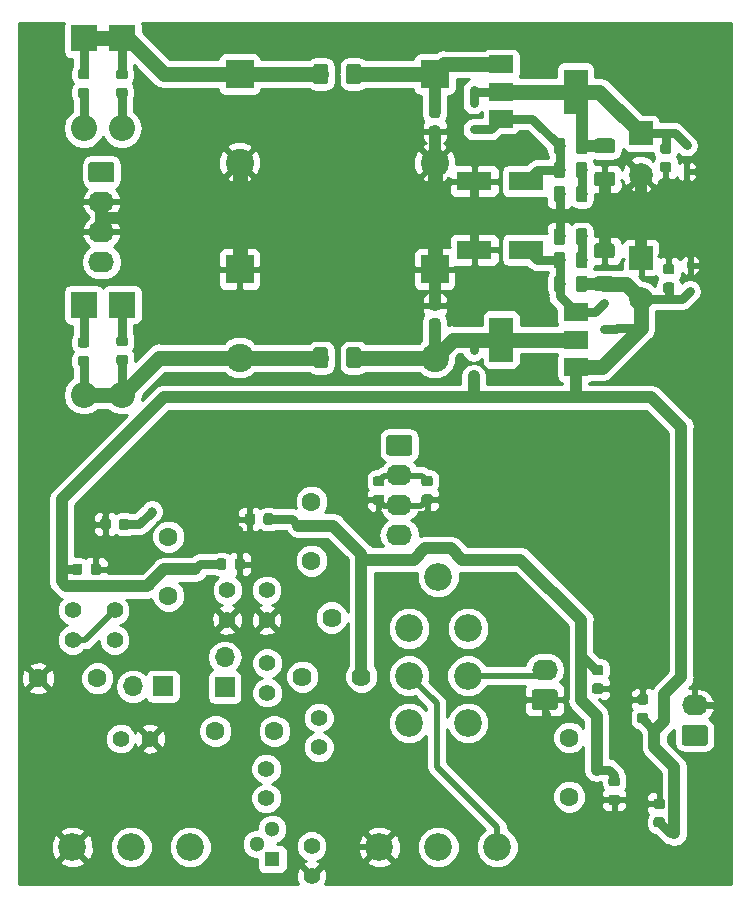
<source format=gbl>
G04 #@! TF.GenerationSoftware,KiCad,Pcbnew,5.0.1-33cea8e~67~ubuntu18.04.1*
G04 #@! TF.CreationDate,2018-10-21T17:35:32+02:00*
G04 #@! TF.ProjectId,CondorCabSim,436F6E646F7243616253696D2E6B6963,rev?*
G04 #@! TF.SameCoordinates,Original*
G04 #@! TF.FileFunction,Copper,L2,Bot,Signal*
G04 #@! TF.FilePolarity,Positive*
%FSLAX46Y46*%
G04 Gerber Fmt 4.6, Leading zero omitted, Abs format (unit mm)*
G04 Created by KiCad (PCBNEW 5.0.1-33cea8e~67~ubuntu18.04.1) date Sun 21 Oct 2018 05:35:32 PM CEST*
%MOMM*%
%LPD*%
G01*
G04 APERTURE LIST*
G04 #@! TA.AperFunction,ComponentPad*
%ADD10C,2.340000*%
G04 #@! TD*
G04 #@! TA.AperFunction,ComponentPad*
%ADD11O,2.200000X1.740000*%
G04 #@! TD*
G04 #@! TA.AperFunction,Conductor*
%ADD12C,0.100000*%
G04 #@! TD*
G04 #@! TA.AperFunction,ComponentPad*
%ADD13C,1.740000*%
G04 #@! TD*
G04 #@! TA.AperFunction,SMDPad,CuDef*
%ADD14C,1.250000*%
G04 #@! TD*
G04 #@! TA.AperFunction,ComponentPad*
%ADD15C,1.400000*%
G04 #@! TD*
G04 #@! TA.AperFunction,ComponentPad*
%ADD16C,1.300000*%
G04 #@! TD*
G04 #@! TA.AperFunction,ComponentPad*
%ADD17R,1.300000X1.300000*%
G04 #@! TD*
G04 #@! TA.AperFunction,SMDPad,CuDef*
%ADD18R,0.500000X0.500000*%
G04 #@! TD*
G04 #@! TA.AperFunction,ComponentPad*
%ADD19C,2.000000*%
G04 #@! TD*
G04 #@! TA.AperFunction,ComponentPad*
%ADD20R,2.000000X2.000000*%
G04 #@! TD*
G04 #@! TA.AperFunction,SMDPad,CuDef*
%ADD21R,2.000000X1.500000*%
G04 #@! TD*
G04 #@! TA.AperFunction,SMDPad,CuDef*
%ADD22R,2.000000X3.800000*%
G04 #@! TD*
G04 #@! TA.AperFunction,ComponentPad*
%ADD23R,2.400000X2.400000*%
G04 #@! TD*
G04 #@! TA.AperFunction,ComponentPad*
%ADD24C,2.400000*%
G04 #@! TD*
G04 #@! TA.AperFunction,SMDPad,CuDef*
%ADD25C,0.875000*%
G04 #@! TD*
G04 #@! TA.AperFunction,ComponentPad*
%ADD26C,1.620000*%
G04 #@! TD*
G04 #@! TA.AperFunction,ComponentPad*
%ADD27C,1.600000*%
G04 #@! TD*
G04 #@! TA.AperFunction,SMDPad,CuDef*
%ADD28R,3.000000X1.600000*%
G04 #@! TD*
G04 #@! TA.AperFunction,SMDPad,CuDef*
%ADD29C,0.975000*%
G04 #@! TD*
G04 #@! TA.AperFunction,ComponentPad*
%ADD30O,1.700000X1.700000*%
G04 #@! TD*
G04 #@! TA.AperFunction,ComponentPad*
%ADD31R,1.700000X1.700000*%
G04 #@! TD*
G04 #@! TA.AperFunction,ComponentPad*
%ADD32R,2.200000X2.200000*%
G04 #@! TD*
G04 #@! TA.AperFunction,ComponentPad*
%ADD33O,2.200000X2.200000*%
G04 #@! TD*
G04 #@! TA.AperFunction,ViaPad*
%ADD34C,0.800000*%
G04 #@! TD*
G04 #@! TA.AperFunction,Conductor*
%ADD35C,0.500000*%
G04 #@! TD*
G04 #@! TA.AperFunction,Conductor*
%ADD36C,1.250000*%
G04 #@! TD*
G04 #@! TA.AperFunction,Conductor*
%ADD37C,1.000000*%
G04 #@! TD*
G04 #@! TA.AperFunction,Conductor*
%ADD38C,0.250000*%
G04 #@! TD*
G04 #@! TA.AperFunction,Conductor*
%ADD39C,0.750000*%
G04 #@! TD*
G04 #@! TA.AperFunction,Conductor*
%ADD40C,0.254000*%
G04 #@! TD*
G04 APERTURE END LIST*
D10*
G04 #@! TO.P,RV1,3*
G04 #@! TO.N,Net-(RV1-Pad3)*
X168160000Y-114300000D03*
G04 #@! TO.P,RV1,2*
G04 #@! TO.N,Net-(RV1-Pad2)*
X163160000Y-114300000D03*
G04 #@! TO.P,RV1,1*
G04 #@! TO.N,GND*
X158160000Y-114300000D03*
G04 #@! TO.P,RV1,5*
G04 #@! TO.N,Net-(RV1-Pad3)*
X160660000Y-99790000D03*
G04 #@! TO.P,RV1,4*
G04 #@! TO.N,Net-(R37-Pad1)*
X160660000Y-103800000D03*
G04 #@! TO.P,RV1,7*
G04 #@! TO.N,Net-(R1-Pad2)*
X165660000Y-103800000D03*
G04 #@! TO.P,RV1,6*
G04 #@! TO.N,Net-(C27-Pad1)*
X160660000Y-95800000D03*
G04 #@! TO.P,RV1,9*
G04 #@! TO.N,Net-(R34-Pad2)*
X165660000Y-95800000D03*
G04 #@! TO.P,RV1,8*
G04 #@! TO.N,Net-(J1-Pad2)*
X165650000Y-99800000D03*
G04 #@! TO.P,RV1,10*
G04 #@! TO.N,N/C*
X163160000Y-91440000D03*
G04 #@! TD*
D11*
G04 #@! TO.P,J2,4*
G04 #@! TO.N,Net-(C37-Pad2)*
X134632700Y-64770000D03*
G04 #@! TO.P,J2,3*
G04 #@! TO.N,GND*
X134632700Y-62230000D03*
G04 #@! TO.P,J2,2*
X134632700Y-59690000D03*
D12*
G04 #@! TD*
G04 #@! TO.N,Net-(C39-Pad2)*
G04 #@! TO.C,J2*
G36*
X135507205Y-56281204D02*
X135531473Y-56284804D01*
X135555272Y-56290765D01*
X135578371Y-56299030D01*
X135600550Y-56309520D01*
X135621593Y-56322132D01*
X135641299Y-56336747D01*
X135659477Y-56353223D01*
X135675953Y-56371401D01*
X135690568Y-56391107D01*
X135703180Y-56412150D01*
X135713670Y-56434329D01*
X135721935Y-56457428D01*
X135727896Y-56481227D01*
X135731496Y-56505495D01*
X135732700Y-56529999D01*
X135732700Y-57770001D01*
X135731496Y-57794505D01*
X135727896Y-57818773D01*
X135721935Y-57842572D01*
X135713670Y-57865671D01*
X135703180Y-57887850D01*
X135690568Y-57908893D01*
X135675953Y-57928599D01*
X135659477Y-57946777D01*
X135641299Y-57963253D01*
X135621593Y-57977868D01*
X135600550Y-57990480D01*
X135578371Y-58000970D01*
X135555272Y-58009235D01*
X135531473Y-58015196D01*
X135507205Y-58018796D01*
X135482701Y-58020000D01*
X133782699Y-58020000D01*
X133758195Y-58018796D01*
X133733927Y-58015196D01*
X133710128Y-58009235D01*
X133687029Y-58000970D01*
X133664850Y-57990480D01*
X133643807Y-57977868D01*
X133624101Y-57963253D01*
X133605923Y-57946777D01*
X133589447Y-57928599D01*
X133574832Y-57908893D01*
X133562220Y-57887850D01*
X133551730Y-57865671D01*
X133543465Y-57842572D01*
X133537504Y-57818773D01*
X133533904Y-57794505D01*
X133532700Y-57770001D01*
X133532700Y-56529999D01*
X133533904Y-56505495D01*
X133537504Y-56481227D01*
X133543465Y-56457428D01*
X133551730Y-56434329D01*
X133562220Y-56412150D01*
X133574832Y-56391107D01*
X133589447Y-56371401D01*
X133605923Y-56353223D01*
X133624101Y-56336747D01*
X133643807Y-56322132D01*
X133664850Y-56309520D01*
X133687029Y-56299030D01*
X133710128Y-56290765D01*
X133733927Y-56284804D01*
X133758195Y-56281204D01*
X133782699Y-56280000D01*
X135482701Y-56280000D01*
X135507205Y-56281204D01*
X135507205Y-56281204D01*
G37*
D13*
G04 #@! TO.P,J2,1*
G04 #@! TO.N,Net-(C39-Pad2)*
X134632700Y-57150000D03*
G04 #@! TD*
D12*
G04 #@! TO.N,+15V*
G04 #@! TO.C,R30*
G36*
X177890704Y-54316404D02*
X177914973Y-54320004D01*
X177938771Y-54325965D01*
X177961871Y-54334230D01*
X177984049Y-54344720D01*
X178005093Y-54357333D01*
X178024798Y-54371947D01*
X178042977Y-54388423D01*
X178059453Y-54406602D01*
X178074067Y-54426307D01*
X178086680Y-54447351D01*
X178097170Y-54469529D01*
X178105435Y-54492629D01*
X178111396Y-54516427D01*
X178114996Y-54540696D01*
X178116200Y-54565200D01*
X178116200Y-55315200D01*
X178114996Y-55339704D01*
X178111396Y-55363973D01*
X178105435Y-55387771D01*
X178097170Y-55410871D01*
X178086680Y-55433049D01*
X178074067Y-55454093D01*
X178059453Y-55473798D01*
X178042977Y-55491977D01*
X178024798Y-55508453D01*
X178005093Y-55523067D01*
X177984049Y-55535680D01*
X177961871Y-55546170D01*
X177938771Y-55554435D01*
X177914973Y-55560396D01*
X177890704Y-55563996D01*
X177866200Y-55565200D01*
X176616200Y-55565200D01*
X176591696Y-55563996D01*
X176567427Y-55560396D01*
X176543629Y-55554435D01*
X176520529Y-55546170D01*
X176498351Y-55535680D01*
X176477307Y-55523067D01*
X176457602Y-55508453D01*
X176439423Y-55491977D01*
X176422947Y-55473798D01*
X176408333Y-55454093D01*
X176395720Y-55433049D01*
X176385230Y-55410871D01*
X176376965Y-55387771D01*
X176371004Y-55363973D01*
X176367404Y-55339704D01*
X176366200Y-55315200D01*
X176366200Y-54565200D01*
X176367404Y-54540696D01*
X176371004Y-54516427D01*
X176376965Y-54492629D01*
X176385230Y-54469529D01*
X176395720Y-54447351D01*
X176408333Y-54426307D01*
X176422947Y-54406602D01*
X176439423Y-54388423D01*
X176457602Y-54371947D01*
X176477307Y-54357333D01*
X176498351Y-54344720D01*
X176520529Y-54334230D01*
X176543629Y-54325965D01*
X176567427Y-54320004D01*
X176591696Y-54316404D01*
X176616200Y-54315200D01*
X177866200Y-54315200D01*
X177890704Y-54316404D01*
X177890704Y-54316404D01*
G37*
D14*
G04 #@! TD*
G04 #@! TO.P,R30,2*
G04 #@! TO.N,+15V*
X177241200Y-54940200D03*
D12*
G04 #@! TO.N,GND*
G04 #@! TO.C,R30*
G36*
X177890704Y-57116404D02*
X177914973Y-57120004D01*
X177938771Y-57125965D01*
X177961871Y-57134230D01*
X177984049Y-57144720D01*
X178005093Y-57157333D01*
X178024798Y-57171947D01*
X178042977Y-57188423D01*
X178059453Y-57206602D01*
X178074067Y-57226307D01*
X178086680Y-57247351D01*
X178097170Y-57269529D01*
X178105435Y-57292629D01*
X178111396Y-57316427D01*
X178114996Y-57340696D01*
X178116200Y-57365200D01*
X178116200Y-58115200D01*
X178114996Y-58139704D01*
X178111396Y-58163973D01*
X178105435Y-58187771D01*
X178097170Y-58210871D01*
X178086680Y-58233049D01*
X178074067Y-58254093D01*
X178059453Y-58273798D01*
X178042977Y-58291977D01*
X178024798Y-58308453D01*
X178005093Y-58323067D01*
X177984049Y-58335680D01*
X177961871Y-58346170D01*
X177938771Y-58354435D01*
X177914973Y-58360396D01*
X177890704Y-58363996D01*
X177866200Y-58365200D01*
X176616200Y-58365200D01*
X176591696Y-58363996D01*
X176567427Y-58360396D01*
X176543629Y-58354435D01*
X176520529Y-58346170D01*
X176498351Y-58335680D01*
X176477307Y-58323067D01*
X176457602Y-58308453D01*
X176439423Y-58291977D01*
X176422947Y-58273798D01*
X176408333Y-58254093D01*
X176395720Y-58233049D01*
X176385230Y-58210871D01*
X176376965Y-58187771D01*
X176371004Y-58163973D01*
X176367404Y-58139704D01*
X176366200Y-58115200D01*
X176366200Y-57365200D01*
X176367404Y-57340696D01*
X176371004Y-57316427D01*
X176376965Y-57292629D01*
X176385230Y-57269529D01*
X176395720Y-57247351D01*
X176408333Y-57226307D01*
X176422947Y-57206602D01*
X176439423Y-57188423D01*
X176457602Y-57171947D01*
X176477307Y-57157333D01*
X176498351Y-57144720D01*
X176520529Y-57134230D01*
X176543629Y-57125965D01*
X176567427Y-57120004D01*
X176591696Y-57116404D01*
X176616200Y-57115200D01*
X177866200Y-57115200D01*
X177890704Y-57116404D01*
X177890704Y-57116404D01*
G37*
D14*
G04 #@! TD*
G04 #@! TO.P,R30,1*
G04 #@! TO.N,GND*
X177241200Y-57740200D03*
D15*
G04 #@! TO.P,C2,2*
G04 #@! TO.N,Net-(C2-Pad2)*
X153035000Y-105857680D03*
G04 #@! TO.P,C2,1*
G04 #@! TO.N,Net-(C2-Pad1)*
X153035000Y-103357680D03*
G04 #@! TD*
D16*
G04 #@! TO.P,Q1,2*
G04 #@! TO.N,Net-(Q1-Pad2)*
X147828000Y-114046000D03*
G04 #@! TO.P,Q1,3*
G04 #@! TO.N,Net-(C5-Pad2)*
X149098000Y-112776000D03*
D17*
G04 #@! TO.P,Q1,1*
G04 #@! TO.N,Net-(C3-Pad2)*
X149098000Y-115316000D03*
G04 #@! TD*
D15*
G04 #@! TO.P,C5,2*
G04 #@! TO.N,Net-(C5-Pad2)*
X148584920Y-110180120D03*
G04 #@! TO.P,C5,1*
G04 #@! TO.N,Net-(C5-Pad1)*
X148584920Y-107680120D03*
G04 #@! TD*
D18*
G04 #@! TO.P,D8,2*
G04 #@! TO.N,-15V*
X177215800Y-70449800D03*
G04 #@! TO.P,D8,1*
G04 #@! TO.N,Net-(C23-Pad2)*
X177215800Y-68249800D03*
G04 #@! TD*
D19*
G04 #@! TO.P,C32,2*
G04 #@! TO.N,-15V*
X180319680Y-67894080D03*
D20*
G04 #@! TO.P,C32,1*
G04 #@! TO.N,GND*
X180319680Y-64394080D03*
G04 #@! TD*
D18*
G04 #@! TO.P,D10,2*
G04 #@! TO.N,-15V*
X184467500Y-67241600D03*
G04 #@! TO.P,D10,1*
G04 #@! TO.N,GND*
X184467500Y-65041600D03*
G04 #@! TD*
D20*
G04 #@! TO.P,C31,1*
G04 #@! TO.N,+15V*
X180319680Y-53864520D03*
D19*
G04 #@! TO.P,C31,2*
G04 #@! TO.N,GND*
X180319680Y-57364520D03*
G04 #@! TD*
D21*
G04 #@! TO.P,U6,1*
G04 #@! TO.N,Net-(C23-Pad2)*
X174783300Y-69034600D03*
G04 #@! TO.P,U6,3*
G04 #@! TO.N,-15V*
X174783300Y-73634600D03*
G04 #@! TO.P,U6,2*
G04 #@! TO.N,Net-(C13-Pad2)*
X174783300Y-71334600D03*
D22*
X168483300Y-71334600D03*
G04 #@! TD*
D23*
G04 #@! TO.P,C10,1*
G04 #@! TO.N,Net-(C10-Pad1)*
X146329400Y-48864520D03*
D24*
G04 #@! TO.P,C10,2*
G04 #@! TO.N,GND*
X146329400Y-56364520D03*
G04 #@! TD*
G04 #@! TO.P,C12,2*
G04 #@! TO.N,GND*
X162849560Y-56364520D03*
D23*
G04 #@! TO.P,C12,1*
G04 #@! TO.N,Net-(C12-Pad1)*
X162849560Y-48864520D03*
G04 #@! TD*
D12*
G04 #@! TO.N,GND*
G04 #@! TO.C,C33*
G36*
X147448431Y-86061313D02*
X147469666Y-86064463D01*
X147490490Y-86069679D01*
X147510702Y-86076911D01*
X147530108Y-86086090D01*
X147548521Y-86097126D01*
X147565764Y-86109914D01*
X147581670Y-86124330D01*
X147596086Y-86140236D01*
X147608874Y-86157479D01*
X147619910Y-86175892D01*
X147629089Y-86195298D01*
X147636321Y-86215510D01*
X147641537Y-86236334D01*
X147644687Y-86257569D01*
X147645740Y-86279010D01*
X147645740Y-86791510D01*
X147644687Y-86812951D01*
X147641537Y-86834186D01*
X147636321Y-86855010D01*
X147629089Y-86875222D01*
X147619910Y-86894628D01*
X147608874Y-86913041D01*
X147596086Y-86930284D01*
X147581670Y-86946190D01*
X147565764Y-86960606D01*
X147548521Y-86973394D01*
X147530108Y-86984430D01*
X147510702Y-86993609D01*
X147490490Y-87000841D01*
X147469666Y-87006057D01*
X147448431Y-87009207D01*
X147426990Y-87010260D01*
X146989490Y-87010260D01*
X146968049Y-87009207D01*
X146946814Y-87006057D01*
X146925990Y-87000841D01*
X146905778Y-86993609D01*
X146886372Y-86984430D01*
X146867959Y-86973394D01*
X146850716Y-86960606D01*
X146834810Y-86946190D01*
X146820394Y-86930284D01*
X146807606Y-86913041D01*
X146796570Y-86894628D01*
X146787391Y-86875222D01*
X146780159Y-86855010D01*
X146774943Y-86834186D01*
X146771793Y-86812951D01*
X146770740Y-86791510D01*
X146770740Y-86279010D01*
X146771793Y-86257569D01*
X146774943Y-86236334D01*
X146780159Y-86215510D01*
X146787391Y-86195298D01*
X146796570Y-86175892D01*
X146807606Y-86157479D01*
X146820394Y-86140236D01*
X146834810Y-86124330D01*
X146850716Y-86109914D01*
X146867959Y-86097126D01*
X146886372Y-86086090D01*
X146905778Y-86076911D01*
X146925990Y-86069679D01*
X146946814Y-86064463D01*
X146968049Y-86061313D01*
X146989490Y-86060260D01*
X147426990Y-86060260D01*
X147448431Y-86061313D01*
X147448431Y-86061313D01*
G37*
D25*
G04 #@! TD*
G04 #@! TO.P,C33,2*
G04 #@! TO.N,GND*
X147208240Y-86535260D03*
D12*
G04 #@! TO.N,+15V*
G04 #@! TO.C,C33*
G36*
X149023431Y-86061313D02*
X149044666Y-86064463D01*
X149065490Y-86069679D01*
X149085702Y-86076911D01*
X149105108Y-86086090D01*
X149123521Y-86097126D01*
X149140764Y-86109914D01*
X149156670Y-86124330D01*
X149171086Y-86140236D01*
X149183874Y-86157479D01*
X149194910Y-86175892D01*
X149204089Y-86195298D01*
X149211321Y-86215510D01*
X149216537Y-86236334D01*
X149219687Y-86257569D01*
X149220740Y-86279010D01*
X149220740Y-86791510D01*
X149219687Y-86812951D01*
X149216537Y-86834186D01*
X149211321Y-86855010D01*
X149204089Y-86875222D01*
X149194910Y-86894628D01*
X149183874Y-86913041D01*
X149171086Y-86930284D01*
X149156670Y-86946190D01*
X149140764Y-86960606D01*
X149123521Y-86973394D01*
X149105108Y-86984430D01*
X149085702Y-86993609D01*
X149065490Y-87000841D01*
X149044666Y-87006057D01*
X149023431Y-87009207D01*
X149001990Y-87010260D01*
X148564490Y-87010260D01*
X148543049Y-87009207D01*
X148521814Y-87006057D01*
X148500990Y-87000841D01*
X148480778Y-86993609D01*
X148461372Y-86984430D01*
X148442959Y-86973394D01*
X148425716Y-86960606D01*
X148409810Y-86946190D01*
X148395394Y-86930284D01*
X148382606Y-86913041D01*
X148371570Y-86894628D01*
X148362391Y-86875222D01*
X148355159Y-86855010D01*
X148349943Y-86834186D01*
X148346793Y-86812951D01*
X148345740Y-86791510D01*
X148345740Y-86279010D01*
X148346793Y-86257569D01*
X148349943Y-86236334D01*
X148355159Y-86215510D01*
X148362391Y-86195298D01*
X148371570Y-86175892D01*
X148382606Y-86157479D01*
X148395394Y-86140236D01*
X148409810Y-86124330D01*
X148425716Y-86109914D01*
X148442959Y-86097126D01*
X148461372Y-86086090D01*
X148480778Y-86076911D01*
X148500990Y-86069679D01*
X148521814Y-86064463D01*
X148543049Y-86061313D01*
X148564490Y-86060260D01*
X149001990Y-86060260D01*
X149023431Y-86061313D01*
X149023431Y-86061313D01*
G37*
D25*
G04 #@! TD*
G04 #@! TO.P,C33,1*
G04 #@! TO.N,+15V*
X148783240Y-86535260D03*
D26*
G04 #@! TO.P,RV2,3*
G04 #@! TO.N,Net-(C5-Pad2)*
X151629100Y-99872800D03*
G04 #@! TO.P,RV2,2*
X154129100Y-94872800D03*
G04 #@! TO.P,RV2,1*
G04 #@! TO.N,+15V*
X156629100Y-99872800D03*
G04 #@! TD*
D27*
G04 #@! TO.P,C1,1*
G04 #@! TO.N,Net-(C1-Pad1)*
X174231300Y-110032800D03*
G04 #@! TO.P,C1,2*
G04 #@! TO.N,Net-(C1-Pad2)*
X174231300Y-105032800D03*
G04 #@! TD*
D23*
G04 #@! TO.P,C11,1*
G04 #@! TO.N,GND*
X146329400Y-65369440D03*
D24*
G04 #@! TO.P,C11,2*
G04 #@! TO.N,Net-(C11-Pad2)*
X146329400Y-72869440D03*
G04 #@! TD*
D15*
G04 #@! TO.P,C7,1*
G04 #@! TO.N,Net-(C7-Pad1)*
X148671280Y-98739320D03*
G04 #@! TO.P,C7,2*
G04 #@! TO.N,Net-(C5-Pad1)*
X148671280Y-101239320D03*
G04 #@! TD*
G04 #@! TO.P,C8,2*
G04 #@! TO.N,GND*
X138755120Y-105125520D03*
G04 #@! TO.P,C8,1*
G04 #@! TO.N,Net-(C8-Pad1)*
X136255120Y-105125520D03*
G04 #@! TD*
D24*
G04 #@! TO.P,C13,2*
G04 #@! TO.N,Net-(C13-Pad2)*
X162849560Y-72869440D03*
D23*
G04 #@! TO.P,C13,1*
G04 #@! TO.N,GND*
X162849560Y-65369440D03*
G04 #@! TD*
D15*
G04 #@! TO.P,C14,1*
G04 #@! TO.N,Net-(C14-Pad1)*
X132191760Y-96753680D03*
G04 #@! TO.P,C14,2*
G04 #@! TO.N,Net-(C14-Pad2)*
X132191760Y-94253680D03*
G04 #@! TD*
G04 #@! TO.P,C15,2*
G04 #@! TO.N,Net-(C14-Pad1)*
X135747760Y-94253680D03*
G04 #@! TO.P,C15,1*
G04 #@! TO.N,Net-(C15-Pad1)*
X135747760Y-96753680D03*
G04 #@! TD*
D12*
G04 #@! TO.N,Net-(C12-Pad1)*
G04 #@! TO.C,C16*
G36*
X163127251Y-51673993D02*
X163148486Y-51677143D01*
X163169310Y-51682359D01*
X163189522Y-51689591D01*
X163208928Y-51698770D01*
X163227341Y-51709806D01*
X163244584Y-51722594D01*
X163260490Y-51737010D01*
X163274906Y-51752916D01*
X163287694Y-51770159D01*
X163298730Y-51788572D01*
X163307909Y-51807978D01*
X163315141Y-51828190D01*
X163320357Y-51849014D01*
X163323507Y-51870249D01*
X163324560Y-51891690D01*
X163324560Y-52329190D01*
X163323507Y-52350631D01*
X163320357Y-52371866D01*
X163315141Y-52392690D01*
X163307909Y-52412902D01*
X163298730Y-52432308D01*
X163287694Y-52450721D01*
X163274906Y-52467964D01*
X163260490Y-52483870D01*
X163244584Y-52498286D01*
X163227341Y-52511074D01*
X163208928Y-52522110D01*
X163189522Y-52531289D01*
X163169310Y-52538521D01*
X163148486Y-52543737D01*
X163127251Y-52546887D01*
X163105810Y-52547940D01*
X162593310Y-52547940D01*
X162571869Y-52546887D01*
X162550634Y-52543737D01*
X162529810Y-52538521D01*
X162509598Y-52531289D01*
X162490192Y-52522110D01*
X162471779Y-52511074D01*
X162454536Y-52498286D01*
X162438630Y-52483870D01*
X162424214Y-52467964D01*
X162411426Y-52450721D01*
X162400390Y-52432308D01*
X162391211Y-52412902D01*
X162383979Y-52392690D01*
X162378763Y-52371866D01*
X162375613Y-52350631D01*
X162374560Y-52329190D01*
X162374560Y-51891690D01*
X162375613Y-51870249D01*
X162378763Y-51849014D01*
X162383979Y-51828190D01*
X162391211Y-51807978D01*
X162400390Y-51788572D01*
X162411426Y-51770159D01*
X162424214Y-51752916D01*
X162438630Y-51737010D01*
X162454536Y-51722594D01*
X162471779Y-51709806D01*
X162490192Y-51698770D01*
X162509598Y-51689591D01*
X162529810Y-51682359D01*
X162550634Y-51677143D01*
X162571869Y-51673993D01*
X162593310Y-51672940D01*
X163105810Y-51672940D01*
X163127251Y-51673993D01*
X163127251Y-51673993D01*
G37*
D25*
G04 #@! TD*
G04 #@! TO.P,C16,1*
G04 #@! TO.N,Net-(C12-Pad1)*
X162849560Y-52110440D03*
D12*
G04 #@! TO.N,GND*
G04 #@! TO.C,C16*
G36*
X163127251Y-53248993D02*
X163148486Y-53252143D01*
X163169310Y-53257359D01*
X163189522Y-53264591D01*
X163208928Y-53273770D01*
X163227341Y-53284806D01*
X163244584Y-53297594D01*
X163260490Y-53312010D01*
X163274906Y-53327916D01*
X163287694Y-53345159D01*
X163298730Y-53363572D01*
X163307909Y-53382978D01*
X163315141Y-53403190D01*
X163320357Y-53424014D01*
X163323507Y-53445249D01*
X163324560Y-53466690D01*
X163324560Y-53904190D01*
X163323507Y-53925631D01*
X163320357Y-53946866D01*
X163315141Y-53967690D01*
X163307909Y-53987902D01*
X163298730Y-54007308D01*
X163287694Y-54025721D01*
X163274906Y-54042964D01*
X163260490Y-54058870D01*
X163244584Y-54073286D01*
X163227341Y-54086074D01*
X163208928Y-54097110D01*
X163189522Y-54106289D01*
X163169310Y-54113521D01*
X163148486Y-54118737D01*
X163127251Y-54121887D01*
X163105810Y-54122940D01*
X162593310Y-54122940D01*
X162571869Y-54121887D01*
X162550634Y-54118737D01*
X162529810Y-54113521D01*
X162509598Y-54106289D01*
X162490192Y-54097110D01*
X162471779Y-54086074D01*
X162454536Y-54073286D01*
X162438630Y-54058870D01*
X162424214Y-54042964D01*
X162411426Y-54025721D01*
X162400390Y-54007308D01*
X162391211Y-53987902D01*
X162383979Y-53967690D01*
X162378763Y-53946866D01*
X162375613Y-53925631D01*
X162374560Y-53904190D01*
X162374560Y-53466690D01*
X162375613Y-53445249D01*
X162378763Y-53424014D01*
X162383979Y-53403190D01*
X162391211Y-53382978D01*
X162400390Y-53363572D01*
X162411426Y-53345159D01*
X162424214Y-53327916D01*
X162438630Y-53312010D01*
X162454536Y-53297594D01*
X162471779Y-53284806D01*
X162490192Y-53273770D01*
X162509598Y-53264591D01*
X162529810Y-53257359D01*
X162550634Y-53252143D01*
X162571869Y-53248993D01*
X162593310Y-53247940D01*
X163105810Y-53247940D01*
X163127251Y-53248993D01*
X163127251Y-53248993D01*
G37*
D25*
G04 #@! TD*
G04 #@! TO.P,C16,2*
G04 #@! TO.N,GND*
X162849560Y-53685440D03*
D12*
G04 #@! TO.N,Net-(C13-Pad2)*
G04 #@! TO.C,C17*
G36*
X163127251Y-69555993D02*
X163148486Y-69559143D01*
X163169310Y-69564359D01*
X163189522Y-69571591D01*
X163208928Y-69580770D01*
X163227341Y-69591806D01*
X163244584Y-69604594D01*
X163260490Y-69619010D01*
X163274906Y-69634916D01*
X163287694Y-69652159D01*
X163298730Y-69670572D01*
X163307909Y-69689978D01*
X163315141Y-69710190D01*
X163320357Y-69731014D01*
X163323507Y-69752249D01*
X163324560Y-69773690D01*
X163324560Y-70211190D01*
X163323507Y-70232631D01*
X163320357Y-70253866D01*
X163315141Y-70274690D01*
X163307909Y-70294902D01*
X163298730Y-70314308D01*
X163287694Y-70332721D01*
X163274906Y-70349964D01*
X163260490Y-70365870D01*
X163244584Y-70380286D01*
X163227341Y-70393074D01*
X163208928Y-70404110D01*
X163189522Y-70413289D01*
X163169310Y-70420521D01*
X163148486Y-70425737D01*
X163127251Y-70428887D01*
X163105810Y-70429940D01*
X162593310Y-70429940D01*
X162571869Y-70428887D01*
X162550634Y-70425737D01*
X162529810Y-70420521D01*
X162509598Y-70413289D01*
X162490192Y-70404110D01*
X162471779Y-70393074D01*
X162454536Y-70380286D01*
X162438630Y-70365870D01*
X162424214Y-70349964D01*
X162411426Y-70332721D01*
X162400390Y-70314308D01*
X162391211Y-70294902D01*
X162383979Y-70274690D01*
X162378763Y-70253866D01*
X162375613Y-70232631D01*
X162374560Y-70211190D01*
X162374560Y-69773690D01*
X162375613Y-69752249D01*
X162378763Y-69731014D01*
X162383979Y-69710190D01*
X162391211Y-69689978D01*
X162400390Y-69670572D01*
X162411426Y-69652159D01*
X162424214Y-69634916D01*
X162438630Y-69619010D01*
X162454536Y-69604594D01*
X162471779Y-69591806D01*
X162490192Y-69580770D01*
X162509598Y-69571591D01*
X162529810Y-69564359D01*
X162550634Y-69559143D01*
X162571869Y-69555993D01*
X162593310Y-69554940D01*
X163105810Y-69554940D01*
X163127251Y-69555993D01*
X163127251Y-69555993D01*
G37*
D25*
G04 #@! TD*
G04 #@! TO.P,C17,2*
G04 #@! TO.N,Net-(C13-Pad2)*
X162849560Y-69992440D03*
D12*
G04 #@! TO.N,GND*
G04 #@! TO.C,C17*
G36*
X163127251Y-67980993D02*
X163148486Y-67984143D01*
X163169310Y-67989359D01*
X163189522Y-67996591D01*
X163208928Y-68005770D01*
X163227341Y-68016806D01*
X163244584Y-68029594D01*
X163260490Y-68044010D01*
X163274906Y-68059916D01*
X163287694Y-68077159D01*
X163298730Y-68095572D01*
X163307909Y-68114978D01*
X163315141Y-68135190D01*
X163320357Y-68156014D01*
X163323507Y-68177249D01*
X163324560Y-68198690D01*
X163324560Y-68636190D01*
X163323507Y-68657631D01*
X163320357Y-68678866D01*
X163315141Y-68699690D01*
X163307909Y-68719902D01*
X163298730Y-68739308D01*
X163287694Y-68757721D01*
X163274906Y-68774964D01*
X163260490Y-68790870D01*
X163244584Y-68805286D01*
X163227341Y-68818074D01*
X163208928Y-68829110D01*
X163189522Y-68838289D01*
X163169310Y-68845521D01*
X163148486Y-68850737D01*
X163127251Y-68853887D01*
X163105810Y-68854940D01*
X162593310Y-68854940D01*
X162571869Y-68853887D01*
X162550634Y-68850737D01*
X162529810Y-68845521D01*
X162509598Y-68838289D01*
X162490192Y-68829110D01*
X162471779Y-68818074D01*
X162454536Y-68805286D01*
X162438630Y-68790870D01*
X162424214Y-68774964D01*
X162411426Y-68757721D01*
X162400390Y-68739308D01*
X162391211Y-68719902D01*
X162383979Y-68699690D01*
X162378763Y-68678866D01*
X162375613Y-68657631D01*
X162374560Y-68636190D01*
X162374560Y-68198690D01*
X162375613Y-68177249D01*
X162378763Y-68156014D01*
X162383979Y-68135190D01*
X162391211Y-68114978D01*
X162400390Y-68095572D01*
X162411426Y-68077159D01*
X162424214Y-68059916D01*
X162438630Y-68044010D01*
X162454536Y-68029594D01*
X162471779Y-68016806D01*
X162490192Y-68005770D01*
X162509598Y-67996591D01*
X162529810Y-67989359D01*
X162550634Y-67984143D01*
X162571869Y-67980993D01*
X162593310Y-67979940D01*
X163105810Y-67979940D01*
X163127251Y-67980993D01*
X163127251Y-67980993D01*
G37*
D25*
G04 #@! TD*
G04 #@! TO.P,C17,1*
G04 #@! TO.N,GND*
X162849560Y-68417440D03*
D28*
G04 #@! TO.P,C22,2*
G04 #@! TO.N,GND*
X166211800Y-57924700D03*
G04 #@! TO.P,C22,1*
G04 #@! TO.N,Net-(C22-Pad1)*
X170611800Y-57924700D03*
G04 #@! TD*
G04 #@! TO.P,C23,1*
G04 #@! TO.N,GND*
X166211800Y-63754000D03*
G04 #@! TO.P,C23,2*
G04 #@! TO.N,Net-(C23-Pad2)*
X170611800Y-63754000D03*
G04 #@! TD*
D12*
G04 #@! TO.N,Net-(C25-Pad1)*
G04 #@! TO.C,C25*
G36*
X162482091Y-82875353D02*
X162503326Y-82878503D01*
X162524150Y-82883719D01*
X162544362Y-82890951D01*
X162563768Y-82900130D01*
X162582181Y-82911166D01*
X162599424Y-82923954D01*
X162615330Y-82938370D01*
X162629746Y-82954276D01*
X162642534Y-82971519D01*
X162653570Y-82989932D01*
X162662749Y-83009338D01*
X162669981Y-83029550D01*
X162675197Y-83050374D01*
X162678347Y-83071609D01*
X162679400Y-83093050D01*
X162679400Y-83530550D01*
X162678347Y-83551991D01*
X162675197Y-83573226D01*
X162669981Y-83594050D01*
X162662749Y-83614262D01*
X162653570Y-83633668D01*
X162642534Y-83652081D01*
X162629746Y-83669324D01*
X162615330Y-83685230D01*
X162599424Y-83699646D01*
X162582181Y-83712434D01*
X162563768Y-83723470D01*
X162544362Y-83732649D01*
X162524150Y-83739881D01*
X162503326Y-83745097D01*
X162482091Y-83748247D01*
X162460650Y-83749300D01*
X161948150Y-83749300D01*
X161926709Y-83748247D01*
X161905474Y-83745097D01*
X161884650Y-83739881D01*
X161864438Y-83732649D01*
X161845032Y-83723470D01*
X161826619Y-83712434D01*
X161809376Y-83699646D01*
X161793470Y-83685230D01*
X161779054Y-83669324D01*
X161766266Y-83652081D01*
X161755230Y-83633668D01*
X161746051Y-83614262D01*
X161738819Y-83594050D01*
X161733603Y-83573226D01*
X161730453Y-83551991D01*
X161729400Y-83530550D01*
X161729400Y-83093050D01*
X161730453Y-83071609D01*
X161733603Y-83050374D01*
X161738819Y-83029550D01*
X161746051Y-83009338D01*
X161755230Y-82989932D01*
X161766266Y-82971519D01*
X161779054Y-82954276D01*
X161793470Y-82938370D01*
X161809376Y-82923954D01*
X161826619Y-82911166D01*
X161845032Y-82900130D01*
X161864438Y-82890951D01*
X161884650Y-82883719D01*
X161905474Y-82878503D01*
X161926709Y-82875353D01*
X161948150Y-82874300D01*
X162460650Y-82874300D01*
X162482091Y-82875353D01*
X162482091Y-82875353D01*
G37*
D25*
G04 #@! TD*
G04 #@! TO.P,C25,1*
G04 #@! TO.N,Net-(C25-Pad1)*
X162204400Y-83311800D03*
D12*
G04 #@! TO.N,GND*
G04 #@! TO.C,C25*
G36*
X162482091Y-84450353D02*
X162503326Y-84453503D01*
X162524150Y-84458719D01*
X162544362Y-84465951D01*
X162563768Y-84475130D01*
X162582181Y-84486166D01*
X162599424Y-84498954D01*
X162615330Y-84513370D01*
X162629746Y-84529276D01*
X162642534Y-84546519D01*
X162653570Y-84564932D01*
X162662749Y-84584338D01*
X162669981Y-84604550D01*
X162675197Y-84625374D01*
X162678347Y-84646609D01*
X162679400Y-84668050D01*
X162679400Y-85105550D01*
X162678347Y-85126991D01*
X162675197Y-85148226D01*
X162669981Y-85169050D01*
X162662749Y-85189262D01*
X162653570Y-85208668D01*
X162642534Y-85227081D01*
X162629746Y-85244324D01*
X162615330Y-85260230D01*
X162599424Y-85274646D01*
X162582181Y-85287434D01*
X162563768Y-85298470D01*
X162544362Y-85307649D01*
X162524150Y-85314881D01*
X162503326Y-85320097D01*
X162482091Y-85323247D01*
X162460650Y-85324300D01*
X161948150Y-85324300D01*
X161926709Y-85323247D01*
X161905474Y-85320097D01*
X161884650Y-85314881D01*
X161864438Y-85307649D01*
X161845032Y-85298470D01*
X161826619Y-85287434D01*
X161809376Y-85274646D01*
X161793470Y-85260230D01*
X161779054Y-85244324D01*
X161766266Y-85227081D01*
X161755230Y-85208668D01*
X161746051Y-85189262D01*
X161738819Y-85169050D01*
X161733603Y-85148226D01*
X161730453Y-85126991D01*
X161729400Y-85105550D01*
X161729400Y-84668050D01*
X161730453Y-84646609D01*
X161733603Y-84625374D01*
X161738819Y-84604550D01*
X161746051Y-84584338D01*
X161755230Y-84564932D01*
X161766266Y-84546519D01*
X161779054Y-84529276D01*
X161793470Y-84513370D01*
X161809376Y-84498954D01*
X161826619Y-84486166D01*
X161845032Y-84475130D01*
X161864438Y-84465951D01*
X161884650Y-84458719D01*
X161905474Y-84453503D01*
X161926709Y-84450353D01*
X161948150Y-84449300D01*
X162460650Y-84449300D01*
X162482091Y-84450353D01*
X162482091Y-84450353D01*
G37*
D25*
G04 #@! TD*
G04 #@! TO.P,C25,2*
G04 #@! TO.N,GND*
X162204400Y-84886800D03*
D15*
G04 #@! TO.P,C26,1*
G04 #@! TO.N,Net-(C26-Pad1)*
X145288000Y-92570300D03*
G04 #@! TO.P,C26,2*
G04 #@! TO.N,GND*
X145288000Y-95070300D03*
G04 #@! TD*
G04 #@! TO.P,C28,1*
G04 #@! TO.N,Net-(C28-Pad1)*
X148615400Y-92572200D03*
G04 #@! TO.P,C28,2*
G04 #@! TO.N,GND*
X148615400Y-95072200D03*
G04 #@! TD*
D12*
G04 #@! TO.N,GND*
G04 #@! TO.C,C29*
G36*
X182685251Y-56296993D02*
X182706486Y-56300143D01*
X182727310Y-56305359D01*
X182747522Y-56312591D01*
X182766928Y-56321770D01*
X182785341Y-56332806D01*
X182802584Y-56345594D01*
X182818490Y-56360010D01*
X182832906Y-56375916D01*
X182845694Y-56393159D01*
X182856730Y-56411572D01*
X182865909Y-56430978D01*
X182873141Y-56451190D01*
X182878357Y-56472014D01*
X182881507Y-56493249D01*
X182882560Y-56514690D01*
X182882560Y-56952190D01*
X182881507Y-56973631D01*
X182878357Y-56994866D01*
X182873141Y-57015690D01*
X182865909Y-57035902D01*
X182856730Y-57055308D01*
X182845694Y-57073721D01*
X182832906Y-57090964D01*
X182818490Y-57106870D01*
X182802584Y-57121286D01*
X182785341Y-57134074D01*
X182766928Y-57145110D01*
X182747522Y-57154289D01*
X182727310Y-57161521D01*
X182706486Y-57166737D01*
X182685251Y-57169887D01*
X182663810Y-57170940D01*
X182151310Y-57170940D01*
X182129869Y-57169887D01*
X182108634Y-57166737D01*
X182087810Y-57161521D01*
X182067598Y-57154289D01*
X182048192Y-57145110D01*
X182029779Y-57134074D01*
X182012536Y-57121286D01*
X181996630Y-57106870D01*
X181982214Y-57090964D01*
X181969426Y-57073721D01*
X181958390Y-57055308D01*
X181949211Y-57035902D01*
X181941979Y-57015690D01*
X181936763Y-56994866D01*
X181933613Y-56973631D01*
X181932560Y-56952190D01*
X181932560Y-56514690D01*
X181933613Y-56493249D01*
X181936763Y-56472014D01*
X181941979Y-56451190D01*
X181949211Y-56430978D01*
X181958390Y-56411572D01*
X181969426Y-56393159D01*
X181982214Y-56375916D01*
X181996630Y-56360010D01*
X182012536Y-56345594D01*
X182029779Y-56332806D01*
X182048192Y-56321770D01*
X182067598Y-56312591D01*
X182087810Y-56305359D01*
X182108634Y-56300143D01*
X182129869Y-56296993D01*
X182151310Y-56295940D01*
X182663810Y-56295940D01*
X182685251Y-56296993D01*
X182685251Y-56296993D01*
G37*
D25*
G04 #@! TD*
G04 #@! TO.P,C29,2*
G04 #@! TO.N,GND*
X182407560Y-56733440D03*
D12*
G04 #@! TO.N,+15V*
G04 #@! TO.C,C29*
G36*
X182685251Y-54721993D02*
X182706486Y-54725143D01*
X182727310Y-54730359D01*
X182747522Y-54737591D01*
X182766928Y-54746770D01*
X182785341Y-54757806D01*
X182802584Y-54770594D01*
X182818490Y-54785010D01*
X182832906Y-54800916D01*
X182845694Y-54818159D01*
X182856730Y-54836572D01*
X182865909Y-54855978D01*
X182873141Y-54876190D01*
X182878357Y-54897014D01*
X182881507Y-54918249D01*
X182882560Y-54939690D01*
X182882560Y-55377190D01*
X182881507Y-55398631D01*
X182878357Y-55419866D01*
X182873141Y-55440690D01*
X182865909Y-55460902D01*
X182856730Y-55480308D01*
X182845694Y-55498721D01*
X182832906Y-55515964D01*
X182818490Y-55531870D01*
X182802584Y-55546286D01*
X182785341Y-55559074D01*
X182766928Y-55570110D01*
X182747522Y-55579289D01*
X182727310Y-55586521D01*
X182706486Y-55591737D01*
X182685251Y-55594887D01*
X182663810Y-55595940D01*
X182151310Y-55595940D01*
X182129869Y-55594887D01*
X182108634Y-55591737D01*
X182087810Y-55586521D01*
X182067598Y-55579289D01*
X182048192Y-55570110D01*
X182029779Y-55559074D01*
X182012536Y-55546286D01*
X181996630Y-55531870D01*
X181982214Y-55515964D01*
X181969426Y-55498721D01*
X181958390Y-55480308D01*
X181949211Y-55460902D01*
X181941979Y-55440690D01*
X181936763Y-55419866D01*
X181933613Y-55398631D01*
X181932560Y-55377190D01*
X181932560Y-54939690D01*
X181933613Y-54918249D01*
X181936763Y-54897014D01*
X181941979Y-54876190D01*
X181949211Y-54855978D01*
X181958390Y-54836572D01*
X181969426Y-54818159D01*
X181982214Y-54800916D01*
X181996630Y-54785010D01*
X182012536Y-54770594D01*
X182029779Y-54757806D01*
X182048192Y-54746770D01*
X182067598Y-54737591D01*
X182087810Y-54730359D01*
X182108634Y-54725143D01*
X182129869Y-54721993D01*
X182151310Y-54720940D01*
X182663810Y-54720940D01*
X182685251Y-54721993D01*
X182685251Y-54721993D01*
G37*
D25*
G04 #@! TD*
G04 #@! TO.P,C29,1*
G04 #@! TO.N,+15V*
X182407560Y-55158440D03*
D12*
G04 #@! TO.N,GND*
G04 #@! TO.C,C30*
G36*
X182939251Y-64932993D02*
X182960486Y-64936143D01*
X182981310Y-64941359D01*
X183001522Y-64948591D01*
X183020928Y-64957770D01*
X183039341Y-64968806D01*
X183056584Y-64981594D01*
X183072490Y-64996010D01*
X183086906Y-65011916D01*
X183099694Y-65029159D01*
X183110730Y-65047572D01*
X183119909Y-65066978D01*
X183127141Y-65087190D01*
X183132357Y-65108014D01*
X183135507Y-65129249D01*
X183136560Y-65150690D01*
X183136560Y-65588190D01*
X183135507Y-65609631D01*
X183132357Y-65630866D01*
X183127141Y-65651690D01*
X183119909Y-65671902D01*
X183110730Y-65691308D01*
X183099694Y-65709721D01*
X183086906Y-65726964D01*
X183072490Y-65742870D01*
X183056584Y-65757286D01*
X183039341Y-65770074D01*
X183020928Y-65781110D01*
X183001522Y-65790289D01*
X182981310Y-65797521D01*
X182960486Y-65802737D01*
X182939251Y-65805887D01*
X182917810Y-65806940D01*
X182405310Y-65806940D01*
X182383869Y-65805887D01*
X182362634Y-65802737D01*
X182341810Y-65797521D01*
X182321598Y-65790289D01*
X182302192Y-65781110D01*
X182283779Y-65770074D01*
X182266536Y-65757286D01*
X182250630Y-65742870D01*
X182236214Y-65726964D01*
X182223426Y-65709721D01*
X182212390Y-65691308D01*
X182203211Y-65671902D01*
X182195979Y-65651690D01*
X182190763Y-65630866D01*
X182187613Y-65609631D01*
X182186560Y-65588190D01*
X182186560Y-65150690D01*
X182187613Y-65129249D01*
X182190763Y-65108014D01*
X182195979Y-65087190D01*
X182203211Y-65066978D01*
X182212390Y-65047572D01*
X182223426Y-65029159D01*
X182236214Y-65011916D01*
X182250630Y-64996010D01*
X182266536Y-64981594D01*
X182283779Y-64968806D01*
X182302192Y-64957770D01*
X182321598Y-64948591D01*
X182341810Y-64941359D01*
X182362634Y-64936143D01*
X182383869Y-64932993D01*
X182405310Y-64931940D01*
X182917810Y-64931940D01*
X182939251Y-64932993D01*
X182939251Y-64932993D01*
G37*
D25*
G04 #@! TD*
G04 #@! TO.P,C30,1*
G04 #@! TO.N,GND*
X182661560Y-65369440D03*
D12*
G04 #@! TO.N,-15V*
G04 #@! TO.C,C30*
G36*
X182939251Y-66507993D02*
X182960486Y-66511143D01*
X182981310Y-66516359D01*
X183001522Y-66523591D01*
X183020928Y-66532770D01*
X183039341Y-66543806D01*
X183056584Y-66556594D01*
X183072490Y-66571010D01*
X183086906Y-66586916D01*
X183099694Y-66604159D01*
X183110730Y-66622572D01*
X183119909Y-66641978D01*
X183127141Y-66662190D01*
X183132357Y-66683014D01*
X183135507Y-66704249D01*
X183136560Y-66725690D01*
X183136560Y-67163190D01*
X183135507Y-67184631D01*
X183132357Y-67205866D01*
X183127141Y-67226690D01*
X183119909Y-67246902D01*
X183110730Y-67266308D01*
X183099694Y-67284721D01*
X183086906Y-67301964D01*
X183072490Y-67317870D01*
X183056584Y-67332286D01*
X183039341Y-67345074D01*
X183020928Y-67356110D01*
X183001522Y-67365289D01*
X182981310Y-67372521D01*
X182960486Y-67377737D01*
X182939251Y-67380887D01*
X182917810Y-67381940D01*
X182405310Y-67381940D01*
X182383869Y-67380887D01*
X182362634Y-67377737D01*
X182341810Y-67372521D01*
X182321598Y-67365289D01*
X182302192Y-67356110D01*
X182283779Y-67345074D01*
X182266536Y-67332286D01*
X182250630Y-67317870D01*
X182236214Y-67301964D01*
X182223426Y-67284721D01*
X182212390Y-67266308D01*
X182203211Y-67246902D01*
X182195979Y-67226690D01*
X182190763Y-67205866D01*
X182187613Y-67184631D01*
X182186560Y-67163190D01*
X182186560Y-66725690D01*
X182187613Y-66704249D01*
X182190763Y-66683014D01*
X182195979Y-66662190D01*
X182203211Y-66641978D01*
X182212390Y-66622572D01*
X182223426Y-66604159D01*
X182236214Y-66586916D01*
X182250630Y-66571010D01*
X182266536Y-66556594D01*
X182283779Y-66543806D01*
X182302192Y-66532770D01*
X182321598Y-66523591D01*
X182341810Y-66516359D01*
X182362634Y-66511143D01*
X182383869Y-66507993D01*
X182405310Y-66506940D01*
X182917810Y-66506940D01*
X182939251Y-66507993D01*
X182939251Y-66507993D01*
G37*
D25*
G04 #@! TD*
G04 #@! TO.P,C30,2*
G04 #@! TO.N,-15V*
X182661560Y-66944440D03*
D12*
G04 #@! TO.N,GND*
G04 #@! TO.C,C34*
G36*
X146584931Y-89871313D02*
X146606166Y-89874463D01*
X146626990Y-89879679D01*
X146647202Y-89886911D01*
X146666608Y-89896090D01*
X146685021Y-89907126D01*
X146702264Y-89919914D01*
X146718170Y-89934330D01*
X146732586Y-89950236D01*
X146745374Y-89967479D01*
X146756410Y-89985892D01*
X146765589Y-90005298D01*
X146772821Y-90025510D01*
X146778037Y-90046334D01*
X146781187Y-90067569D01*
X146782240Y-90089010D01*
X146782240Y-90601510D01*
X146781187Y-90622951D01*
X146778037Y-90644186D01*
X146772821Y-90665010D01*
X146765589Y-90685222D01*
X146756410Y-90704628D01*
X146745374Y-90723041D01*
X146732586Y-90740284D01*
X146718170Y-90756190D01*
X146702264Y-90770606D01*
X146685021Y-90783394D01*
X146666608Y-90794430D01*
X146647202Y-90803609D01*
X146626990Y-90810841D01*
X146606166Y-90816057D01*
X146584931Y-90819207D01*
X146563490Y-90820260D01*
X146125990Y-90820260D01*
X146104549Y-90819207D01*
X146083314Y-90816057D01*
X146062490Y-90810841D01*
X146042278Y-90803609D01*
X146022872Y-90794430D01*
X146004459Y-90783394D01*
X145987216Y-90770606D01*
X145971310Y-90756190D01*
X145956894Y-90740284D01*
X145944106Y-90723041D01*
X145933070Y-90704628D01*
X145923891Y-90685222D01*
X145916659Y-90665010D01*
X145911443Y-90644186D01*
X145908293Y-90622951D01*
X145907240Y-90601510D01*
X145907240Y-90089010D01*
X145908293Y-90067569D01*
X145911443Y-90046334D01*
X145916659Y-90025510D01*
X145923891Y-90005298D01*
X145933070Y-89985892D01*
X145944106Y-89967479D01*
X145956894Y-89950236D01*
X145971310Y-89934330D01*
X145987216Y-89919914D01*
X146004459Y-89907126D01*
X146022872Y-89896090D01*
X146042278Y-89886911D01*
X146062490Y-89879679D01*
X146083314Y-89874463D01*
X146104549Y-89871313D01*
X146125990Y-89870260D01*
X146563490Y-89870260D01*
X146584931Y-89871313D01*
X146584931Y-89871313D01*
G37*
D25*
G04 #@! TD*
G04 #@! TO.P,C34,1*
G04 #@! TO.N,GND*
X146344740Y-90345260D03*
D12*
G04 #@! TO.N,-15V*
G04 #@! TO.C,C34*
G36*
X145009931Y-89871313D02*
X145031166Y-89874463D01*
X145051990Y-89879679D01*
X145072202Y-89886911D01*
X145091608Y-89896090D01*
X145110021Y-89907126D01*
X145127264Y-89919914D01*
X145143170Y-89934330D01*
X145157586Y-89950236D01*
X145170374Y-89967479D01*
X145181410Y-89985892D01*
X145190589Y-90005298D01*
X145197821Y-90025510D01*
X145203037Y-90046334D01*
X145206187Y-90067569D01*
X145207240Y-90089010D01*
X145207240Y-90601510D01*
X145206187Y-90622951D01*
X145203037Y-90644186D01*
X145197821Y-90665010D01*
X145190589Y-90685222D01*
X145181410Y-90704628D01*
X145170374Y-90723041D01*
X145157586Y-90740284D01*
X145143170Y-90756190D01*
X145127264Y-90770606D01*
X145110021Y-90783394D01*
X145091608Y-90794430D01*
X145072202Y-90803609D01*
X145051990Y-90810841D01*
X145031166Y-90816057D01*
X145009931Y-90819207D01*
X144988490Y-90820260D01*
X144550990Y-90820260D01*
X144529549Y-90819207D01*
X144508314Y-90816057D01*
X144487490Y-90810841D01*
X144467278Y-90803609D01*
X144447872Y-90794430D01*
X144429459Y-90783394D01*
X144412216Y-90770606D01*
X144396310Y-90756190D01*
X144381894Y-90740284D01*
X144369106Y-90723041D01*
X144358070Y-90704628D01*
X144348891Y-90685222D01*
X144341659Y-90665010D01*
X144336443Y-90644186D01*
X144333293Y-90622951D01*
X144332240Y-90601510D01*
X144332240Y-90089010D01*
X144333293Y-90067569D01*
X144336443Y-90046334D01*
X144341659Y-90025510D01*
X144348891Y-90005298D01*
X144358070Y-89985892D01*
X144369106Y-89967479D01*
X144381894Y-89950236D01*
X144396310Y-89934330D01*
X144412216Y-89919914D01*
X144429459Y-89907126D01*
X144447872Y-89896090D01*
X144467278Y-89886911D01*
X144487490Y-89879679D01*
X144508314Y-89874463D01*
X144529549Y-89871313D01*
X144550990Y-89870260D01*
X144988490Y-89870260D01*
X145009931Y-89871313D01*
X145009931Y-89871313D01*
G37*
D25*
G04 #@! TD*
G04 #@! TO.P,C34,2*
G04 #@! TO.N,-15V*
X144769740Y-90345260D03*
D12*
G04 #@! TO.N,+15V*
G04 #@! TO.C,C35*
G36*
X176934691Y-98877553D02*
X176955926Y-98880703D01*
X176976750Y-98885919D01*
X176996962Y-98893151D01*
X177016368Y-98902330D01*
X177034781Y-98913366D01*
X177052024Y-98926154D01*
X177067930Y-98940570D01*
X177082346Y-98956476D01*
X177095134Y-98973719D01*
X177106170Y-98992132D01*
X177115349Y-99011538D01*
X177122581Y-99031750D01*
X177127797Y-99052574D01*
X177130947Y-99073809D01*
X177132000Y-99095250D01*
X177132000Y-99532750D01*
X177130947Y-99554191D01*
X177127797Y-99575426D01*
X177122581Y-99596250D01*
X177115349Y-99616462D01*
X177106170Y-99635868D01*
X177095134Y-99654281D01*
X177082346Y-99671524D01*
X177067930Y-99687430D01*
X177052024Y-99701846D01*
X177034781Y-99714634D01*
X177016368Y-99725670D01*
X176996962Y-99734849D01*
X176976750Y-99742081D01*
X176955926Y-99747297D01*
X176934691Y-99750447D01*
X176913250Y-99751500D01*
X176400750Y-99751500D01*
X176379309Y-99750447D01*
X176358074Y-99747297D01*
X176337250Y-99742081D01*
X176317038Y-99734849D01*
X176297632Y-99725670D01*
X176279219Y-99714634D01*
X176261976Y-99701846D01*
X176246070Y-99687430D01*
X176231654Y-99671524D01*
X176218866Y-99654281D01*
X176207830Y-99635868D01*
X176198651Y-99616462D01*
X176191419Y-99596250D01*
X176186203Y-99575426D01*
X176183053Y-99554191D01*
X176182000Y-99532750D01*
X176182000Y-99095250D01*
X176183053Y-99073809D01*
X176186203Y-99052574D01*
X176191419Y-99031750D01*
X176198651Y-99011538D01*
X176207830Y-98992132D01*
X176218866Y-98973719D01*
X176231654Y-98956476D01*
X176246070Y-98940570D01*
X176261976Y-98926154D01*
X176279219Y-98913366D01*
X176297632Y-98902330D01*
X176317038Y-98893151D01*
X176337250Y-98885919D01*
X176358074Y-98880703D01*
X176379309Y-98877553D01*
X176400750Y-98876500D01*
X176913250Y-98876500D01*
X176934691Y-98877553D01*
X176934691Y-98877553D01*
G37*
D25*
G04 #@! TD*
G04 #@! TO.P,C35,1*
G04 #@! TO.N,+15V*
X176657000Y-99314000D03*
D12*
G04 #@! TO.N,GND*
G04 #@! TO.C,C35*
G36*
X176934691Y-100452553D02*
X176955926Y-100455703D01*
X176976750Y-100460919D01*
X176996962Y-100468151D01*
X177016368Y-100477330D01*
X177034781Y-100488366D01*
X177052024Y-100501154D01*
X177067930Y-100515570D01*
X177082346Y-100531476D01*
X177095134Y-100548719D01*
X177106170Y-100567132D01*
X177115349Y-100586538D01*
X177122581Y-100606750D01*
X177127797Y-100627574D01*
X177130947Y-100648809D01*
X177132000Y-100670250D01*
X177132000Y-101107750D01*
X177130947Y-101129191D01*
X177127797Y-101150426D01*
X177122581Y-101171250D01*
X177115349Y-101191462D01*
X177106170Y-101210868D01*
X177095134Y-101229281D01*
X177082346Y-101246524D01*
X177067930Y-101262430D01*
X177052024Y-101276846D01*
X177034781Y-101289634D01*
X177016368Y-101300670D01*
X176996962Y-101309849D01*
X176976750Y-101317081D01*
X176955926Y-101322297D01*
X176934691Y-101325447D01*
X176913250Y-101326500D01*
X176400750Y-101326500D01*
X176379309Y-101325447D01*
X176358074Y-101322297D01*
X176337250Y-101317081D01*
X176317038Y-101309849D01*
X176297632Y-101300670D01*
X176279219Y-101289634D01*
X176261976Y-101276846D01*
X176246070Y-101262430D01*
X176231654Y-101246524D01*
X176218866Y-101229281D01*
X176207830Y-101210868D01*
X176198651Y-101191462D01*
X176191419Y-101171250D01*
X176186203Y-101150426D01*
X176183053Y-101129191D01*
X176182000Y-101107750D01*
X176182000Y-100670250D01*
X176183053Y-100648809D01*
X176186203Y-100627574D01*
X176191419Y-100606750D01*
X176198651Y-100586538D01*
X176207830Y-100567132D01*
X176218866Y-100548719D01*
X176231654Y-100531476D01*
X176246070Y-100515570D01*
X176261976Y-100501154D01*
X176279219Y-100488366D01*
X176297632Y-100477330D01*
X176317038Y-100468151D01*
X176337250Y-100460919D01*
X176358074Y-100455703D01*
X176379309Y-100452553D01*
X176400750Y-100451500D01*
X176913250Y-100451500D01*
X176934691Y-100452553D01*
X176934691Y-100452553D01*
G37*
D25*
G04 #@! TD*
G04 #@! TO.P,C35,2*
G04 #@! TO.N,GND*
X176657000Y-100889000D03*
D12*
G04 #@! TO.N,GND*
G04 #@! TO.C,C36*
G36*
X180744691Y-101366553D02*
X180765926Y-101369703D01*
X180786750Y-101374919D01*
X180806962Y-101382151D01*
X180826368Y-101391330D01*
X180844781Y-101402366D01*
X180862024Y-101415154D01*
X180877930Y-101429570D01*
X180892346Y-101445476D01*
X180905134Y-101462719D01*
X180916170Y-101481132D01*
X180925349Y-101500538D01*
X180932581Y-101520750D01*
X180937797Y-101541574D01*
X180940947Y-101562809D01*
X180942000Y-101584250D01*
X180942000Y-102021750D01*
X180940947Y-102043191D01*
X180937797Y-102064426D01*
X180932581Y-102085250D01*
X180925349Y-102105462D01*
X180916170Y-102124868D01*
X180905134Y-102143281D01*
X180892346Y-102160524D01*
X180877930Y-102176430D01*
X180862024Y-102190846D01*
X180844781Y-102203634D01*
X180826368Y-102214670D01*
X180806962Y-102223849D01*
X180786750Y-102231081D01*
X180765926Y-102236297D01*
X180744691Y-102239447D01*
X180723250Y-102240500D01*
X180210750Y-102240500D01*
X180189309Y-102239447D01*
X180168074Y-102236297D01*
X180147250Y-102231081D01*
X180127038Y-102223849D01*
X180107632Y-102214670D01*
X180089219Y-102203634D01*
X180071976Y-102190846D01*
X180056070Y-102176430D01*
X180041654Y-102160524D01*
X180028866Y-102143281D01*
X180017830Y-102124868D01*
X180008651Y-102105462D01*
X180001419Y-102085250D01*
X179996203Y-102064426D01*
X179993053Y-102043191D01*
X179992000Y-102021750D01*
X179992000Y-101584250D01*
X179993053Y-101562809D01*
X179996203Y-101541574D01*
X180001419Y-101520750D01*
X180008651Y-101500538D01*
X180017830Y-101481132D01*
X180028866Y-101462719D01*
X180041654Y-101445476D01*
X180056070Y-101429570D01*
X180071976Y-101415154D01*
X180089219Y-101402366D01*
X180107632Y-101391330D01*
X180127038Y-101382151D01*
X180147250Y-101374919D01*
X180168074Y-101369703D01*
X180189309Y-101366553D01*
X180210750Y-101365500D01*
X180723250Y-101365500D01*
X180744691Y-101366553D01*
X180744691Y-101366553D01*
G37*
D25*
G04 #@! TD*
G04 #@! TO.P,C36,1*
G04 #@! TO.N,GND*
X180467000Y-101803000D03*
D12*
G04 #@! TO.N,-15V*
G04 #@! TO.C,C36*
G36*
X180744691Y-102941553D02*
X180765926Y-102944703D01*
X180786750Y-102949919D01*
X180806962Y-102957151D01*
X180826368Y-102966330D01*
X180844781Y-102977366D01*
X180862024Y-102990154D01*
X180877930Y-103004570D01*
X180892346Y-103020476D01*
X180905134Y-103037719D01*
X180916170Y-103056132D01*
X180925349Y-103075538D01*
X180932581Y-103095750D01*
X180937797Y-103116574D01*
X180940947Y-103137809D01*
X180942000Y-103159250D01*
X180942000Y-103596750D01*
X180940947Y-103618191D01*
X180937797Y-103639426D01*
X180932581Y-103660250D01*
X180925349Y-103680462D01*
X180916170Y-103699868D01*
X180905134Y-103718281D01*
X180892346Y-103735524D01*
X180877930Y-103751430D01*
X180862024Y-103765846D01*
X180844781Y-103778634D01*
X180826368Y-103789670D01*
X180806962Y-103798849D01*
X180786750Y-103806081D01*
X180765926Y-103811297D01*
X180744691Y-103814447D01*
X180723250Y-103815500D01*
X180210750Y-103815500D01*
X180189309Y-103814447D01*
X180168074Y-103811297D01*
X180147250Y-103806081D01*
X180127038Y-103798849D01*
X180107632Y-103789670D01*
X180089219Y-103778634D01*
X180071976Y-103765846D01*
X180056070Y-103751430D01*
X180041654Y-103735524D01*
X180028866Y-103718281D01*
X180017830Y-103699868D01*
X180008651Y-103680462D01*
X180001419Y-103660250D01*
X179996203Y-103639426D01*
X179993053Y-103618191D01*
X179992000Y-103596750D01*
X179992000Y-103159250D01*
X179993053Y-103137809D01*
X179996203Y-103116574D01*
X180001419Y-103095750D01*
X180008651Y-103075538D01*
X180017830Y-103056132D01*
X180028866Y-103037719D01*
X180041654Y-103020476D01*
X180056070Y-103004570D01*
X180071976Y-102990154D01*
X180089219Y-102977366D01*
X180107632Y-102966330D01*
X180127038Y-102957151D01*
X180147250Y-102949919D01*
X180168074Y-102944703D01*
X180189309Y-102941553D01*
X180210750Y-102940500D01*
X180723250Y-102940500D01*
X180744691Y-102941553D01*
X180744691Y-102941553D01*
G37*
D25*
G04 #@! TD*
G04 #@! TO.P,C36,2*
G04 #@! TO.N,-15V*
X180467000Y-103378000D03*
D12*
G04 #@! TO.N,Net-(C37-Pad2)*
G04 #@! TO.C,C37*
G36*
X136650291Y-50007552D02*
X136671526Y-50010702D01*
X136692350Y-50015918D01*
X136712562Y-50023150D01*
X136731968Y-50032329D01*
X136750381Y-50043365D01*
X136767624Y-50056153D01*
X136783530Y-50070569D01*
X136797946Y-50086475D01*
X136810734Y-50103718D01*
X136821770Y-50122131D01*
X136830949Y-50141537D01*
X136838181Y-50161749D01*
X136843397Y-50182573D01*
X136846547Y-50203808D01*
X136847600Y-50225249D01*
X136847600Y-50662749D01*
X136846547Y-50684190D01*
X136843397Y-50705425D01*
X136838181Y-50726249D01*
X136830949Y-50746461D01*
X136821770Y-50765867D01*
X136810734Y-50784280D01*
X136797946Y-50801523D01*
X136783530Y-50817429D01*
X136767624Y-50831845D01*
X136750381Y-50844633D01*
X136731968Y-50855669D01*
X136712562Y-50864848D01*
X136692350Y-50872080D01*
X136671526Y-50877296D01*
X136650291Y-50880446D01*
X136628850Y-50881499D01*
X136116350Y-50881499D01*
X136094909Y-50880446D01*
X136073674Y-50877296D01*
X136052850Y-50872080D01*
X136032638Y-50864848D01*
X136013232Y-50855669D01*
X135994819Y-50844633D01*
X135977576Y-50831845D01*
X135961670Y-50817429D01*
X135947254Y-50801523D01*
X135934466Y-50784280D01*
X135923430Y-50765867D01*
X135914251Y-50746461D01*
X135907019Y-50726249D01*
X135901803Y-50705425D01*
X135898653Y-50684190D01*
X135897600Y-50662749D01*
X135897600Y-50225249D01*
X135898653Y-50203808D01*
X135901803Y-50182573D01*
X135907019Y-50161749D01*
X135914251Y-50141537D01*
X135923430Y-50122131D01*
X135934466Y-50103718D01*
X135947254Y-50086475D01*
X135961670Y-50070569D01*
X135977576Y-50056153D01*
X135994819Y-50043365D01*
X136013232Y-50032329D01*
X136032638Y-50023150D01*
X136052850Y-50015918D01*
X136073674Y-50010702D01*
X136094909Y-50007552D01*
X136116350Y-50006499D01*
X136628850Y-50006499D01*
X136650291Y-50007552D01*
X136650291Y-50007552D01*
G37*
D25*
G04 #@! TD*
G04 #@! TO.P,C37,2*
G04 #@! TO.N,Net-(C37-Pad2)*
X136372600Y-50443999D03*
D12*
G04 #@! TO.N,Net-(C10-Pad1)*
G04 #@! TO.C,C37*
G36*
X136650291Y-48432552D02*
X136671526Y-48435702D01*
X136692350Y-48440918D01*
X136712562Y-48448150D01*
X136731968Y-48457329D01*
X136750381Y-48468365D01*
X136767624Y-48481153D01*
X136783530Y-48495569D01*
X136797946Y-48511475D01*
X136810734Y-48528718D01*
X136821770Y-48547131D01*
X136830949Y-48566537D01*
X136838181Y-48586749D01*
X136843397Y-48607573D01*
X136846547Y-48628808D01*
X136847600Y-48650249D01*
X136847600Y-49087749D01*
X136846547Y-49109190D01*
X136843397Y-49130425D01*
X136838181Y-49151249D01*
X136830949Y-49171461D01*
X136821770Y-49190867D01*
X136810734Y-49209280D01*
X136797946Y-49226523D01*
X136783530Y-49242429D01*
X136767624Y-49256845D01*
X136750381Y-49269633D01*
X136731968Y-49280669D01*
X136712562Y-49289848D01*
X136692350Y-49297080D01*
X136671526Y-49302296D01*
X136650291Y-49305446D01*
X136628850Y-49306499D01*
X136116350Y-49306499D01*
X136094909Y-49305446D01*
X136073674Y-49302296D01*
X136052850Y-49297080D01*
X136032638Y-49289848D01*
X136013232Y-49280669D01*
X135994819Y-49269633D01*
X135977576Y-49256845D01*
X135961670Y-49242429D01*
X135947254Y-49226523D01*
X135934466Y-49209280D01*
X135923430Y-49190867D01*
X135914251Y-49171461D01*
X135907019Y-49151249D01*
X135901803Y-49130425D01*
X135898653Y-49109190D01*
X135897600Y-49087749D01*
X135897600Y-48650249D01*
X135898653Y-48628808D01*
X135901803Y-48607573D01*
X135907019Y-48586749D01*
X135914251Y-48566537D01*
X135923430Y-48547131D01*
X135934466Y-48528718D01*
X135947254Y-48511475D01*
X135961670Y-48495569D01*
X135977576Y-48481153D01*
X135994819Y-48468365D01*
X136013232Y-48457329D01*
X136032638Y-48448150D01*
X136052850Y-48440918D01*
X136073674Y-48435702D01*
X136094909Y-48432552D01*
X136116350Y-48431499D01*
X136628850Y-48431499D01*
X136650291Y-48432552D01*
X136650291Y-48432552D01*
G37*
D25*
G04 #@! TD*
G04 #@! TO.P,C37,1*
G04 #@! TO.N,Net-(C10-Pad1)*
X136372600Y-48868999D03*
D12*
G04 #@! TO.N,Net-(C37-Pad2)*
G04 #@! TO.C,C38*
G36*
X136660451Y-71039053D02*
X136681686Y-71042203D01*
X136702510Y-71047419D01*
X136722722Y-71054651D01*
X136742128Y-71063830D01*
X136760541Y-71074866D01*
X136777784Y-71087654D01*
X136793690Y-71102070D01*
X136808106Y-71117976D01*
X136820894Y-71135219D01*
X136831930Y-71153632D01*
X136841109Y-71173038D01*
X136848341Y-71193250D01*
X136853557Y-71214074D01*
X136856707Y-71235309D01*
X136857760Y-71256750D01*
X136857760Y-71694250D01*
X136856707Y-71715691D01*
X136853557Y-71736926D01*
X136848341Y-71757750D01*
X136841109Y-71777962D01*
X136831930Y-71797368D01*
X136820894Y-71815781D01*
X136808106Y-71833024D01*
X136793690Y-71848930D01*
X136777784Y-71863346D01*
X136760541Y-71876134D01*
X136742128Y-71887170D01*
X136722722Y-71896349D01*
X136702510Y-71903581D01*
X136681686Y-71908797D01*
X136660451Y-71911947D01*
X136639010Y-71913000D01*
X136126510Y-71913000D01*
X136105069Y-71911947D01*
X136083834Y-71908797D01*
X136063010Y-71903581D01*
X136042798Y-71896349D01*
X136023392Y-71887170D01*
X136004979Y-71876134D01*
X135987736Y-71863346D01*
X135971830Y-71848930D01*
X135957414Y-71833024D01*
X135944626Y-71815781D01*
X135933590Y-71797368D01*
X135924411Y-71777962D01*
X135917179Y-71757750D01*
X135911963Y-71736926D01*
X135908813Y-71715691D01*
X135907760Y-71694250D01*
X135907760Y-71256750D01*
X135908813Y-71235309D01*
X135911963Y-71214074D01*
X135917179Y-71193250D01*
X135924411Y-71173038D01*
X135933590Y-71153632D01*
X135944626Y-71135219D01*
X135957414Y-71117976D01*
X135971830Y-71102070D01*
X135987736Y-71087654D01*
X136004979Y-71074866D01*
X136023392Y-71063830D01*
X136042798Y-71054651D01*
X136063010Y-71047419D01*
X136083834Y-71042203D01*
X136105069Y-71039053D01*
X136126510Y-71038000D01*
X136639010Y-71038000D01*
X136660451Y-71039053D01*
X136660451Y-71039053D01*
G37*
D25*
G04 #@! TD*
G04 #@! TO.P,C38,1*
G04 #@! TO.N,Net-(C37-Pad2)*
X136382760Y-71475500D03*
D12*
G04 #@! TO.N,Net-(C11-Pad2)*
G04 #@! TO.C,C38*
G36*
X136660451Y-72614053D02*
X136681686Y-72617203D01*
X136702510Y-72622419D01*
X136722722Y-72629651D01*
X136742128Y-72638830D01*
X136760541Y-72649866D01*
X136777784Y-72662654D01*
X136793690Y-72677070D01*
X136808106Y-72692976D01*
X136820894Y-72710219D01*
X136831930Y-72728632D01*
X136841109Y-72748038D01*
X136848341Y-72768250D01*
X136853557Y-72789074D01*
X136856707Y-72810309D01*
X136857760Y-72831750D01*
X136857760Y-73269250D01*
X136856707Y-73290691D01*
X136853557Y-73311926D01*
X136848341Y-73332750D01*
X136841109Y-73352962D01*
X136831930Y-73372368D01*
X136820894Y-73390781D01*
X136808106Y-73408024D01*
X136793690Y-73423930D01*
X136777784Y-73438346D01*
X136760541Y-73451134D01*
X136742128Y-73462170D01*
X136722722Y-73471349D01*
X136702510Y-73478581D01*
X136681686Y-73483797D01*
X136660451Y-73486947D01*
X136639010Y-73488000D01*
X136126510Y-73488000D01*
X136105069Y-73486947D01*
X136083834Y-73483797D01*
X136063010Y-73478581D01*
X136042798Y-73471349D01*
X136023392Y-73462170D01*
X136004979Y-73451134D01*
X135987736Y-73438346D01*
X135971830Y-73423930D01*
X135957414Y-73408024D01*
X135944626Y-73390781D01*
X135933590Y-73372368D01*
X135924411Y-73352962D01*
X135917179Y-73332750D01*
X135911963Y-73311926D01*
X135908813Y-73290691D01*
X135907760Y-73269250D01*
X135907760Y-72831750D01*
X135908813Y-72810309D01*
X135911963Y-72789074D01*
X135917179Y-72768250D01*
X135924411Y-72748038D01*
X135933590Y-72728632D01*
X135944626Y-72710219D01*
X135957414Y-72692976D01*
X135971830Y-72677070D01*
X135987736Y-72662654D01*
X136004979Y-72649866D01*
X136023392Y-72638830D01*
X136042798Y-72629651D01*
X136063010Y-72622419D01*
X136083834Y-72617203D01*
X136105069Y-72614053D01*
X136126510Y-72613000D01*
X136639010Y-72613000D01*
X136660451Y-72614053D01*
X136660451Y-72614053D01*
G37*
D25*
G04 #@! TD*
G04 #@! TO.P,C38,2*
G04 #@! TO.N,Net-(C11-Pad2)*
X136382760Y-73050500D03*
D12*
G04 #@! TO.N,Net-(C39-Pad2)*
G04 #@! TO.C,C39*
G36*
X133399091Y-50007552D02*
X133420326Y-50010702D01*
X133441150Y-50015918D01*
X133461362Y-50023150D01*
X133480768Y-50032329D01*
X133499181Y-50043365D01*
X133516424Y-50056153D01*
X133532330Y-50070569D01*
X133546746Y-50086475D01*
X133559534Y-50103718D01*
X133570570Y-50122131D01*
X133579749Y-50141537D01*
X133586981Y-50161749D01*
X133592197Y-50182573D01*
X133595347Y-50203808D01*
X133596400Y-50225249D01*
X133596400Y-50662749D01*
X133595347Y-50684190D01*
X133592197Y-50705425D01*
X133586981Y-50726249D01*
X133579749Y-50746461D01*
X133570570Y-50765867D01*
X133559534Y-50784280D01*
X133546746Y-50801523D01*
X133532330Y-50817429D01*
X133516424Y-50831845D01*
X133499181Y-50844633D01*
X133480768Y-50855669D01*
X133461362Y-50864848D01*
X133441150Y-50872080D01*
X133420326Y-50877296D01*
X133399091Y-50880446D01*
X133377650Y-50881499D01*
X132865150Y-50881499D01*
X132843709Y-50880446D01*
X132822474Y-50877296D01*
X132801650Y-50872080D01*
X132781438Y-50864848D01*
X132762032Y-50855669D01*
X132743619Y-50844633D01*
X132726376Y-50831845D01*
X132710470Y-50817429D01*
X132696054Y-50801523D01*
X132683266Y-50784280D01*
X132672230Y-50765867D01*
X132663051Y-50746461D01*
X132655819Y-50726249D01*
X132650603Y-50705425D01*
X132647453Y-50684190D01*
X132646400Y-50662749D01*
X132646400Y-50225249D01*
X132647453Y-50203808D01*
X132650603Y-50182573D01*
X132655819Y-50161749D01*
X132663051Y-50141537D01*
X132672230Y-50122131D01*
X132683266Y-50103718D01*
X132696054Y-50086475D01*
X132710470Y-50070569D01*
X132726376Y-50056153D01*
X132743619Y-50043365D01*
X132762032Y-50032329D01*
X132781438Y-50023150D01*
X132801650Y-50015918D01*
X132822474Y-50010702D01*
X132843709Y-50007552D01*
X132865150Y-50006499D01*
X133377650Y-50006499D01*
X133399091Y-50007552D01*
X133399091Y-50007552D01*
G37*
D25*
G04 #@! TD*
G04 #@! TO.P,C39,2*
G04 #@! TO.N,Net-(C39-Pad2)*
X133121400Y-50443999D03*
D12*
G04 #@! TO.N,Net-(C10-Pad1)*
G04 #@! TO.C,C39*
G36*
X133399091Y-48432552D02*
X133420326Y-48435702D01*
X133441150Y-48440918D01*
X133461362Y-48448150D01*
X133480768Y-48457329D01*
X133499181Y-48468365D01*
X133516424Y-48481153D01*
X133532330Y-48495569D01*
X133546746Y-48511475D01*
X133559534Y-48528718D01*
X133570570Y-48547131D01*
X133579749Y-48566537D01*
X133586981Y-48586749D01*
X133592197Y-48607573D01*
X133595347Y-48628808D01*
X133596400Y-48650249D01*
X133596400Y-49087749D01*
X133595347Y-49109190D01*
X133592197Y-49130425D01*
X133586981Y-49151249D01*
X133579749Y-49171461D01*
X133570570Y-49190867D01*
X133559534Y-49209280D01*
X133546746Y-49226523D01*
X133532330Y-49242429D01*
X133516424Y-49256845D01*
X133499181Y-49269633D01*
X133480768Y-49280669D01*
X133461362Y-49289848D01*
X133441150Y-49297080D01*
X133420326Y-49302296D01*
X133399091Y-49305446D01*
X133377650Y-49306499D01*
X132865150Y-49306499D01*
X132843709Y-49305446D01*
X132822474Y-49302296D01*
X132801650Y-49297080D01*
X132781438Y-49289848D01*
X132762032Y-49280669D01*
X132743619Y-49269633D01*
X132726376Y-49256845D01*
X132710470Y-49242429D01*
X132696054Y-49226523D01*
X132683266Y-49209280D01*
X132672230Y-49190867D01*
X132663051Y-49171461D01*
X132655819Y-49151249D01*
X132650603Y-49130425D01*
X132647453Y-49109190D01*
X132646400Y-49087749D01*
X132646400Y-48650249D01*
X132647453Y-48628808D01*
X132650603Y-48607573D01*
X132655819Y-48586749D01*
X132663051Y-48566537D01*
X132672230Y-48547131D01*
X132683266Y-48528718D01*
X132696054Y-48511475D01*
X132710470Y-48495569D01*
X132726376Y-48481153D01*
X132743619Y-48468365D01*
X132762032Y-48457329D01*
X132781438Y-48448150D01*
X132801650Y-48440918D01*
X132822474Y-48435702D01*
X132843709Y-48432552D01*
X132865150Y-48431499D01*
X133377650Y-48431499D01*
X133399091Y-48432552D01*
X133399091Y-48432552D01*
G37*
D25*
G04 #@! TD*
G04 #@! TO.P,C39,1*
G04 #@! TO.N,Net-(C10-Pad1)*
X133121400Y-48868999D03*
D12*
G04 #@! TO.N,Net-(C11-Pad2)*
G04 #@! TO.C,C40*
G36*
X133399091Y-72715753D02*
X133420326Y-72718903D01*
X133441150Y-72724119D01*
X133461362Y-72731351D01*
X133480768Y-72740530D01*
X133499181Y-72751566D01*
X133516424Y-72764354D01*
X133532330Y-72778770D01*
X133546746Y-72794676D01*
X133559534Y-72811919D01*
X133570570Y-72830332D01*
X133579749Y-72849738D01*
X133586981Y-72869950D01*
X133592197Y-72890774D01*
X133595347Y-72912009D01*
X133596400Y-72933450D01*
X133596400Y-73370950D01*
X133595347Y-73392391D01*
X133592197Y-73413626D01*
X133586981Y-73434450D01*
X133579749Y-73454662D01*
X133570570Y-73474068D01*
X133559534Y-73492481D01*
X133546746Y-73509724D01*
X133532330Y-73525630D01*
X133516424Y-73540046D01*
X133499181Y-73552834D01*
X133480768Y-73563870D01*
X133461362Y-73573049D01*
X133441150Y-73580281D01*
X133420326Y-73585497D01*
X133399091Y-73588647D01*
X133377650Y-73589700D01*
X132865150Y-73589700D01*
X132843709Y-73588647D01*
X132822474Y-73585497D01*
X132801650Y-73580281D01*
X132781438Y-73573049D01*
X132762032Y-73563870D01*
X132743619Y-73552834D01*
X132726376Y-73540046D01*
X132710470Y-73525630D01*
X132696054Y-73509724D01*
X132683266Y-73492481D01*
X132672230Y-73474068D01*
X132663051Y-73454662D01*
X132655819Y-73434450D01*
X132650603Y-73413626D01*
X132647453Y-73392391D01*
X132646400Y-73370950D01*
X132646400Y-72933450D01*
X132647453Y-72912009D01*
X132650603Y-72890774D01*
X132655819Y-72869950D01*
X132663051Y-72849738D01*
X132672230Y-72830332D01*
X132683266Y-72811919D01*
X132696054Y-72794676D01*
X132710470Y-72778770D01*
X132726376Y-72764354D01*
X132743619Y-72751566D01*
X132762032Y-72740530D01*
X132781438Y-72731351D01*
X132801650Y-72724119D01*
X132822474Y-72718903D01*
X132843709Y-72715753D01*
X132865150Y-72714700D01*
X133377650Y-72714700D01*
X133399091Y-72715753D01*
X133399091Y-72715753D01*
G37*
D25*
G04 #@! TD*
G04 #@! TO.P,C40,2*
G04 #@! TO.N,Net-(C11-Pad2)*
X133121400Y-73152200D03*
D12*
G04 #@! TO.N,Net-(C39-Pad2)*
G04 #@! TO.C,C40*
G36*
X133399091Y-71140753D02*
X133420326Y-71143903D01*
X133441150Y-71149119D01*
X133461362Y-71156351D01*
X133480768Y-71165530D01*
X133499181Y-71176566D01*
X133516424Y-71189354D01*
X133532330Y-71203770D01*
X133546746Y-71219676D01*
X133559534Y-71236919D01*
X133570570Y-71255332D01*
X133579749Y-71274738D01*
X133586981Y-71294950D01*
X133592197Y-71315774D01*
X133595347Y-71337009D01*
X133596400Y-71358450D01*
X133596400Y-71795950D01*
X133595347Y-71817391D01*
X133592197Y-71838626D01*
X133586981Y-71859450D01*
X133579749Y-71879662D01*
X133570570Y-71899068D01*
X133559534Y-71917481D01*
X133546746Y-71934724D01*
X133532330Y-71950630D01*
X133516424Y-71965046D01*
X133499181Y-71977834D01*
X133480768Y-71988870D01*
X133461362Y-71998049D01*
X133441150Y-72005281D01*
X133420326Y-72010497D01*
X133399091Y-72013647D01*
X133377650Y-72014700D01*
X132865150Y-72014700D01*
X132843709Y-72013647D01*
X132822474Y-72010497D01*
X132801650Y-72005281D01*
X132781438Y-71998049D01*
X132762032Y-71988870D01*
X132743619Y-71977834D01*
X132726376Y-71965046D01*
X132710470Y-71950630D01*
X132696054Y-71934724D01*
X132683266Y-71917481D01*
X132672230Y-71899068D01*
X132663051Y-71879662D01*
X132655819Y-71859450D01*
X132650603Y-71838626D01*
X132647453Y-71817391D01*
X132646400Y-71795950D01*
X132646400Y-71358450D01*
X132647453Y-71337009D01*
X132650603Y-71315774D01*
X132655819Y-71294950D01*
X132663051Y-71274738D01*
X132672230Y-71255332D01*
X132683266Y-71236919D01*
X132696054Y-71219676D01*
X132710470Y-71203770D01*
X132726376Y-71189354D01*
X132743619Y-71176566D01*
X132762032Y-71165530D01*
X132781438Y-71156351D01*
X132801650Y-71149119D01*
X132822474Y-71143903D01*
X132843709Y-71140753D01*
X132865150Y-71139700D01*
X133377650Y-71139700D01*
X133399091Y-71140753D01*
X133399091Y-71140753D01*
G37*
D25*
G04 #@! TD*
G04 #@! TO.P,C40,1*
G04 #@! TO.N,Net-(C39-Pad2)*
X133121400Y-71577200D03*
D18*
G04 #@! TO.P,D5,1*
G04 #@! TO.N,Net-(C12-Pad1)*
X166154100Y-48049000D03*
G04 #@! TO.P,D5,2*
G04 #@! TO.N,+15V*
X166154100Y-50249000D03*
G04 #@! TD*
G04 #@! TO.P,D6,2*
G04 #@! TO.N,Net-(C13-Pad2)*
X166141400Y-72255200D03*
G04 #@! TO.P,D6,1*
G04 #@! TO.N,-15V*
X166141400Y-74455200D03*
G04 #@! TD*
G04 #@! TO.P,D7,1*
G04 #@! TO.N,+15V*
X166154100Y-51338300D03*
G04 #@! TO.P,D7,2*
G04 #@! TO.N,Net-(C22-Pad1)*
X166154100Y-53538300D03*
G04 #@! TD*
G04 #@! TO.P,D9,1*
G04 #@! TO.N,+15V*
X184188100Y-54894300D03*
G04 #@! TO.P,D9,2*
G04 #@! TO.N,GND*
X184188100Y-57094300D03*
G04 #@! TD*
D12*
G04 #@! TO.N,Net-(C12-Pad1)*
G04 #@! TO.C,R3*
G36*
X156388984Y-47990724D02*
X156413253Y-47994324D01*
X156437051Y-48000285D01*
X156460151Y-48008550D01*
X156482329Y-48019040D01*
X156503373Y-48031653D01*
X156523078Y-48046267D01*
X156541257Y-48062743D01*
X156557733Y-48080922D01*
X156572347Y-48100627D01*
X156584960Y-48121671D01*
X156595450Y-48143849D01*
X156603715Y-48166949D01*
X156609676Y-48190747D01*
X156613276Y-48215016D01*
X156614480Y-48239520D01*
X156614480Y-49489520D01*
X156613276Y-49514024D01*
X156609676Y-49538293D01*
X156603715Y-49562091D01*
X156595450Y-49585191D01*
X156584960Y-49607369D01*
X156572347Y-49628413D01*
X156557733Y-49648118D01*
X156541257Y-49666297D01*
X156523078Y-49682773D01*
X156503373Y-49697387D01*
X156482329Y-49710000D01*
X156460151Y-49720490D01*
X156437051Y-49728755D01*
X156413253Y-49734716D01*
X156388984Y-49738316D01*
X156364480Y-49739520D01*
X155614480Y-49739520D01*
X155589976Y-49738316D01*
X155565707Y-49734716D01*
X155541909Y-49728755D01*
X155518809Y-49720490D01*
X155496631Y-49710000D01*
X155475587Y-49697387D01*
X155455882Y-49682773D01*
X155437703Y-49666297D01*
X155421227Y-49648118D01*
X155406613Y-49628413D01*
X155394000Y-49607369D01*
X155383510Y-49585191D01*
X155375245Y-49562091D01*
X155369284Y-49538293D01*
X155365684Y-49514024D01*
X155364480Y-49489520D01*
X155364480Y-48239520D01*
X155365684Y-48215016D01*
X155369284Y-48190747D01*
X155375245Y-48166949D01*
X155383510Y-48143849D01*
X155394000Y-48121671D01*
X155406613Y-48100627D01*
X155421227Y-48080922D01*
X155437703Y-48062743D01*
X155455882Y-48046267D01*
X155475587Y-48031653D01*
X155496631Y-48019040D01*
X155518809Y-48008550D01*
X155541909Y-48000285D01*
X155565707Y-47994324D01*
X155589976Y-47990724D01*
X155614480Y-47989520D01*
X156364480Y-47989520D01*
X156388984Y-47990724D01*
X156388984Y-47990724D01*
G37*
D14*
G04 #@! TD*
G04 #@! TO.P,R3,1*
G04 #@! TO.N,Net-(C12-Pad1)*
X155989480Y-48864520D03*
D12*
G04 #@! TO.N,Net-(C10-Pad1)*
G04 #@! TO.C,R3*
G36*
X153588984Y-47990724D02*
X153613253Y-47994324D01*
X153637051Y-48000285D01*
X153660151Y-48008550D01*
X153682329Y-48019040D01*
X153703373Y-48031653D01*
X153723078Y-48046267D01*
X153741257Y-48062743D01*
X153757733Y-48080922D01*
X153772347Y-48100627D01*
X153784960Y-48121671D01*
X153795450Y-48143849D01*
X153803715Y-48166949D01*
X153809676Y-48190747D01*
X153813276Y-48215016D01*
X153814480Y-48239520D01*
X153814480Y-49489520D01*
X153813276Y-49514024D01*
X153809676Y-49538293D01*
X153803715Y-49562091D01*
X153795450Y-49585191D01*
X153784960Y-49607369D01*
X153772347Y-49628413D01*
X153757733Y-49648118D01*
X153741257Y-49666297D01*
X153723078Y-49682773D01*
X153703373Y-49697387D01*
X153682329Y-49710000D01*
X153660151Y-49720490D01*
X153637051Y-49728755D01*
X153613253Y-49734716D01*
X153588984Y-49738316D01*
X153564480Y-49739520D01*
X152814480Y-49739520D01*
X152789976Y-49738316D01*
X152765707Y-49734716D01*
X152741909Y-49728755D01*
X152718809Y-49720490D01*
X152696631Y-49710000D01*
X152675587Y-49697387D01*
X152655882Y-49682773D01*
X152637703Y-49666297D01*
X152621227Y-49648118D01*
X152606613Y-49628413D01*
X152594000Y-49607369D01*
X152583510Y-49585191D01*
X152575245Y-49562091D01*
X152569284Y-49538293D01*
X152565684Y-49514024D01*
X152564480Y-49489520D01*
X152564480Y-48239520D01*
X152565684Y-48215016D01*
X152569284Y-48190747D01*
X152575245Y-48166949D01*
X152583510Y-48143849D01*
X152594000Y-48121671D01*
X152606613Y-48100627D01*
X152621227Y-48080922D01*
X152637703Y-48062743D01*
X152655882Y-48046267D01*
X152675587Y-48031653D01*
X152696631Y-48019040D01*
X152718809Y-48008550D01*
X152741909Y-48000285D01*
X152765707Y-47994324D01*
X152789976Y-47990724D01*
X152814480Y-47989520D01*
X153564480Y-47989520D01*
X153588984Y-47990724D01*
X153588984Y-47990724D01*
G37*
D14*
G04 #@! TD*
G04 #@! TO.P,R3,2*
G04 #@! TO.N,Net-(C10-Pad1)*
X153189480Y-48864520D03*
D12*
G04 #@! TO.N,Net-(C11-Pad2)*
G04 #@! TO.C,R4*
G36*
X153588984Y-71995644D02*
X153613253Y-71999244D01*
X153637051Y-72005205D01*
X153660151Y-72013470D01*
X153682329Y-72023960D01*
X153703373Y-72036573D01*
X153723078Y-72051187D01*
X153741257Y-72067663D01*
X153757733Y-72085842D01*
X153772347Y-72105547D01*
X153784960Y-72126591D01*
X153795450Y-72148769D01*
X153803715Y-72171869D01*
X153809676Y-72195667D01*
X153813276Y-72219936D01*
X153814480Y-72244440D01*
X153814480Y-73494440D01*
X153813276Y-73518944D01*
X153809676Y-73543213D01*
X153803715Y-73567011D01*
X153795450Y-73590111D01*
X153784960Y-73612289D01*
X153772347Y-73633333D01*
X153757733Y-73653038D01*
X153741257Y-73671217D01*
X153723078Y-73687693D01*
X153703373Y-73702307D01*
X153682329Y-73714920D01*
X153660151Y-73725410D01*
X153637051Y-73733675D01*
X153613253Y-73739636D01*
X153588984Y-73743236D01*
X153564480Y-73744440D01*
X152814480Y-73744440D01*
X152789976Y-73743236D01*
X152765707Y-73739636D01*
X152741909Y-73733675D01*
X152718809Y-73725410D01*
X152696631Y-73714920D01*
X152675587Y-73702307D01*
X152655882Y-73687693D01*
X152637703Y-73671217D01*
X152621227Y-73653038D01*
X152606613Y-73633333D01*
X152594000Y-73612289D01*
X152583510Y-73590111D01*
X152575245Y-73567011D01*
X152569284Y-73543213D01*
X152565684Y-73518944D01*
X152564480Y-73494440D01*
X152564480Y-72244440D01*
X152565684Y-72219936D01*
X152569284Y-72195667D01*
X152575245Y-72171869D01*
X152583510Y-72148769D01*
X152594000Y-72126591D01*
X152606613Y-72105547D01*
X152621227Y-72085842D01*
X152637703Y-72067663D01*
X152655882Y-72051187D01*
X152675587Y-72036573D01*
X152696631Y-72023960D01*
X152718809Y-72013470D01*
X152741909Y-72005205D01*
X152765707Y-71999244D01*
X152789976Y-71995644D01*
X152814480Y-71994440D01*
X153564480Y-71994440D01*
X153588984Y-71995644D01*
X153588984Y-71995644D01*
G37*
D14*
G04 #@! TD*
G04 #@! TO.P,R4,2*
G04 #@! TO.N,Net-(C11-Pad2)*
X153189480Y-72869440D03*
D12*
G04 #@! TO.N,Net-(C13-Pad2)*
G04 #@! TO.C,R4*
G36*
X156388984Y-71995644D02*
X156413253Y-71999244D01*
X156437051Y-72005205D01*
X156460151Y-72013470D01*
X156482329Y-72023960D01*
X156503373Y-72036573D01*
X156523078Y-72051187D01*
X156541257Y-72067663D01*
X156557733Y-72085842D01*
X156572347Y-72105547D01*
X156584960Y-72126591D01*
X156595450Y-72148769D01*
X156603715Y-72171869D01*
X156609676Y-72195667D01*
X156613276Y-72219936D01*
X156614480Y-72244440D01*
X156614480Y-73494440D01*
X156613276Y-73518944D01*
X156609676Y-73543213D01*
X156603715Y-73567011D01*
X156595450Y-73590111D01*
X156584960Y-73612289D01*
X156572347Y-73633333D01*
X156557733Y-73653038D01*
X156541257Y-73671217D01*
X156523078Y-73687693D01*
X156503373Y-73702307D01*
X156482329Y-73714920D01*
X156460151Y-73725410D01*
X156437051Y-73733675D01*
X156413253Y-73739636D01*
X156388984Y-73743236D01*
X156364480Y-73744440D01*
X155614480Y-73744440D01*
X155589976Y-73743236D01*
X155565707Y-73739636D01*
X155541909Y-73733675D01*
X155518809Y-73725410D01*
X155496631Y-73714920D01*
X155475587Y-73702307D01*
X155455882Y-73687693D01*
X155437703Y-73671217D01*
X155421227Y-73653038D01*
X155406613Y-73633333D01*
X155394000Y-73612289D01*
X155383510Y-73590111D01*
X155375245Y-73567011D01*
X155369284Y-73543213D01*
X155365684Y-73518944D01*
X155364480Y-73494440D01*
X155364480Y-72244440D01*
X155365684Y-72219936D01*
X155369284Y-72195667D01*
X155375245Y-72171869D01*
X155383510Y-72148769D01*
X155394000Y-72126591D01*
X155406613Y-72105547D01*
X155421227Y-72085842D01*
X155437703Y-72067663D01*
X155455882Y-72051187D01*
X155475587Y-72036573D01*
X155496631Y-72023960D01*
X155518809Y-72013470D01*
X155541909Y-72005205D01*
X155565707Y-71999244D01*
X155589976Y-71995644D01*
X155614480Y-71994440D01*
X156364480Y-71994440D01*
X156388984Y-71995644D01*
X156388984Y-71995644D01*
G37*
D14*
G04 #@! TD*
G04 #@! TO.P,R4,1*
G04 #@! TO.N,Net-(C13-Pad2)*
X155989480Y-72869440D03*
D12*
G04 #@! TO.N,Net-(C22-Pad1)*
G04 #@! TO.C,R10*
G36*
X173688442Y-56288614D02*
X173712103Y-56292124D01*
X173735307Y-56297936D01*
X173757829Y-56305994D01*
X173779453Y-56316222D01*
X173799970Y-56328519D01*
X173819183Y-56342769D01*
X173836907Y-56358833D01*
X173852971Y-56376557D01*
X173867221Y-56395770D01*
X173879518Y-56416287D01*
X173889746Y-56437911D01*
X173897804Y-56460433D01*
X173903616Y-56483637D01*
X173907126Y-56507298D01*
X173908300Y-56531190D01*
X173908300Y-57443690D01*
X173907126Y-57467582D01*
X173903616Y-57491243D01*
X173897804Y-57514447D01*
X173889746Y-57536969D01*
X173879518Y-57558593D01*
X173867221Y-57579110D01*
X173852971Y-57598323D01*
X173836907Y-57616047D01*
X173819183Y-57632111D01*
X173799970Y-57646361D01*
X173779453Y-57658658D01*
X173757829Y-57668886D01*
X173735307Y-57676944D01*
X173712103Y-57682756D01*
X173688442Y-57686266D01*
X173664550Y-57687440D01*
X173177050Y-57687440D01*
X173153158Y-57686266D01*
X173129497Y-57682756D01*
X173106293Y-57676944D01*
X173083771Y-57668886D01*
X173062147Y-57658658D01*
X173041630Y-57646361D01*
X173022417Y-57632111D01*
X173004693Y-57616047D01*
X172988629Y-57598323D01*
X172974379Y-57579110D01*
X172962082Y-57558593D01*
X172951854Y-57536969D01*
X172943796Y-57514447D01*
X172937984Y-57491243D01*
X172934474Y-57467582D01*
X172933300Y-57443690D01*
X172933300Y-56531190D01*
X172934474Y-56507298D01*
X172937984Y-56483637D01*
X172943796Y-56460433D01*
X172951854Y-56437911D01*
X172962082Y-56416287D01*
X172974379Y-56395770D01*
X172988629Y-56376557D01*
X173004693Y-56358833D01*
X173022417Y-56342769D01*
X173041630Y-56328519D01*
X173062147Y-56316222D01*
X173083771Y-56305994D01*
X173106293Y-56297936D01*
X173129497Y-56292124D01*
X173153158Y-56288614D01*
X173177050Y-56287440D01*
X173664550Y-56287440D01*
X173688442Y-56288614D01*
X173688442Y-56288614D01*
G37*
D29*
G04 #@! TD*
G04 #@! TO.P,R10,2*
G04 #@! TO.N,Net-(C22-Pad1)*
X173420800Y-56987440D03*
D12*
G04 #@! TO.N,Net-(R10-Pad1)*
G04 #@! TO.C,R10*
G36*
X175563442Y-56288614D02*
X175587103Y-56292124D01*
X175610307Y-56297936D01*
X175632829Y-56305994D01*
X175654453Y-56316222D01*
X175674970Y-56328519D01*
X175694183Y-56342769D01*
X175711907Y-56358833D01*
X175727971Y-56376557D01*
X175742221Y-56395770D01*
X175754518Y-56416287D01*
X175764746Y-56437911D01*
X175772804Y-56460433D01*
X175778616Y-56483637D01*
X175782126Y-56507298D01*
X175783300Y-56531190D01*
X175783300Y-57443690D01*
X175782126Y-57467582D01*
X175778616Y-57491243D01*
X175772804Y-57514447D01*
X175764746Y-57536969D01*
X175754518Y-57558593D01*
X175742221Y-57579110D01*
X175727971Y-57598323D01*
X175711907Y-57616047D01*
X175694183Y-57632111D01*
X175674970Y-57646361D01*
X175654453Y-57658658D01*
X175632829Y-57668886D01*
X175610307Y-57676944D01*
X175587103Y-57682756D01*
X175563442Y-57686266D01*
X175539550Y-57687440D01*
X175052050Y-57687440D01*
X175028158Y-57686266D01*
X175004497Y-57682756D01*
X174981293Y-57676944D01*
X174958771Y-57668886D01*
X174937147Y-57658658D01*
X174916630Y-57646361D01*
X174897417Y-57632111D01*
X174879693Y-57616047D01*
X174863629Y-57598323D01*
X174849379Y-57579110D01*
X174837082Y-57558593D01*
X174826854Y-57536969D01*
X174818796Y-57514447D01*
X174812984Y-57491243D01*
X174809474Y-57467582D01*
X174808300Y-57443690D01*
X174808300Y-56531190D01*
X174809474Y-56507298D01*
X174812984Y-56483637D01*
X174818796Y-56460433D01*
X174826854Y-56437911D01*
X174837082Y-56416287D01*
X174849379Y-56395770D01*
X174863629Y-56376557D01*
X174879693Y-56358833D01*
X174897417Y-56342769D01*
X174916630Y-56328519D01*
X174937147Y-56316222D01*
X174958771Y-56305994D01*
X174981293Y-56297936D01*
X175004497Y-56292124D01*
X175028158Y-56288614D01*
X175052050Y-56287440D01*
X175539550Y-56287440D01*
X175563442Y-56288614D01*
X175563442Y-56288614D01*
G37*
D29*
G04 #@! TD*
G04 #@! TO.P,R10,1*
G04 #@! TO.N,Net-(R10-Pad1)*
X175295800Y-56987440D03*
D12*
G04 #@! TO.N,Net-(C23-Pad2)*
G04 #@! TO.C,R12*
G36*
X173688442Y-63918774D02*
X173712103Y-63922284D01*
X173735307Y-63928096D01*
X173757829Y-63936154D01*
X173779453Y-63946382D01*
X173799970Y-63958679D01*
X173819183Y-63972929D01*
X173836907Y-63988993D01*
X173852971Y-64006717D01*
X173867221Y-64025930D01*
X173879518Y-64046447D01*
X173889746Y-64068071D01*
X173897804Y-64090593D01*
X173903616Y-64113797D01*
X173907126Y-64137458D01*
X173908300Y-64161350D01*
X173908300Y-65073850D01*
X173907126Y-65097742D01*
X173903616Y-65121403D01*
X173897804Y-65144607D01*
X173889746Y-65167129D01*
X173879518Y-65188753D01*
X173867221Y-65209270D01*
X173852971Y-65228483D01*
X173836907Y-65246207D01*
X173819183Y-65262271D01*
X173799970Y-65276521D01*
X173779453Y-65288818D01*
X173757829Y-65299046D01*
X173735307Y-65307104D01*
X173712103Y-65312916D01*
X173688442Y-65316426D01*
X173664550Y-65317600D01*
X173177050Y-65317600D01*
X173153158Y-65316426D01*
X173129497Y-65312916D01*
X173106293Y-65307104D01*
X173083771Y-65299046D01*
X173062147Y-65288818D01*
X173041630Y-65276521D01*
X173022417Y-65262271D01*
X173004693Y-65246207D01*
X172988629Y-65228483D01*
X172974379Y-65209270D01*
X172962082Y-65188753D01*
X172951854Y-65167129D01*
X172943796Y-65144607D01*
X172937984Y-65121403D01*
X172934474Y-65097742D01*
X172933300Y-65073850D01*
X172933300Y-64161350D01*
X172934474Y-64137458D01*
X172937984Y-64113797D01*
X172943796Y-64090593D01*
X172951854Y-64068071D01*
X172962082Y-64046447D01*
X172974379Y-64025930D01*
X172988629Y-64006717D01*
X173004693Y-63988993D01*
X173022417Y-63972929D01*
X173041630Y-63958679D01*
X173062147Y-63946382D01*
X173083771Y-63936154D01*
X173106293Y-63928096D01*
X173129497Y-63922284D01*
X173153158Y-63918774D01*
X173177050Y-63917600D01*
X173664550Y-63917600D01*
X173688442Y-63918774D01*
X173688442Y-63918774D01*
G37*
D29*
G04 #@! TD*
G04 #@! TO.P,R12,1*
G04 #@! TO.N,Net-(C23-Pad2)*
X173420800Y-64617600D03*
D12*
G04 #@! TO.N,Net-(R12-Pad2)*
G04 #@! TO.C,R12*
G36*
X175563442Y-63918774D02*
X175587103Y-63922284D01*
X175610307Y-63928096D01*
X175632829Y-63936154D01*
X175654453Y-63946382D01*
X175674970Y-63958679D01*
X175694183Y-63972929D01*
X175711907Y-63988993D01*
X175727971Y-64006717D01*
X175742221Y-64025930D01*
X175754518Y-64046447D01*
X175764746Y-64068071D01*
X175772804Y-64090593D01*
X175778616Y-64113797D01*
X175782126Y-64137458D01*
X175783300Y-64161350D01*
X175783300Y-65073850D01*
X175782126Y-65097742D01*
X175778616Y-65121403D01*
X175772804Y-65144607D01*
X175764746Y-65167129D01*
X175754518Y-65188753D01*
X175742221Y-65209270D01*
X175727971Y-65228483D01*
X175711907Y-65246207D01*
X175694183Y-65262271D01*
X175674970Y-65276521D01*
X175654453Y-65288818D01*
X175632829Y-65299046D01*
X175610307Y-65307104D01*
X175587103Y-65312916D01*
X175563442Y-65316426D01*
X175539550Y-65317600D01*
X175052050Y-65317600D01*
X175028158Y-65316426D01*
X175004497Y-65312916D01*
X174981293Y-65307104D01*
X174958771Y-65299046D01*
X174937147Y-65288818D01*
X174916630Y-65276521D01*
X174897417Y-65262271D01*
X174879693Y-65246207D01*
X174863629Y-65228483D01*
X174849379Y-65209270D01*
X174837082Y-65188753D01*
X174826854Y-65167129D01*
X174818796Y-65144607D01*
X174812984Y-65121403D01*
X174809474Y-65097742D01*
X174808300Y-65073850D01*
X174808300Y-64161350D01*
X174809474Y-64137458D01*
X174812984Y-64113797D01*
X174818796Y-64090593D01*
X174826854Y-64068071D01*
X174837082Y-64046447D01*
X174849379Y-64025930D01*
X174863629Y-64006717D01*
X174879693Y-63988993D01*
X174897417Y-63972929D01*
X174916630Y-63958679D01*
X174937147Y-63946382D01*
X174958771Y-63936154D01*
X174981293Y-63928096D01*
X175004497Y-63922284D01*
X175028158Y-63918774D01*
X175052050Y-63917600D01*
X175539550Y-63917600D01*
X175563442Y-63918774D01*
X175563442Y-63918774D01*
G37*
D29*
G04 #@! TD*
G04 #@! TO.P,R12,2*
G04 #@! TO.N,Net-(R12-Pad2)*
X175295800Y-64617600D03*
D12*
G04 #@! TO.N,+15V*
G04 #@! TO.C,R13*
G36*
X175563442Y-54256614D02*
X175587103Y-54260124D01*
X175610307Y-54265936D01*
X175632829Y-54273994D01*
X175654453Y-54284222D01*
X175674970Y-54296519D01*
X175694183Y-54310769D01*
X175711907Y-54326833D01*
X175727971Y-54344557D01*
X175742221Y-54363770D01*
X175754518Y-54384287D01*
X175764746Y-54405911D01*
X175772804Y-54428433D01*
X175778616Y-54451637D01*
X175782126Y-54475298D01*
X175783300Y-54499190D01*
X175783300Y-55411690D01*
X175782126Y-55435582D01*
X175778616Y-55459243D01*
X175772804Y-55482447D01*
X175764746Y-55504969D01*
X175754518Y-55526593D01*
X175742221Y-55547110D01*
X175727971Y-55566323D01*
X175711907Y-55584047D01*
X175694183Y-55600111D01*
X175674970Y-55614361D01*
X175654453Y-55626658D01*
X175632829Y-55636886D01*
X175610307Y-55644944D01*
X175587103Y-55650756D01*
X175563442Y-55654266D01*
X175539550Y-55655440D01*
X175052050Y-55655440D01*
X175028158Y-55654266D01*
X175004497Y-55650756D01*
X174981293Y-55644944D01*
X174958771Y-55636886D01*
X174937147Y-55626658D01*
X174916630Y-55614361D01*
X174897417Y-55600111D01*
X174879693Y-55584047D01*
X174863629Y-55566323D01*
X174849379Y-55547110D01*
X174837082Y-55526593D01*
X174826854Y-55504969D01*
X174818796Y-55482447D01*
X174812984Y-55459243D01*
X174809474Y-55435582D01*
X174808300Y-55411690D01*
X174808300Y-54499190D01*
X174809474Y-54475298D01*
X174812984Y-54451637D01*
X174818796Y-54428433D01*
X174826854Y-54405911D01*
X174837082Y-54384287D01*
X174849379Y-54363770D01*
X174863629Y-54344557D01*
X174879693Y-54326833D01*
X174897417Y-54310769D01*
X174916630Y-54296519D01*
X174937147Y-54284222D01*
X174958771Y-54273994D01*
X174981293Y-54265936D01*
X175004497Y-54260124D01*
X175028158Y-54256614D01*
X175052050Y-54255440D01*
X175539550Y-54255440D01*
X175563442Y-54256614D01*
X175563442Y-54256614D01*
G37*
D29*
G04 #@! TD*
G04 #@! TO.P,R13,2*
G04 #@! TO.N,+15V*
X175295800Y-54955440D03*
D12*
G04 #@! TO.N,Net-(C22-Pad1)*
G04 #@! TO.C,R13*
G36*
X173688442Y-54256614D02*
X173712103Y-54260124D01*
X173735307Y-54265936D01*
X173757829Y-54273994D01*
X173779453Y-54284222D01*
X173799970Y-54296519D01*
X173819183Y-54310769D01*
X173836907Y-54326833D01*
X173852971Y-54344557D01*
X173867221Y-54363770D01*
X173879518Y-54384287D01*
X173889746Y-54405911D01*
X173897804Y-54428433D01*
X173903616Y-54451637D01*
X173907126Y-54475298D01*
X173908300Y-54499190D01*
X173908300Y-55411690D01*
X173907126Y-55435582D01*
X173903616Y-55459243D01*
X173897804Y-55482447D01*
X173889746Y-55504969D01*
X173879518Y-55526593D01*
X173867221Y-55547110D01*
X173852971Y-55566323D01*
X173836907Y-55584047D01*
X173819183Y-55600111D01*
X173799970Y-55614361D01*
X173779453Y-55626658D01*
X173757829Y-55636886D01*
X173735307Y-55644944D01*
X173712103Y-55650756D01*
X173688442Y-55654266D01*
X173664550Y-55655440D01*
X173177050Y-55655440D01*
X173153158Y-55654266D01*
X173129497Y-55650756D01*
X173106293Y-55644944D01*
X173083771Y-55636886D01*
X173062147Y-55626658D01*
X173041630Y-55614361D01*
X173022417Y-55600111D01*
X173004693Y-55584047D01*
X172988629Y-55566323D01*
X172974379Y-55547110D01*
X172962082Y-55526593D01*
X172951854Y-55504969D01*
X172943796Y-55482447D01*
X172937984Y-55459243D01*
X172934474Y-55435582D01*
X172933300Y-55411690D01*
X172933300Y-54499190D01*
X172934474Y-54475298D01*
X172937984Y-54451637D01*
X172943796Y-54428433D01*
X172951854Y-54405911D01*
X172962082Y-54384287D01*
X172974379Y-54363770D01*
X172988629Y-54344557D01*
X173004693Y-54326833D01*
X173022417Y-54310769D01*
X173041630Y-54296519D01*
X173062147Y-54284222D01*
X173083771Y-54273994D01*
X173106293Y-54265936D01*
X173129497Y-54260124D01*
X173153158Y-54256614D01*
X173177050Y-54255440D01*
X173664550Y-54255440D01*
X173688442Y-54256614D01*
X173688442Y-54256614D01*
G37*
D29*
G04 #@! TD*
G04 #@! TO.P,R13,1*
G04 #@! TO.N,Net-(C22-Pad1)*
X173420800Y-54955440D03*
D12*
G04 #@! TO.N,Net-(C23-Pad2)*
G04 #@! TO.C,R18*
G36*
X173688442Y-65925374D02*
X173712103Y-65928884D01*
X173735307Y-65934696D01*
X173757829Y-65942754D01*
X173779453Y-65952982D01*
X173799970Y-65965279D01*
X173819183Y-65979529D01*
X173836907Y-65995593D01*
X173852971Y-66013317D01*
X173867221Y-66032530D01*
X173879518Y-66053047D01*
X173889746Y-66074671D01*
X173897804Y-66097193D01*
X173903616Y-66120397D01*
X173907126Y-66144058D01*
X173908300Y-66167950D01*
X173908300Y-67080450D01*
X173907126Y-67104342D01*
X173903616Y-67128003D01*
X173897804Y-67151207D01*
X173889746Y-67173729D01*
X173879518Y-67195353D01*
X173867221Y-67215870D01*
X173852971Y-67235083D01*
X173836907Y-67252807D01*
X173819183Y-67268871D01*
X173799970Y-67283121D01*
X173779453Y-67295418D01*
X173757829Y-67305646D01*
X173735307Y-67313704D01*
X173712103Y-67319516D01*
X173688442Y-67323026D01*
X173664550Y-67324200D01*
X173177050Y-67324200D01*
X173153158Y-67323026D01*
X173129497Y-67319516D01*
X173106293Y-67313704D01*
X173083771Y-67305646D01*
X173062147Y-67295418D01*
X173041630Y-67283121D01*
X173022417Y-67268871D01*
X173004693Y-67252807D01*
X172988629Y-67235083D01*
X172974379Y-67215870D01*
X172962082Y-67195353D01*
X172951854Y-67173729D01*
X172943796Y-67151207D01*
X172937984Y-67128003D01*
X172934474Y-67104342D01*
X172933300Y-67080450D01*
X172933300Y-66167950D01*
X172934474Y-66144058D01*
X172937984Y-66120397D01*
X172943796Y-66097193D01*
X172951854Y-66074671D01*
X172962082Y-66053047D01*
X172974379Y-66032530D01*
X172988629Y-66013317D01*
X173004693Y-65995593D01*
X173022417Y-65979529D01*
X173041630Y-65965279D01*
X173062147Y-65952982D01*
X173083771Y-65942754D01*
X173106293Y-65934696D01*
X173129497Y-65928884D01*
X173153158Y-65925374D01*
X173177050Y-65924200D01*
X173664550Y-65924200D01*
X173688442Y-65925374D01*
X173688442Y-65925374D01*
G37*
D29*
G04 #@! TD*
G04 #@! TO.P,R18,2*
G04 #@! TO.N,Net-(C23-Pad2)*
X173420800Y-66624200D03*
D12*
G04 #@! TO.N,-15V*
G04 #@! TO.C,R18*
G36*
X175563442Y-65925374D02*
X175587103Y-65928884D01*
X175610307Y-65934696D01*
X175632829Y-65942754D01*
X175654453Y-65952982D01*
X175674970Y-65965279D01*
X175694183Y-65979529D01*
X175711907Y-65995593D01*
X175727971Y-66013317D01*
X175742221Y-66032530D01*
X175754518Y-66053047D01*
X175764746Y-66074671D01*
X175772804Y-66097193D01*
X175778616Y-66120397D01*
X175782126Y-66144058D01*
X175783300Y-66167950D01*
X175783300Y-67080450D01*
X175782126Y-67104342D01*
X175778616Y-67128003D01*
X175772804Y-67151207D01*
X175764746Y-67173729D01*
X175754518Y-67195353D01*
X175742221Y-67215870D01*
X175727971Y-67235083D01*
X175711907Y-67252807D01*
X175694183Y-67268871D01*
X175674970Y-67283121D01*
X175654453Y-67295418D01*
X175632829Y-67305646D01*
X175610307Y-67313704D01*
X175587103Y-67319516D01*
X175563442Y-67323026D01*
X175539550Y-67324200D01*
X175052050Y-67324200D01*
X175028158Y-67323026D01*
X175004497Y-67319516D01*
X174981293Y-67313704D01*
X174958771Y-67305646D01*
X174937147Y-67295418D01*
X174916630Y-67283121D01*
X174897417Y-67268871D01*
X174879693Y-67252807D01*
X174863629Y-67235083D01*
X174849379Y-67215870D01*
X174837082Y-67195353D01*
X174826854Y-67173729D01*
X174818796Y-67151207D01*
X174812984Y-67128003D01*
X174809474Y-67104342D01*
X174808300Y-67080450D01*
X174808300Y-66167950D01*
X174809474Y-66144058D01*
X174812984Y-66120397D01*
X174818796Y-66097193D01*
X174826854Y-66074671D01*
X174837082Y-66053047D01*
X174849379Y-66032530D01*
X174863629Y-66013317D01*
X174879693Y-65995593D01*
X174897417Y-65979529D01*
X174916630Y-65965279D01*
X174937147Y-65952982D01*
X174958771Y-65942754D01*
X174981293Y-65934696D01*
X175004497Y-65928884D01*
X175028158Y-65925374D01*
X175052050Y-65924200D01*
X175539550Y-65924200D01*
X175563442Y-65925374D01*
X175563442Y-65925374D01*
G37*
D29*
G04 #@! TD*
G04 #@! TO.P,R18,1*
G04 #@! TO.N,-15V*
X175295800Y-66624200D03*
D12*
G04 #@! TO.N,Net-(C25-Pad1)*
G04 #@! TO.C,R21*
G36*
X158392691Y-82900953D02*
X158413926Y-82904103D01*
X158434750Y-82909319D01*
X158454962Y-82916551D01*
X158474368Y-82925730D01*
X158492781Y-82936766D01*
X158510024Y-82949554D01*
X158525930Y-82963970D01*
X158540346Y-82979876D01*
X158553134Y-82997119D01*
X158564170Y-83015532D01*
X158573349Y-83034938D01*
X158580581Y-83055150D01*
X158585797Y-83075974D01*
X158588947Y-83097209D01*
X158590000Y-83118650D01*
X158590000Y-83556150D01*
X158588947Y-83577591D01*
X158585797Y-83598826D01*
X158580581Y-83619650D01*
X158573349Y-83639862D01*
X158564170Y-83659268D01*
X158553134Y-83677681D01*
X158540346Y-83694924D01*
X158525930Y-83710830D01*
X158510024Y-83725246D01*
X158492781Y-83738034D01*
X158474368Y-83749070D01*
X158454962Y-83758249D01*
X158434750Y-83765481D01*
X158413926Y-83770697D01*
X158392691Y-83773847D01*
X158371250Y-83774900D01*
X157858750Y-83774900D01*
X157837309Y-83773847D01*
X157816074Y-83770697D01*
X157795250Y-83765481D01*
X157775038Y-83758249D01*
X157755632Y-83749070D01*
X157737219Y-83738034D01*
X157719976Y-83725246D01*
X157704070Y-83710830D01*
X157689654Y-83694924D01*
X157676866Y-83677681D01*
X157665830Y-83659268D01*
X157656651Y-83639862D01*
X157649419Y-83619650D01*
X157644203Y-83598826D01*
X157641053Y-83577591D01*
X157640000Y-83556150D01*
X157640000Y-83118650D01*
X157641053Y-83097209D01*
X157644203Y-83075974D01*
X157649419Y-83055150D01*
X157656651Y-83034938D01*
X157665830Y-83015532D01*
X157676866Y-82997119D01*
X157689654Y-82979876D01*
X157704070Y-82963970D01*
X157719976Y-82949554D01*
X157737219Y-82936766D01*
X157755632Y-82925730D01*
X157775038Y-82916551D01*
X157795250Y-82909319D01*
X157816074Y-82904103D01*
X157837309Y-82900953D01*
X157858750Y-82899900D01*
X158371250Y-82899900D01*
X158392691Y-82900953D01*
X158392691Y-82900953D01*
G37*
D25*
G04 #@! TD*
G04 #@! TO.P,R21,1*
G04 #@! TO.N,Net-(C25-Pad1)*
X158115000Y-83337400D03*
D12*
G04 #@! TO.N,GND*
G04 #@! TO.C,R21*
G36*
X158392691Y-84475953D02*
X158413926Y-84479103D01*
X158434750Y-84484319D01*
X158454962Y-84491551D01*
X158474368Y-84500730D01*
X158492781Y-84511766D01*
X158510024Y-84524554D01*
X158525930Y-84538970D01*
X158540346Y-84554876D01*
X158553134Y-84572119D01*
X158564170Y-84590532D01*
X158573349Y-84609938D01*
X158580581Y-84630150D01*
X158585797Y-84650974D01*
X158588947Y-84672209D01*
X158590000Y-84693650D01*
X158590000Y-85131150D01*
X158588947Y-85152591D01*
X158585797Y-85173826D01*
X158580581Y-85194650D01*
X158573349Y-85214862D01*
X158564170Y-85234268D01*
X158553134Y-85252681D01*
X158540346Y-85269924D01*
X158525930Y-85285830D01*
X158510024Y-85300246D01*
X158492781Y-85313034D01*
X158474368Y-85324070D01*
X158454962Y-85333249D01*
X158434750Y-85340481D01*
X158413926Y-85345697D01*
X158392691Y-85348847D01*
X158371250Y-85349900D01*
X157858750Y-85349900D01*
X157837309Y-85348847D01*
X157816074Y-85345697D01*
X157795250Y-85340481D01*
X157775038Y-85333249D01*
X157755632Y-85324070D01*
X157737219Y-85313034D01*
X157719976Y-85300246D01*
X157704070Y-85285830D01*
X157689654Y-85269924D01*
X157676866Y-85252681D01*
X157665830Y-85234268D01*
X157656651Y-85214862D01*
X157649419Y-85194650D01*
X157644203Y-85173826D01*
X157641053Y-85152591D01*
X157640000Y-85131150D01*
X157640000Y-84693650D01*
X157641053Y-84672209D01*
X157644203Y-84650974D01*
X157649419Y-84630150D01*
X157656651Y-84609938D01*
X157665830Y-84590532D01*
X157676866Y-84572119D01*
X157689654Y-84554876D01*
X157704070Y-84538970D01*
X157719976Y-84524554D01*
X157737219Y-84511766D01*
X157755632Y-84500730D01*
X157775038Y-84491551D01*
X157795250Y-84484319D01*
X157816074Y-84479103D01*
X157837309Y-84475953D01*
X157858750Y-84474900D01*
X158371250Y-84474900D01*
X158392691Y-84475953D01*
X158392691Y-84475953D01*
G37*
D25*
G04 #@! TD*
G04 #@! TO.P,R21,2*
G04 #@! TO.N,GND*
X158115000Y-84912400D03*
D10*
G04 #@! TO.P,RV3,3*
G04 #@! TO.N,Net-(Q1-Pad2)*
X142160000Y-114300000D03*
G04 #@! TO.P,RV3,2*
G04 #@! TO.N,Net-(C4-Pad2)*
X137160000Y-114300000D03*
G04 #@! TO.P,RV3,1*
G04 #@! TO.N,GND*
X132160000Y-114300000D03*
G04 #@! TD*
D22*
G04 #@! TO.P,U2,2*
G04 #@! TO.N,+15V*
X174777400Y-50342800D03*
D21*
X168477400Y-50342800D03*
G04 #@! TO.P,U2,3*
G04 #@! TO.N,Net-(C12-Pad1)*
X168477400Y-48042800D03*
G04 #@! TO.P,U2,1*
G04 #@! TO.N,Net-(C22-Pad1)*
X168477400Y-52642800D03*
G04 #@! TD*
D12*
G04 #@! TO.N,Net-(R10-Pad1)*
G04 #@! TO.C,R32*
G36*
X175563442Y-58320614D02*
X175587103Y-58324124D01*
X175610307Y-58329936D01*
X175632829Y-58337994D01*
X175654453Y-58348222D01*
X175674970Y-58360519D01*
X175694183Y-58374769D01*
X175711907Y-58390833D01*
X175727971Y-58408557D01*
X175742221Y-58427770D01*
X175754518Y-58448287D01*
X175764746Y-58469911D01*
X175772804Y-58492433D01*
X175778616Y-58515637D01*
X175782126Y-58539298D01*
X175783300Y-58563190D01*
X175783300Y-59475690D01*
X175782126Y-59499582D01*
X175778616Y-59523243D01*
X175772804Y-59546447D01*
X175764746Y-59568969D01*
X175754518Y-59590593D01*
X175742221Y-59611110D01*
X175727971Y-59630323D01*
X175711907Y-59648047D01*
X175694183Y-59664111D01*
X175674970Y-59678361D01*
X175654453Y-59690658D01*
X175632829Y-59700886D01*
X175610307Y-59708944D01*
X175587103Y-59714756D01*
X175563442Y-59718266D01*
X175539550Y-59719440D01*
X175052050Y-59719440D01*
X175028158Y-59718266D01*
X175004497Y-59714756D01*
X174981293Y-59708944D01*
X174958771Y-59700886D01*
X174937147Y-59690658D01*
X174916630Y-59678361D01*
X174897417Y-59664111D01*
X174879693Y-59648047D01*
X174863629Y-59630323D01*
X174849379Y-59611110D01*
X174837082Y-59590593D01*
X174826854Y-59568969D01*
X174818796Y-59546447D01*
X174812984Y-59523243D01*
X174809474Y-59499582D01*
X174808300Y-59475690D01*
X174808300Y-58563190D01*
X174809474Y-58539298D01*
X174812984Y-58515637D01*
X174818796Y-58492433D01*
X174826854Y-58469911D01*
X174837082Y-58448287D01*
X174849379Y-58427770D01*
X174863629Y-58408557D01*
X174879693Y-58390833D01*
X174897417Y-58374769D01*
X174916630Y-58360519D01*
X174937147Y-58348222D01*
X174958771Y-58337994D01*
X174981293Y-58329936D01*
X175004497Y-58324124D01*
X175028158Y-58320614D01*
X175052050Y-58319440D01*
X175539550Y-58319440D01*
X175563442Y-58320614D01*
X175563442Y-58320614D01*
G37*
D29*
G04 #@! TD*
G04 #@! TO.P,R32,2*
G04 #@! TO.N,Net-(R10-Pad1)*
X175295800Y-59019440D03*
D12*
G04 #@! TO.N,GND*
G04 #@! TO.C,R32*
G36*
X173688442Y-58320614D02*
X173712103Y-58324124D01*
X173735307Y-58329936D01*
X173757829Y-58337994D01*
X173779453Y-58348222D01*
X173799970Y-58360519D01*
X173819183Y-58374769D01*
X173836907Y-58390833D01*
X173852971Y-58408557D01*
X173867221Y-58427770D01*
X173879518Y-58448287D01*
X173889746Y-58469911D01*
X173897804Y-58492433D01*
X173903616Y-58515637D01*
X173907126Y-58539298D01*
X173908300Y-58563190D01*
X173908300Y-59475690D01*
X173907126Y-59499582D01*
X173903616Y-59523243D01*
X173897804Y-59546447D01*
X173889746Y-59568969D01*
X173879518Y-59590593D01*
X173867221Y-59611110D01*
X173852971Y-59630323D01*
X173836907Y-59648047D01*
X173819183Y-59664111D01*
X173799970Y-59678361D01*
X173779453Y-59690658D01*
X173757829Y-59700886D01*
X173735307Y-59708944D01*
X173712103Y-59714756D01*
X173688442Y-59718266D01*
X173664550Y-59719440D01*
X173177050Y-59719440D01*
X173153158Y-59718266D01*
X173129497Y-59714756D01*
X173106293Y-59708944D01*
X173083771Y-59700886D01*
X173062147Y-59690658D01*
X173041630Y-59678361D01*
X173022417Y-59664111D01*
X173004693Y-59648047D01*
X172988629Y-59630323D01*
X172974379Y-59611110D01*
X172962082Y-59590593D01*
X172951854Y-59568969D01*
X172943796Y-59546447D01*
X172937984Y-59523243D01*
X172934474Y-59499582D01*
X172933300Y-59475690D01*
X172933300Y-58563190D01*
X172934474Y-58539298D01*
X172937984Y-58515637D01*
X172943796Y-58492433D01*
X172951854Y-58469911D01*
X172962082Y-58448287D01*
X172974379Y-58427770D01*
X172988629Y-58408557D01*
X173004693Y-58390833D01*
X173022417Y-58374769D01*
X173041630Y-58360519D01*
X173062147Y-58348222D01*
X173083771Y-58337994D01*
X173106293Y-58329936D01*
X173129497Y-58324124D01*
X173153158Y-58320614D01*
X173177050Y-58319440D01*
X173664550Y-58319440D01*
X173688442Y-58320614D01*
X173688442Y-58320614D01*
G37*
D29*
G04 #@! TD*
G04 #@! TO.P,R32,1*
G04 #@! TO.N,GND*
X173420800Y-59019440D03*
D12*
G04 #@! TO.N,Net-(R12-Pad2)*
G04 #@! TO.C,R33*
G36*
X175563442Y-61912174D02*
X175587103Y-61915684D01*
X175610307Y-61921496D01*
X175632829Y-61929554D01*
X175654453Y-61939782D01*
X175674970Y-61952079D01*
X175694183Y-61966329D01*
X175711907Y-61982393D01*
X175727971Y-62000117D01*
X175742221Y-62019330D01*
X175754518Y-62039847D01*
X175764746Y-62061471D01*
X175772804Y-62083993D01*
X175778616Y-62107197D01*
X175782126Y-62130858D01*
X175783300Y-62154750D01*
X175783300Y-63067250D01*
X175782126Y-63091142D01*
X175778616Y-63114803D01*
X175772804Y-63138007D01*
X175764746Y-63160529D01*
X175754518Y-63182153D01*
X175742221Y-63202670D01*
X175727971Y-63221883D01*
X175711907Y-63239607D01*
X175694183Y-63255671D01*
X175674970Y-63269921D01*
X175654453Y-63282218D01*
X175632829Y-63292446D01*
X175610307Y-63300504D01*
X175587103Y-63306316D01*
X175563442Y-63309826D01*
X175539550Y-63311000D01*
X175052050Y-63311000D01*
X175028158Y-63309826D01*
X175004497Y-63306316D01*
X174981293Y-63300504D01*
X174958771Y-63292446D01*
X174937147Y-63282218D01*
X174916630Y-63269921D01*
X174897417Y-63255671D01*
X174879693Y-63239607D01*
X174863629Y-63221883D01*
X174849379Y-63202670D01*
X174837082Y-63182153D01*
X174826854Y-63160529D01*
X174818796Y-63138007D01*
X174812984Y-63114803D01*
X174809474Y-63091142D01*
X174808300Y-63067250D01*
X174808300Y-62154750D01*
X174809474Y-62130858D01*
X174812984Y-62107197D01*
X174818796Y-62083993D01*
X174826854Y-62061471D01*
X174837082Y-62039847D01*
X174849379Y-62019330D01*
X174863629Y-62000117D01*
X174879693Y-61982393D01*
X174897417Y-61966329D01*
X174916630Y-61952079D01*
X174937147Y-61939782D01*
X174958771Y-61929554D01*
X174981293Y-61921496D01*
X175004497Y-61915684D01*
X175028158Y-61912174D01*
X175052050Y-61911000D01*
X175539550Y-61911000D01*
X175563442Y-61912174D01*
X175563442Y-61912174D01*
G37*
D29*
G04 #@! TD*
G04 #@! TO.P,R33,1*
G04 #@! TO.N,Net-(R12-Pad2)*
X175295800Y-62611000D03*
D12*
G04 #@! TO.N,GND*
G04 #@! TO.C,R33*
G36*
X173688442Y-61912174D02*
X173712103Y-61915684D01*
X173735307Y-61921496D01*
X173757829Y-61929554D01*
X173779453Y-61939782D01*
X173799970Y-61952079D01*
X173819183Y-61966329D01*
X173836907Y-61982393D01*
X173852971Y-62000117D01*
X173867221Y-62019330D01*
X173879518Y-62039847D01*
X173889746Y-62061471D01*
X173897804Y-62083993D01*
X173903616Y-62107197D01*
X173907126Y-62130858D01*
X173908300Y-62154750D01*
X173908300Y-63067250D01*
X173907126Y-63091142D01*
X173903616Y-63114803D01*
X173897804Y-63138007D01*
X173889746Y-63160529D01*
X173879518Y-63182153D01*
X173867221Y-63202670D01*
X173852971Y-63221883D01*
X173836907Y-63239607D01*
X173819183Y-63255671D01*
X173799970Y-63269921D01*
X173779453Y-63282218D01*
X173757829Y-63292446D01*
X173735307Y-63300504D01*
X173712103Y-63306316D01*
X173688442Y-63309826D01*
X173664550Y-63311000D01*
X173177050Y-63311000D01*
X173153158Y-63309826D01*
X173129497Y-63306316D01*
X173106293Y-63300504D01*
X173083771Y-63292446D01*
X173062147Y-63282218D01*
X173041630Y-63269921D01*
X173022417Y-63255671D01*
X173004693Y-63239607D01*
X172988629Y-63221883D01*
X172974379Y-63202670D01*
X172962082Y-63182153D01*
X172951854Y-63160529D01*
X172943796Y-63138007D01*
X172937984Y-63114803D01*
X172934474Y-63091142D01*
X172933300Y-63067250D01*
X172933300Y-62154750D01*
X172934474Y-62130858D01*
X172937984Y-62107197D01*
X172943796Y-62083993D01*
X172951854Y-62061471D01*
X172962082Y-62039847D01*
X172974379Y-62019330D01*
X172988629Y-62000117D01*
X173004693Y-61982393D01*
X173022417Y-61966329D01*
X173041630Y-61952079D01*
X173062147Y-61939782D01*
X173083771Y-61929554D01*
X173106293Y-61921496D01*
X173129497Y-61915684D01*
X173153158Y-61912174D01*
X173177050Y-61911000D01*
X173664550Y-61911000D01*
X173688442Y-61912174D01*
X173688442Y-61912174D01*
G37*
D29*
G04 #@! TD*
G04 #@! TO.P,R33,2*
G04 #@! TO.N,GND*
X173420800Y-62611000D03*
D30*
G04 #@! TO.P,J4,2*
G04 #@! TO.N,Net-(C7-Pad1)*
X145074640Y-98242120D03*
D31*
G04 #@! TO.P,J4,1*
G04 #@! TO.N,Net-(C6-Pad1)*
X145074640Y-100782120D03*
G04 #@! TD*
G04 #@! TO.P,J5,1*
G04 #@! TO.N,Net-(C8-Pad1)*
X139837160Y-100700840D03*
D30*
G04 #@! TO.P,J5,2*
G04 #@! TO.N,Net-(C9-Pad1)*
X137297160Y-100700840D03*
G04 #@! TD*
D12*
G04 #@! TO.N,GND*
G04 #@! TO.C,C41*
G36*
X135215791Y-86495653D02*
X135237026Y-86498803D01*
X135257850Y-86504019D01*
X135278062Y-86511251D01*
X135297468Y-86520430D01*
X135315881Y-86531466D01*
X135333124Y-86544254D01*
X135349030Y-86558670D01*
X135363446Y-86574576D01*
X135376234Y-86591819D01*
X135387270Y-86610232D01*
X135396449Y-86629638D01*
X135403681Y-86649850D01*
X135408897Y-86670674D01*
X135412047Y-86691909D01*
X135413100Y-86713350D01*
X135413100Y-87225850D01*
X135412047Y-87247291D01*
X135408897Y-87268526D01*
X135403681Y-87289350D01*
X135396449Y-87309562D01*
X135387270Y-87328968D01*
X135376234Y-87347381D01*
X135363446Y-87364624D01*
X135349030Y-87380530D01*
X135333124Y-87394946D01*
X135315881Y-87407734D01*
X135297468Y-87418770D01*
X135278062Y-87427949D01*
X135257850Y-87435181D01*
X135237026Y-87440397D01*
X135215791Y-87443547D01*
X135194350Y-87444600D01*
X134756850Y-87444600D01*
X134735409Y-87443547D01*
X134714174Y-87440397D01*
X134693350Y-87435181D01*
X134673138Y-87427949D01*
X134653732Y-87418770D01*
X134635319Y-87407734D01*
X134618076Y-87394946D01*
X134602170Y-87380530D01*
X134587754Y-87364624D01*
X134574966Y-87347381D01*
X134563930Y-87328968D01*
X134554751Y-87309562D01*
X134547519Y-87289350D01*
X134542303Y-87268526D01*
X134539153Y-87247291D01*
X134538100Y-87225850D01*
X134538100Y-86713350D01*
X134539153Y-86691909D01*
X134542303Y-86670674D01*
X134547519Y-86649850D01*
X134554751Y-86629638D01*
X134563930Y-86610232D01*
X134574966Y-86591819D01*
X134587754Y-86574576D01*
X134602170Y-86558670D01*
X134618076Y-86544254D01*
X134635319Y-86531466D01*
X134653732Y-86520430D01*
X134673138Y-86511251D01*
X134693350Y-86504019D01*
X134714174Y-86498803D01*
X134735409Y-86495653D01*
X134756850Y-86494600D01*
X135194350Y-86494600D01*
X135215791Y-86495653D01*
X135215791Y-86495653D01*
G37*
D25*
G04 #@! TD*
G04 #@! TO.P,C41,2*
G04 #@! TO.N,GND*
X134975600Y-86969600D03*
D12*
G04 #@! TO.N,+15V*
G04 #@! TO.C,C41*
G36*
X136790791Y-86495653D02*
X136812026Y-86498803D01*
X136832850Y-86504019D01*
X136853062Y-86511251D01*
X136872468Y-86520430D01*
X136890881Y-86531466D01*
X136908124Y-86544254D01*
X136924030Y-86558670D01*
X136938446Y-86574576D01*
X136951234Y-86591819D01*
X136962270Y-86610232D01*
X136971449Y-86629638D01*
X136978681Y-86649850D01*
X136983897Y-86670674D01*
X136987047Y-86691909D01*
X136988100Y-86713350D01*
X136988100Y-87225850D01*
X136987047Y-87247291D01*
X136983897Y-87268526D01*
X136978681Y-87289350D01*
X136971449Y-87309562D01*
X136962270Y-87328968D01*
X136951234Y-87347381D01*
X136938446Y-87364624D01*
X136924030Y-87380530D01*
X136908124Y-87394946D01*
X136890881Y-87407734D01*
X136872468Y-87418770D01*
X136853062Y-87427949D01*
X136832850Y-87435181D01*
X136812026Y-87440397D01*
X136790791Y-87443547D01*
X136769350Y-87444600D01*
X136331850Y-87444600D01*
X136310409Y-87443547D01*
X136289174Y-87440397D01*
X136268350Y-87435181D01*
X136248138Y-87427949D01*
X136228732Y-87418770D01*
X136210319Y-87407734D01*
X136193076Y-87394946D01*
X136177170Y-87380530D01*
X136162754Y-87364624D01*
X136149966Y-87347381D01*
X136138930Y-87328968D01*
X136129751Y-87309562D01*
X136122519Y-87289350D01*
X136117303Y-87268526D01*
X136114153Y-87247291D01*
X136113100Y-87225850D01*
X136113100Y-86713350D01*
X136114153Y-86691909D01*
X136117303Y-86670674D01*
X136122519Y-86649850D01*
X136129751Y-86629638D01*
X136138930Y-86610232D01*
X136149966Y-86591819D01*
X136162754Y-86574576D01*
X136177170Y-86558670D01*
X136193076Y-86544254D01*
X136210319Y-86531466D01*
X136228732Y-86520430D01*
X136248138Y-86511251D01*
X136268350Y-86504019D01*
X136289174Y-86498803D01*
X136310409Y-86495653D01*
X136331850Y-86494600D01*
X136769350Y-86494600D01*
X136790791Y-86495653D01*
X136790791Y-86495653D01*
G37*
D25*
G04 #@! TD*
G04 #@! TO.P,C41,1*
G04 #@! TO.N,+15V*
X136550600Y-86969600D03*
D12*
G04 #@! TO.N,GND*
G04 #@! TO.C,C42*
G36*
X134402991Y-90305653D02*
X134424226Y-90308803D01*
X134445050Y-90314019D01*
X134465262Y-90321251D01*
X134484668Y-90330430D01*
X134503081Y-90341466D01*
X134520324Y-90354254D01*
X134536230Y-90368670D01*
X134550646Y-90384576D01*
X134563434Y-90401819D01*
X134574470Y-90420232D01*
X134583649Y-90439638D01*
X134590881Y-90459850D01*
X134596097Y-90480674D01*
X134599247Y-90501909D01*
X134600300Y-90523350D01*
X134600300Y-91035850D01*
X134599247Y-91057291D01*
X134596097Y-91078526D01*
X134590881Y-91099350D01*
X134583649Y-91119562D01*
X134574470Y-91138968D01*
X134563434Y-91157381D01*
X134550646Y-91174624D01*
X134536230Y-91190530D01*
X134520324Y-91204946D01*
X134503081Y-91217734D01*
X134484668Y-91228770D01*
X134465262Y-91237949D01*
X134445050Y-91245181D01*
X134424226Y-91250397D01*
X134402991Y-91253547D01*
X134381550Y-91254600D01*
X133944050Y-91254600D01*
X133922609Y-91253547D01*
X133901374Y-91250397D01*
X133880550Y-91245181D01*
X133860338Y-91237949D01*
X133840932Y-91228770D01*
X133822519Y-91217734D01*
X133805276Y-91204946D01*
X133789370Y-91190530D01*
X133774954Y-91174624D01*
X133762166Y-91157381D01*
X133751130Y-91138968D01*
X133741951Y-91119562D01*
X133734719Y-91099350D01*
X133729503Y-91078526D01*
X133726353Y-91057291D01*
X133725300Y-91035850D01*
X133725300Y-90523350D01*
X133726353Y-90501909D01*
X133729503Y-90480674D01*
X133734719Y-90459850D01*
X133741951Y-90439638D01*
X133751130Y-90420232D01*
X133762166Y-90401819D01*
X133774954Y-90384576D01*
X133789370Y-90368670D01*
X133805276Y-90354254D01*
X133822519Y-90341466D01*
X133840932Y-90330430D01*
X133860338Y-90321251D01*
X133880550Y-90314019D01*
X133901374Y-90308803D01*
X133922609Y-90305653D01*
X133944050Y-90304600D01*
X134381550Y-90304600D01*
X134402991Y-90305653D01*
X134402991Y-90305653D01*
G37*
D25*
G04 #@! TD*
G04 #@! TO.P,C42,1*
G04 #@! TO.N,GND*
X134162800Y-90779600D03*
D12*
G04 #@! TO.N,-15V*
G04 #@! TO.C,C42*
G36*
X132827991Y-90305653D02*
X132849226Y-90308803D01*
X132870050Y-90314019D01*
X132890262Y-90321251D01*
X132909668Y-90330430D01*
X132928081Y-90341466D01*
X132945324Y-90354254D01*
X132961230Y-90368670D01*
X132975646Y-90384576D01*
X132988434Y-90401819D01*
X132999470Y-90420232D01*
X133008649Y-90439638D01*
X133015881Y-90459850D01*
X133021097Y-90480674D01*
X133024247Y-90501909D01*
X133025300Y-90523350D01*
X133025300Y-91035850D01*
X133024247Y-91057291D01*
X133021097Y-91078526D01*
X133015881Y-91099350D01*
X133008649Y-91119562D01*
X132999470Y-91138968D01*
X132988434Y-91157381D01*
X132975646Y-91174624D01*
X132961230Y-91190530D01*
X132945324Y-91204946D01*
X132928081Y-91217734D01*
X132909668Y-91228770D01*
X132890262Y-91237949D01*
X132870050Y-91245181D01*
X132849226Y-91250397D01*
X132827991Y-91253547D01*
X132806550Y-91254600D01*
X132369050Y-91254600D01*
X132347609Y-91253547D01*
X132326374Y-91250397D01*
X132305550Y-91245181D01*
X132285338Y-91237949D01*
X132265932Y-91228770D01*
X132247519Y-91217734D01*
X132230276Y-91204946D01*
X132214370Y-91190530D01*
X132199954Y-91174624D01*
X132187166Y-91157381D01*
X132176130Y-91138968D01*
X132166951Y-91119562D01*
X132159719Y-91099350D01*
X132154503Y-91078526D01*
X132151353Y-91057291D01*
X132150300Y-91035850D01*
X132150300Y-90523350D01*
X132151353Y-90501909D01*
X132154503Y-90480674D01*
X132159719Y-90459850D01*
X132166951Y-90439638D01*
X132176130Y-90420232D01*
X132187166Y-90401819D01*
X132199954Y-90384576D01*
X132214370Y-90368670D01*
X132230276Y-90354254D01*
X132247519Y-90341466D01*
X132265932Y-90330430D01*
X132285338Y-90321251D01*
X132305550Y-90314019D01*
X132326374Y-90308803D01*
X132347609Y-90305653D01*
X132369050Y-90304600D01*
X132806550Y-90304600D01*
X132827991Y-90305653D01*
X132827991Y-90305653D01*
G37*
D25*
G04 #@! TD*
G04 #@! TO.P,C42,2*
G04 #@! TO.N,-15V*
X132587800Y-90779600D03*
D12*
G04 #@! TO.N,+15V*
G04 #@! TO.C,C43*
G36*
X178317460Y-108296787D02*
X178338695Y-108299937D01*
X178359519Y-108305153D01*
X178379731Y-108312385D01*
X178399137Y-108321564D01*
X178417550Y-108332600D01*
X178434793Y-108345388D01*
X178450699Y-108359804D01*
X178465115Y-108375710D01*
X178477903Y-108392953D01*
X178488939Y-108411366D01*
X178498118Y-108430772D01*
X178505350Y-108450984D01*
X178510566Y-108471808D01*
X178513716Y-108493043D01*
X178514769Y-108514484D01*
X178514769Y-108951984D01*
X178513716Y-108973425D01*
X178510566Y-108994660D01*
X178505350Y-109015484D01*
X178498118Y-109035696D01*
X178488939Y-109055102D01*
X178477903Y-109073515D01*
X178465115Y-109090758D01*
X178450699Y-109106664D01*
X178434793Y-109121080D01*
X178417550Y-109133868D01*
X178399137Y-109144904D01*
X178379731Y-109154083D01*
X178359519Y-109161315D01*
X178338695Y-109166531D01*
X178317460Y-109169681D01*
X178296019Y-109170734D01*
X177783519Y-109170734D01*
X177762078Y-109169681D01*
X177740843Y-109166531D01*
X177720019Y-109161315D01*
X177699807Y-109154083D01*
X177680401Y-109144904D01*
X177661988Y-109133868D01*
X177644745Y-109121080D01*
X177628839Y-109106664D01*
X177614423Y-109090758D01*
X177601635Y-109073515D01*
X177590599Y-109055102D01*
X177581420Y-109035696D01*
X177574188Y-109015484D01*
X177568972Y-108994660D01*
X177565822Y-108973425D01*
X177564769Y-108951984D01*
X177564769Y-108514484D01*
X177565822Y-108493043D01*
X177568972Y-108471808D01*
X177574188Y-108450984D01*
X177581420Y-108430772D01*
X177590599Y-108411366D01*
X177601635Y-108392953D01*
X177614423Y-108375710D01*
X177628839Y-108359804D01*
X177644745Y-108345388D01*
X177661988Y-108332600D01*
X177680401Y-108321564D01*
X177699807Y-108312385D01*
X177720019Y-108305153D01*
X177740843Y-108299937D01*
X177762078Y-108296787D01*
X177783519Y-108295734D01*
X178296019Y-108295734D01*
X178317460Y-108296787D01*
X178317460Y-108296787D01*
G37*
D25*
G04 #@! TD*
G04 #@! TO.P,C43,1*
G04 #@! TO.N,+15V*
X178039769Y-108733234D03*
D12*
G04 #@! TO.N,GND*
G04 #@! TO.C,C43*
G36*
X178317460Y-109871787D02*
X178338695Y-109874937D01*
X178359519Y-109880153D01*
X178379731Y-109887385D01*
X178399137Y-109896564D01*
X178417550Y-109907600D01*
X178434793Y-109920388D01*
X178450699Y-109934804D01*
X178465115Y-109950710D01*
X178477903Y-109967953D01*
X178488939Y-109986366D01*
X178498118Y-110005772D01*
X178505350Y-110025984D01*
X178510566Y-110046808D01*
X178513716Y-110068043D01*
X178514769Y-110089484D01*
X178514769Y-110526984D01*
X178513716Y-110548425D01*
X178510566Y-110569660D01*
X178505350Y-110590484D01*
X178498118Y-110610696D01*
X178488939Y-110630102D01*
X178477903Y-110648515D01*
X178465115Y-110665758D01*
X178450699Y-110681664D01*
X178434793Y-110696080D01*
X178417550Y-110708868D01*
X178399137Y-110719904D01*
X178379731Y-110729083D01*
X178359519Y-110736315D01*
X178338695Y-110741531D01*
X178317460Y-110744681D01*
X178296019Y-110745734D01*
X177783519Y-110745734D01*
X177762078Y-110744681D01*
X177740843Y-110741531D01*
X177720019Y-110736315D01*
X177699807Y-110729083D01*
X177680401Y-110719904D01*
X177661988Y-110708868D01*
X177644745Y-110696080D01*
X177628839Y-110681664D01*
X177614423Y-110665758D01*
X177601635Y-110648515D01*
X177590599Y-110630102D01*
X177581420Y-110610696D01*
X177574188Y-110590484D01*
X177568972Y-110569660D01*
X177565822Y-110548425D01*
X177564769Y-110526984D01*
X177564769Y-110089484D01*
X177565822Y-110068043D01*
X177568972Y-110046808D01*
X177574188Y-110025984D01*
X177581420Y-110005772D01*
X177590599Y-109986366D01*
X177601635Y-109967953D01*
X177614423Y-109950710D01*
X177628839Y-109934804D01*
X177644745Y-109920388D01*
X177661988Y-109907600D01*
X177680401Y-109896564D01*
X177699807Y-109887385D01*
X177720019Y-109880153D01*
X177740843Y-109874937D01*
X177762078Y-109871787D01*
X177783519Y-109870734D01*
X178296019Y-109870734D01*
X178317460Y-109871787D01*
X178317460Y-109871787D01*
G37*
D25*
G04 #@! TD*
G04 #@! TO.P,C43,2*
G04 #@! TO.N,GND*
X178039769Y-110308234D03*
D12*
G04 #@! TO.N,-15V*
G04 #@! TO.C,C44*
G36*
X182127460Y-111776787D02*
X182148695Y-111779937D01*
X182169519Y-111785153D01*
X182189731Y-111792385D01*
X182209137Y-111801564D01*
X182227550Y-111812600D01*
X182244793Y-111825388D01*
X182260699Y-111839804D01*
X182275115Y-111855710D01*
X182287903Y-111872953D01*
X182298939Y-111891366D01*
X182308118Y-111910772D01*
X182315350Y-111930984D01*
X182320566Y-111951808D01*
X182323716Y-111973043D01*
X182324769Y-111994484D01*
X182324769Y-112431984D01*
X182323716Y-112453425D01*
X182320566Y-112474660D01*
X182315350Y-112495484D01*
X182308118Y-112515696D01*
X182298939Y-112535102D01*
X182287903Y-112553515D01*
X182275115Y-112570758D01*
X182260699Y-112586664D01*
X182244793Y-112601080D01*
X182227550Y-112613868D01*
X182209137Y-112624904D01*
X182189731Y-112634083D01*
X182169519Y-112641315D01*
X182148695Y-112646531D01*
X182127460Y-112649681D01*
X182106019Y-112650734D01*
X181593519Y-112650734D01*
X181572078Y-112649681D01*
X181550843Y-112646531D01*
X181530019Y-112641315D01*
X181509807Y-112634083D01*
X181490401Y-112624904D01*
X181471988Y-112613868D01*
X181454745Y-112601080D01*
X181438839Y-112586664D01*
X181424423Y-112570758D01*
X181411635Y-112553515D01*
X181400599Y-112535102D01*
X181391420Y-112515696D01*
X181384188Y-112495484D01*
X181378972Y-112474660D01*
X181375822Y-112453425D01*
X181374769Y-112431984D01*
X181374769Y-111994484D01*
X181375822Y-111973043D01*
X181378972Y-111951808D01*
X181384188Y-111930984D01*
X181391420Y-111910772D01*
X181400599Y-111891366D01*
X181411635Y-111872953D01*
X181424423Y-111855710D01*
X181438839Y-111839804D01*
X181454745Y-111825388D01*
X181471988Y-111812600D01*
X181490401Y-111801564D01*
X181509807Y-111792385D01*
X181530019Y-111785153D01*
X181550843Y-111779937D01*
X181572078Y-111776787D01*
X181593519Y-111775734D01*
X182106019Y-111775734D01*
X182127460Y-111776787D01*
X182127460Y-111776787D01*
G37*
D25*
G04 #@! TD*
G04 #@! TO.P,C44,2*
G04 #@! TO.N,-15V*
X181849769Y-112213234D03*
D12*
G04 #@! TO.N,GND*
G04 #@! TO.C,C44*
G36*
X182127460Y-110201787D02*
X182148695Y-110204937D01*
X182169519Y-110210153D01*
X182189731Y-110217385D01*
X182209137Y-110226564D01*
X182227550Y-110237600D01*
X182244793Y-110250388D01*
X182260699Y-110264804D01*
X182275115Y-110280710D01*
X182287903Y-110297953D01*
X182298939Y-110316366D01*
X182308118Y-110335772D01*
X182315350Y-110355984D01*
X182320566Y-110376808D01*
X182323716Y-110398043D01*
X182324769Y-110419484D01*
X182324769Y-110856984D01*
X182323716Y-110878425D01*
X182320566Y-110899660D01*
X182315350Y-110920484D01*
X182308118Y-110940696D01*
X182298939Y-110960102D01*
X182287903Y-110978515D01*
X182275115Y-110995758D01*
X182260699Y-111011664D01*
X182244793Y-111026080D01*
X182227550Y-111038868D01*
X182209137Y-111049904D01*
X182189731Y-111059083D01*
X182169519Y-111066315D01*
X182148695Y-111071531D01*
X182127460Y-111074681D01*
X182106019Y-111075734D01*
X181593519Y-111075734D01*
X181572078Y-111074681D01*
X181550843Y-111071531D01*
X181530019Y-111066315D01*
X181509807Y-111059083D01*
X181490401Y-111049904D01*
X181471988Y-111038868D01*
X181454745Y-111026080D01*
X181438839Y-111011664D01*
X181424423Y-110995758D01*
X181411635Y-110978515D01*
X181400599Y-110960102D01*
X181391420Y-110940696D01*
X181384188Y-110920484D01*
X181378972Y-110899660D01*
X181375822Y-110878425D01*
X181374769Y-110856984D01*
X181374769Y-110419484D01*
X181375822Y-110398043D01*
X181378972Y-110376808D01*
X181384188Y-110355984D01*
X181391420Y-110335772D01*
X181400599Y-110316366D01*
X181411635Y-110297953D01*
X181424423Y-110280710D01*
X181438839Y-110264804D01*
X181454745Y-110250388D01*
X181471988Y-110237600D01*
X181490401Y-110226564D01*
X181509807Y-110217385D01*
X181530019Y-110210153D01*
X181550843Y-110204937D01*
X181572078Y-110201787D01*
X181593519Y-110200734D01*
X182106019Y-110200734D01*
X182127460Y-110201787D01*
X182127460Y-110201787D01*
G37*
D25*
G04 #@! TD*
G04 #@! TO.P,C44,1*
G04 #@! TO.N,GND*
X181849769Y-110638234D03*
D12*
G04 #@! TO.N,-15V*
G04 #@! TO.C,R31*
G36*
X177865304Y-66000404D02*
X177889573Y-66004004D01*
X177913371Y-66009965D01*
X177936471Y-66018230D01*
X177958649Y-66028720D01*
X177979693Y-66041333D01*
X177999398Y-66055947D01*
X178017577Y-66072423D01*
X178034053Y-66090602D01*
X178048667Y-66110307D01*
X178061280Y-66131351D01*
X178071770Y-66153529D01*
X178080035Y-66176629D01*
X178085996Y-66200427D01*
X178089596Y-66224696D01*
X178090800Y-66249200D01*
X178090800Y-66999200D01*
X178089596Y-67023704D01*
X178085996Y-67047973D01*
X178080035Y-67071771D01*
X178071770Y-67094871D01*
X178061280Y-67117049D01*
X178048667Y-67138093D01*
X178034053Y-67157798D01*
X178017577Y-67175977D01*
X177999398Y-67192453D01*
X177979693Y-67207067D01*
X177958649Y-67219680D01*
X177936471Y-67230170D01*
X177913371Y-67238435D01*
X177889573Y-67244396D01*
X177865304Y-67247996D01*
X177840800Y-67249200D01*
X176590800Y-67249200D01*
X176566296Y-67247996D01*
X176542027Y-67244396D01*
X176518229Y-67238435D01*
X176495129Y-67230170D01*
X176472951Y-67219680D01*
X176451907Y-67207067D01*
X176432202Y-67192453D01*
X176414023Y-67175977D01*
X176397547Y-67157798D01*
X176382933Y-67138093D01*
X176370320Y-67117049D01*
X176359830Y-67094871D01*
X176351565Y-67071771D01*
X176345604Y-67047973D01*
X176342004Y-67023704D01*
X176340800Y-66999200D01*
X176340800Y-66249200D01*
X176342004Y-66224696D01*
X176345604Y-66200427D01*
X176351565Y-66176629D01*
X176359830Y-66153529D01*
X176370320Y-66131351D01*
X176382933Y-66110307D01*
X176397547Y-66090602D01*
X176414023Y-66072423D01*
X176432202Y-66055947D01*
X176451907Y-66041333D01*
X176472951Y-66028720D01*
X176495129Y-66018230D01*
X176518229Y-66009965D01*
X176542027Y-66004004D01*
X176566296Y-66000404D01*
X176590800Y-65999200D01*
X177840800Y-65999200D01*
X177865304Y-66000404D01*
X177865304Y-66000404D01*
G37*
D14*
G04 #@! TD*
G04 #@! TO.P,R31,1*
G04 #@! TO.N,-15V*
X177215800Y-66624200D03*
D12*
G04 #@! TO.N,GND*
G04 #@! TO.C,R31*
G36*
X177865304Y-63200404D02*
X177889573Y-63204004D01*
X177913371Y-63209965D01*
X177936471Y-63218230D01*
X177958649Y-63228720D01*
X177979693Y-63241333D01*
X177999398Y-63255947D01*
X178017577Y-63272423D01*
X178034053Y-63290602D01*
X178048667Y-63310307D01*
X178061280Y-63331351D01*
X178071770Y-63353529D01*
X178080035Y-63376629D01*
X178085996Y-63400427D01*
X178089596Y-63424696D01*
X178090800Y-63449200D01*
X178090800Y-64199200D01*
X178089596Y-64223704D01*
X178085996Y-64247973D01*
X178080035Y-64271771D01*
X178071770Y-64294871D01*
X178061280Y-64317049D01*
X178048667Y-64338093D01*
X178034053Y-64357798D01*
X178017577Y-64375977D01*
X177999398Y-64392453D01*
X177979693Y-64407067D01*
X177958649Y-64419680D01*
X177936471Y-64430170D01*
X177913371Y-64438435D01*
X177889573Y-64444396D01*
X177865304Y-64447996D01*
X177840800Y-64449200D01*
X176590800Y-64449200D01*
X176566296Y-64447996D01*
X176542027Y-64444396D01*
X176518229Y-64438435D01*
X176495129Y-64430170D01*
X176472951Y-64419680D01*
X176451907Y-64407067D01*
X176432202Y-64392453D01*
X176414023Y-64375977D01*
X176397547Y-64357798D01*
X176382933Y-64338093D01*
X176370320Y-64317049D01*
X176359830Y-64294871D01*
X176351565Y-64271771D01*
X176345604Y-64247973D01*
X176342004Y-64223704D01*
X176340800Y-64199200D01*
X176340800Y-63449200D01*
X176342004Y-63424696D01*
X176345604Y-63400427D01*
X176351565Y-63376629D01*
X176359830Y-63353529D01*
X176370320Y-63331351D01*
X176382933Y-63310307D01*
X176397547Y-63290602D01*
X176414023Y-63272423D01*
X176432202Y-63255947D01*
X176451907Y-63241333D01*
X176472951Y-63228720D01*
X176495129Y-63218230D01*
X176518229Y-63209965D01*
X176542027Y-63204004D01*
X176566296Y-63200404D01*
X176590800Y-63199200D01*
X177840800Y-63199200D01*
X177865304Y-63200404D01*
X177865304Y-63200404D01*
G37*
D14*
G04 #@! TD*
G04 #@! TO.P,R31,2*
G04 #@! TO.N,GND*
X177215800Y-63824200D03*
D12*
G04 #@! TO.N,GND*
G04 #@! TO.C,J1*
G36*
X173023005Y-100959804D02*
X173047273Y-100963404D01*
X173071072Y-100969365D01*
X173094171Y-100977630D01*
X173116350Y-100988120D01*
X173137393Y-101000732D01*
X173157099Y-101015347D01*
X173175277Y-101031823D01*
X173191753Y-101050001D01*
X173206368Y-101069707D01*
X173218980Y-101090750D01*
X173229470Y-101112929D01*
X173237735Y-101136028D01*
X173243696Y-101159827D01*
X173247296Y-101184095D01*
X173248500Y-101208599D01*
X173248500Y-102448601D01*
X173247296Y-102473105D01*
X173243696Y-102497373D01*
X173237735Y-102521172D01*
X173229470Y-102544271D01*
X173218980Y-102566450D01*
X173206368Y-102587493D01*
X173191753Y-102607199D01*
X173175277Y-102625377D01*
X173157099Y-102641853D01*
X173137393Y-102656468D01*
X173116350Y-102669080D01*
X173094171Y-102679570D01*
X173071072Y-102687835D01*
X173047273Y-102693796D01*
X173023005Y-102697396D01*
X172998501Y-102698600D01*
X171298499Y-102698600D01*
X171273995Y-102697396D01*
X171249727Y-102693796D01*
X171225928Y-102687835D01*
X171202829Y-102679570D01*
X171180650Y-102669080D01*
X171159607Y-102656468D01*
X171139901Y-102641853D01*
X171121723Y-102625377D01*
X171105247Y-102607199D01*
X171090632Y-102587493D01*
X171078020Y-102566450D01*
X171067530Y-102544271D01*
X171059265Y-102521172D01*
X171053304Y-102497373D01*
X171049704Y-102473105D01*
X171048500Y-102448601D01*
X171048500Y-101208599D01*
X171049704Y-101184095D01*
X171053304Y-101159827D01*
X171059265Y-101136028D01*
X171067530Y-101112929D01*
X171078020Y-101090750D01*
X171090632Y-101069707D01*
X171105247Y-101050001D01*
X171121723Y-101031823D01*
X171139901Y-101015347D01*
X171159607Y-101000732D01*
X171180650Y-100988120D01*
X171202829Y-100977630D01*
X171225928Y-100969365D01*
X171249727Y-100963404D01*
X171273995Y-100959804D01*
X171298499Y-100958600D01*
X172998501Y-100958600D01*
X173023005Y-100959804D01*
X173023005Y-100959804D01*
G37*
D13*
G04 #@! TD*
G04 #@! TO.P,J1,1*
G04 #@! TO.N,GND*
X172148500Y-101828600D03*
D11*
G04 #@! TO.P,J1,2*
G04 #@! TO.N,Net-(J1-Pad2)*
X172148500Y-99288600D03*
G04 #@! TD*
D12*
G04 #@! TO.N,Net-(C20-Pad1)*
G04 #@! TO.C,J3*
G36*
X160726865Y-79420604D02*
X160751133Y-79424204D01*
X160774932Y-79430165D01*
X160798031Y-79438430D01*
X160820210Y-79448920D01*
X160841253Y-79461532D01*
X160860959Y-79476147D01*
X160879137Y-79492623D01*
X160895613Y-79510801D01*
X160910228Y-79530507D01*
X160922840Y-79551550D01*
X160933330Y-79573729D01*
X160941595Y-79596828D01*
X160947556Y-79620627D01*
X160951156Y-79644895D01*
X160952360Y-79669399D01*
X160952360Y-80909401D01*
X160951156Y-80933905D01*
X160947556Y-80958173D01*
X160941595Y-80981972D01*
X160933330Y-81005071D01*
X160922840Y-81027250D01*
X160910228Y-81048293D01*
X160895613Y-81067999D01*
X160879137Y-81086177D01*
X160860959Y-81102653D01*
X160841253Y-81117268D01*
X160820210Y-81129880D01*
X160798031Y-81140370D01*
X160774932Y-81148635D01*
X160751133Y-81154596D01*
X160726865Y-81158196D01*
X160702361Y-81159400D01*
X159002359Y-81159400D01*
X158977855Y-81158196D01*
X158953587Y-81154596D01*
X158929788Y-81148635D01*
X158906689Y-81140370D01*
X158884510Y-81129880D01*
X158863467Y-81117268D01*
X158843761Y-81102653D01*
X158825583Y-81086177D01*
X158809107Y-81067999D01*
X158794492Y-81048293D01*
X158781880Y-81027250D01*
X158771390Y-81005071D01*
X158763125Y-80981972D01*
X158757164Y-80958173D01*
X158753564Y-80933905D01*
X158752360Y-80909401D01*
X158752360Y-79669399D01*
X158753564Y-79644895D01*
X158757164Y-79620627D01*
X158763125Y-79596828D01*
X158771390Y-79573729D01*
X158781880Y-79551550D01*
X158794492Y-79530507D01*
X158809107Y-79510801D01*
X158825583Y-79492623D01*
X158843761Y-79476147D01*
X158863467Y-79461532D01*
X158884510Y-79448920D01*
X158906689Y-79438430D01*
X158929788Y-79430165D01*
X158953587Y-79424204D01*
X158977855Y-79420604D01*
X159002359Y-79419400D01*
X160702361Y-79419400D01*
X160726865Y-79420604D01*
X160726865Y-79420604D01*
G37*
D13*
G04 #@! TD*
G04 #@! TO.P,J3,1*
G04 #@! TO.N,Net-(C20-Pad1)*
X159852360Y-80289400D03*
D11*
G04 #@! TO.P,J3,2*
G04 #@! TO.N,Net-(C25-Pad1)*
X159852360Y-82829400D03*
G04 #@! TO.P,J3,3*
G04 #@! TO.N,GND*
X159852360Y-85369400D03*
G04 #@! TO.P,J3,4*
G04 #@! TO.N,Net-(C21-Pad1)*
X159852360Y-87909400D03*
G04 #@! TD*
G04 #@! TO.P,J6,2*
G04 #@! TO.N,GND*
X184861200Y-102311200D03*
D12*
G04 #@! TD*
G04 #@! TO.N,Net-(J6-Pad1)*
G04 #@! TO.C,J6*
G36*
X185735705Y-103982404D02*
X185759973Y-103986004D01*
X185783772Y-103991965D01*
X185806871Y-104000230D01*
X185829050Y-104010720D01*
X185850093Y-104023332D01*
X185869799Y-104037947D01*
X185887977Y-104054423D01*
X185904453Y-104072601D01*
X185919068Y-104092307D01*
X185931680Y-104113350D01*
X185942170Y-104135529D01*
X185950435Y-104158628D01*
X185956396Y-104182427D01*
X185959996Y-104206695D01*
X185961200Y-104231199D01*
X185961200Y-105471201D01*
X185959996Y-105495705D01*
X185956396Y-105519973D01*
X185950435Y-105543772D01*
X185942170Y-105566871D01*
X185931680Y-105589050D01*
X185919068Y-105610093D01*
X185904453Y-105629799D01*
X185887977Y-105647977D01*
X185869799Y-105664453D01*
X185850093Y-105679068D01*
X185829050Y-105691680D01*
X185806871Y-105702170D01*
X185783772Y-105710435D01*
X185759973Y-105716396D01*
X185735705Y-105719996D01*
X185711201Y-105721200D01*
X184011199Y-105721200D01*
X183986695Y-105719996D01*
X183962427Y-105716396D01*
X183938628Y-105710435D01*
X183915529Y-105702170D01*
X183893350Y-105691680D01*
X183872307Y-105679068D01*
X183852601Y-105664453D01*
X183834423Y-105647977D01*
X183817947Y-105629799D01*
X183803332Y-105610093D01*
X183790720Y-105589050D01*
X183780230Y-105566871D01*
X183771965Y-105543772D01*
X183766004Y-105519973D01*
X183762404Y-105495705D01*
X183761200Y-105471201D01*
X183761200Y-104231199D01*
X183762404Y-104206695D01*
X183766004Y-104182427D01*
X183771965Y-104158628D01*
X183780230Y-104135529D01*
X183790720Y-104113350D01*
X183803332Y-104092307D01*
X183817947Y-104072601D01*
X183834423Y-104054423D01*
X183852601Y-104037947D01*
X183872307Y-104023332D01*
X183893350Y-104010720D01*
X183915529Y-104000230D01*
X183938628Y-103991965D01*
X183962427Y-103986004D01*
X183986695Y-103982404D01*
X184011199Y-103981200D01*
X185711201Y-103981200D01*
X185735705Y-103982404D01*
X185735705Y-103982404D01*
G37*
D13*
G04 #@! TO.P,J6,1*
G04 #@! TO.N,Net-(J6-Pad1)*
X184861200Y-104851200D03*
G04 #@! TD*
D15*
G04 #@! TO.P,C3,1*
G04 #@! TO.N,GND*
X152425400Y-116738400D03*
G04 #@! TO.P,C3,2*
G04 #@! TO.N,Net-(C3-Pad2)*
X152425400Y-114238400D03*
G04 #@! TD*
D27*
G04 #@! TO.P,C6,2*
G04 #@! TO.N,Net-(C5-Pad1)*
X149285960Y-104485440D03*
G04 #@! TO.P,C6,1*
G04 #@! TO.N,Net-(C6-Pad1)*
X144285960Y-104485440D03*
G04 #@! TD*
G04 #@! TO.P,C9,1*
G04 #@! TO.N,Net-(C9-Pad1)*
X134279640Y-100020120D03*
G04 #@! TO.P,C9,2*
G04 #@! TO.N,GND*
X129279640Y-100020120D03*
G04 #@! TD*
G04 #@! TO.P,C24,2*
G04 #@! TO.N,Net-(C24-Pad2)*
X140294360Y-93040200D03*
G04 #@! TO.P,C24,1*
G04 #@! TO.N,Net-(C24-Pad1)*
X140294360Y-88040200D03*
G04 #@! TD*
G04 #@! TO.P,C27,1*
G04 #@! TO.N,Net-(C27-Pad1)*
X152415240Y-90074760D03*
G04 #@! TO.P,C27,2*
G04 #@! TO.N,Net-(C27-Pad2)*
X152415240Y-85074760D03*
G04 #@! TD*
D32*
G04 #@! TO.P,D1,1*
G04 #@! TO.N,Net-(C10-Pad1)*
X136372600Y-45847000D03*
D33*
G04 #@! TO.P,D1,2*
G04 #@! TO.N,Net-(C37-Pad2)*
X136372600Y-53467000D03*
G04 #@! TD*
D32*
G04 #@! TO.P,D2,1*
G04 #@! TO.N,Net-(C37-Pad2)*
X136372600Y-68399440D03*
D33*
G04 #@! TO.P,D2,2*
G04 #@! TO.N,Net-(C11-Pad2)*
X136372600Y-76019440D03*
G04 #@! TD*
G04 #@! TO.P,D3,2*
G04 #@! TO.N,Net-(C39-Pad2)*
X133121400Y-53467000D03*
D32*
G04 #@! TO.P,D3,1*
G04 #@! TO.N,Net-(C10-Pad1)*
X133121400Y-45847000D03*
G04 #@! TD*
D33*
G04 #@! TO.P,D4,2*
G04 #@! TO.N,Net-(C11-Pad2)*
X133121400Y-76022200D03*
D32*
G04 #@! TO.P,D4,1*
G04 #@! TO.N,Net-(C39-Pad2)*
X133121400Y-68402200D03*
G04 #@! TD*
D34*
G04 #@! TO.N,GND*
X178991260Y-94254320D03*
X181444900Y-98577400D03*
X172402500Y-112382300D03*
G04 #@! TO.N,+15V*
X151310240Y-87106760D03*
X138912600Y-85902800D03*
X176555400Y-107746800D03*
X175237200Y-98044000D03*
G04 #@! TO.N,-15V*
X181457600Y-104444800D03*
X183146694Y-113157000D03*
X131267200Y-91821000D03*
X142565120Y-90794840D03*
G04 #@! TD*
D35*
G04 #@! TO.N,GND*
X181849769Y-110638234D02*
X180274769Y-110638234D01*
X179944769Y-110308234D02*
X178039769Y-110308234D01*
X180274769Y-110638234D02*
X179944769Y-110308234D01*
X134162800Y-90779600D02*
X134162800Y-89941400D01*
X158597400Y-85394800D02*
X158115000Y-84912400D01*
X160172400Y-85394800D02*
X158597400Y-85394800D01*
X161696400Y-85394800D02*
X162204400Y-84886800D01*
X160172400Y-85394800D02*
X161696400Y-85394800D01*
X179944769Y-110308234D02*
X179944769Y-107072169D01*
X178676300Y-105803700D02*
X178676300Y-100889000D01*
X179944769Y-107072169D02*
X178676300Y-105803700D01*
X176657000Y-100889000D02*
X178676300Y-100889000D01*
X134162800Y-89941400D02*
X134162800Y-89662000D01*
X146344740Y-88046560D02*
X146344740Y-87398760D01*
X146344740Y-88046560D02*
X146344740Y-90345260D01*
X146939000Y-95070300D02*
X146940900Y-95072200D01*
X178981100Y-94030800D02*
X178981100Y-100889000D01*
X178676300Y-100889000D02*
X178981100Y-100889000D01*
X178981100Y-100889000D02*
X179553000Y-100889000D01*
X181388401Y-99053599D02*
X179553000Y-100889000D01*
X181444900Y-98997100D02*
X181388401Y-99053599D01*
X181444900Y-98577400D02*
X181444900Y-98997100D01*
X172402500Y-103293900D02*
X172402500Y-112382300D01*
X156476500Y-84912400D02*
X158115000Y-84912400D01*
X156413200Y-84975700D02*
X156476500Y-84912400D01*
X184861200Y-102311200D02*
X186969400Y-102311200D01*
X186969400Y-102311200D02*
X186969400Y-62433200D01*
X172402500Y-103052600D02*
X172402500Y-103293900D01*
X172148500Y-102798600D02*
X172402500Y-103052600D01*
X172148500Y-101828600D02*
X172148500Y-102798600D01*
X145288000Y-95070300D02*
X141755500Y-98602800D01*
X130696960Y-98602800D02*
X129279640Y-100020120D01*
X146954240Y-95055060D02*
X146939000Y-95070300D01*
X134975600Y-86969600D02*
X134975600Y-86394600D01*
X154414220Y-82976720D02*
X156413200Y-84975700D01*
X147208240Y-83012280D02*
X147243800Y-82976720D01*
X147208240Y-86535260D02*
X147208240Y-83012280D01*
X138393480Y-82976720D02*
X147243800Y-82976720D01*
X147243800Y-82976720D02*
X154414220Y-82976720D01*
D36*
X162824160Y-60868560D02*
X162849560Y-60893960D01*
X146329400Y-60868560D02*
X162824160Y-60868560D01*
D37*
X162849560Y-53685440D02*
X162849560Y-56364520D01*
X162849560Y-68417440D02*
X162849560Y-65369440D01*
D36*
X162849560Y-60893960D02*
X162849560Y-63614300D01*
X162849560Y-63614300D02*
X162849560Y-65369440D01*
X162849560Y-56364520D02*
X162849560Y-58280300D01*
X162849560Y-58280300D02*
X162849560Y-60893960D01*
D38*
X163220400Y-61264800D02*
X162849560Y-60893960D01*
D39*
X162839400Y-60883800D02*
X162824160Y-60868560D01*
X166211800Y-60883800D02*
X162839400Y-60883800D01*
X166211800Y-60883800D02*
X166211800Y-63754000D01*
X166211800Y-57924700D02*
X166211800Y-60883800D01*
X173420800Y-62611000D02*
X173420800Y-59019440D01*
D37*
X177241200Y-63798800D02*
X177215800Y-63824200D01*
X173380400Y-60883800D02*
X175768000Y-60883800D01*
X166211800Y-60883800D02*
X173380400Y-60883800D01*
X177228500Y-60883800D02*
X177241200Y-60871100D01*
X177241200Y-57740200D02*
X177241200Y-60871100D01*
X175717200Y-60883800D02*
X177228500Y-60883800D01*
X177241200Y-60871100D02*
X177241200Y-63798800D01*
X173380400Y-60883800D02*
X175717200Y-60883800D01*
D36*
X180294280Y-60883800D02*
X180319680Y-60909200D01*
X177228500Y-60883800D02*
X180294280Y-60883800D01*
D37*
X180319680Y-57364520D02*
X180319680Y-60909200D01*
X180319680Y-60909200D02*
X180319680Y-64394080D01*
D35*
X185445400Y-60909200D02*
X186969400Y-62433200D01*
X180319680Y-60909200D02*
X185445400Y-60909200D01*
D37*
X146174460Y-61023500D02*
X146329400Y-60868560D01*
X134632700Y-61023500D02*
X146174460Y-61023500D01*
X134632700Y-61023500D02*
X134632700Y-59690000D01*
X134632700Y-62230000D02*
X134632700Y-61023500D01*
D36*
X146329400Y-60868560D02*
X146329400Y-65369440D01*
X146329400Y-56364520D02*
X146329400Y-60868560D01*
D35*
X154863800Y-114300000D02*
X158160000Y-114300000D01*
X152425400Y-116738400D02*
X154863800Y-114300000D01*
D39*
G04 #@! TO.N,+15V*
X177590835Y-107746800D02*
X178039769Y-108195734D01*
X176555400Y-107746800D02*
X177590835Y-107746800D01*
X178039769Y-108733234D02*
X178039769Y-108195734D01*
X150738740Y-86535260D02*
X151310240Y-87106760D01*
X148783240Y-86535260D02*
X150738740Y-86535260D01*
X137845800Y-86969600D02*
X138912600Y-85902800D01*
X136550600Y-86969600D02*
X137845800Y-86969600D01*
D37*
X175237200Y-101882000D02*
X176555400Y-103200200D01*
X176555400Y-103200200D02*
X176555400Y-107746800D01*
X175237200Y-98044000D02*
X175237200Y-101882000D01*
D39*
X176507200Y-99314000D02*
X175237200Y-98044000D01*
X176657000Y-99314000D02*
X176507200Y-99314000D01*
D37*
X175237200Y-95100200D02*
X175237200Y-98044000D01*
X170103800Y-89966800D02*
X175237200Y-95100200D01*
X151310240Y-87106760D02*
X154236440Y-87106760D01*
X156629100Y-99872800D02*
X156629100Y-89971900D01*
X156629100Y-89499420D02*
X154236440Y-87106760D01*
X156629100Y-89971900D02*
X156629100Y-89499420D01*
D38*
X177829560Y-54955440D02*
X177835560Y-54949440D01*
D39*
X166247900Y-50342800D02*
X166154100Y-50249000D01*
X168477400Y-50342800D02*
X166247900Y-50342800D01*
X166154100Y-50249000D02*
X166154100Y-51338300D01*
X175301800Y-54949440D02*
X175295800Y-54955440D01*
D36*
X168477400Y-50342800D02*
X174777400Y-50342800D01*
D37*
X175311040Y-54940200D02*
X175295800Y-54955440D01*
X177241200Y-54940200D02*
X175311040Y-54940200D01*
X175295800Y-50861200D02*
X174777400Y-50342800D01*
X175295800Y-54955440D02*
X175295800Y-50861200D01*
D36*
X176797960Y-50342800D02*
X180319680Y-53864520D01*
X174777400Y-50342800D02*
X176797960Y-50342800D01*
D39*
X183158320Y-53864520D02*
X184188100Y-54894300D01*
X182407560Y-53879760D02*
X182422800Y-53864520D01*
X182407560Y-55158440D02*
X182407560Y-53879760D01*
X180319680Y-53864520D02*
X182422800Y-53864520D01*
X182422800Y-53864520D02*
X183158320Y-53864520D01*
D37*
X156629100Y-89971900D02*
X161107100Y-89971900D01*
X161107100Y-89971900D02*
X162052000Y-89027000D01*
X164223700Y-89027000D02*
X165163500Y-89966800D01*
X162052000Y-89027000D02*
X164223700Y-89027000D01*
X165163500Y-89966800D02*
X170103800Y-89966800D01*
D36*
G04 #@! TO.N,Net-(C10-Pad1)*
X153189480Y-48864520D02*
X146329400Y-48864520D01*
D39*
X133121400Y-48868999D02*
X133121400Y-45847000D01*
X136372600Y-48868999D02*
X136372600Y-45847000D01*
D36*
X133121400Y-45847000D02*
X136372600Y-45847000D01*
X139910820Y-48864520D02*
X146329400Y-48864520D01*
X136372600Y-45847000D02*
X136893300Y-45847000D01*
X136893300Y-45847000D02*
X139910820Y-48864520D01*
G04 #@! TO.N,Net-(C11-Pad2)*
X146329400Y-72869440D02*
X153189480Y-72869440D01*
D39*
X133121400Y-73152200D02*
X133121400Y-76022200D01*
X136382760Y-73050500D02*
X136382760Y-76019440D01*
D36*
X136380000Y-76022200D02*
X136382760Y-76019440D01*
X133121400Y-76022200D02*
X136380000Y-76022200D01*
X139532760Y-72869440D02*
X146329400Y-72869440D01*
X136382760Y-76019440D02*
X139532760Y-72869440D01*
G04 #@! TO.N,Net-(C12-Pad1)*
X162849560Y-48864520D02*
X155989480Y-48864520D01*
D37*
X162849560Y-52110440D02*
X162849560Y-48864520D01*
D38*
X163522480Y-49537440D02*
X162849560Y-48864520D01*
D39*
X166160300Y-48042800D02*
X166154100Y-48049000D01*
X168477400Y-48042800D02*
X166160300Y-48042800D01*
X163665080Y-48049000D02*
X162849560Y-48864520D01*
X166154100Y-48049000D02*
X163665080Y-48049000D01*
D36*
X163671280Y-48042800D02*
X162849560Y-48864520D01*
X168477400Y-48042800D02*
X163671280Y-48042800D01*
G04 #@! TO.N,Net-(C13-Pad2)*
X155989480Y-72869440D02*
X162849560Y-72869440D01*
D37*
X162849560Y-72869440D02*
X162849560Y-70446900D01*
X162849560Y-70446900D02*
X162849560Y-69992440D01*
D36*
X174783300Y-71334600D02*
X168483300Y-71334600D01*
X164384400Y-71334600D02*
X162849560Y-72869440D01*
D39*
X166141400Y-72255200D02*
X166141400Y-71334600D01*
D36*
X168483300Y-71334600D02*
X166141400Y-71334600D01*
X166141400Y-71334600D02*
X164384400Y-71334600D01*
D35*
G04 #@! TO.N,Net-(C14-Pad1)*
X132191760Y-96753680D02*
X133247760Y-96753680D01*
X133247760Y-96753680D02*
X135747760Y-94253680D01*
D39*
G04 #@! TO.N,Net-(C22-Pad1)*
X173420800Y-56987440D02*
X173420800Y-54955440D01*
X171549060Y-56987440D02*
X170611800Y-57924700D01*
X173420800Y-56987440D02*
X171549060Y-56987440D01*
X171108160Y-52642800D02*
X173420800Y-54955440D01*
X168477400Y-52642800D02*
X171108160Y-52642800D01*
X167581900Y-53538300D02*
X168477400Y-52642800D01*
X166154100Y-53538300D02*
X167581900Y-53538300D01*
G04 #@! TO.N,Net-(C23-Pad2)*
X173420800Y-66624200D02*
X173420800Y-64617600D01*
X171475400Y-64617600D02*
X170611800Y-63754000D01*
X173420800Y-64617600D02*
X171475400Y-64617600D01*
X173420800Y-67672100D02*
X174783300Y-69034600D01*
X173420800Y-66624200D02*
X173420800Y-67672100D01*
X176431000Y-69034600D02*
X177215800Y-68249800D01*
X174783300Y-69034600D02*
X176431000Y-69034600D01*
D35*
G04 #@! TO.N,Net-(C25-Pad1)*
X158597600Y-82854800D02*
X158115000Y-83337400D01*
X160172400Y-82854800D02*
X158597600Y-82854800D01*
X161747400Y-82854800D02*
X162204400Y-83311800D01*
X160172400Y-82854800D02*
X161747400Y-82854800D01*
D39*
G04 #@! TO.N,-15V*
X138633200Y-92100400D02*
X131546600Y-92100400D01*
X139941300Y-90792300D02*
X138633200Y-92100400D01*
X132587800Y-90779600D02*
X132050300Y-90779600D01*
X131267200Y-91821000D02*
X131267200Y-90779600D01*
X132050300Y-90779600D02*
X131267200Y-90779600D01*
X131267200Y-90779600D02*
X131267200Y-84861400D01*
X182793535Y-113157000D02*
X181849769Y-112213234D01*
X183146694Y-113157000D02*
X182793535Y-113157000D01*
X180467000Y-103454200D02*
X181457600Y-104444800D01*
X180467000Y-103378000D02*
X180467000Y-103454200D01*
D37*
X183146694Y-113157000D02*
X183146694Y-107543594D01*
X181457600Y-105854500D02*
X181457600Y-104444800D01*
X183146694Y-107543594D02*
X181457600Y-105854500D01*
X131267200Y-91821000D02*
X131267200Y-84861400D01*
X131267200Y-91821000D02*
X131546600Y-92100400D01*
X138512601Y-92220999D02*
X138633200Y-92100400D01*
X131667199Y-92220999D02*
X138512601Y-92220999D01*
X131267200Y-91821000D02*
X131667199Y-92220999D01*
X138512601Y-92220999D02*
X139941300Y-90792300D01*
X142565120Y-90794840D02*
X141998700Y-90792300D01*
X141998700Y-90792300D02*
X139941300Y-90792300D01*
D39*
X143014700Y-90345260D02*
X142565120Y-90794840D01*
X144769740Y-90345260D02*
X143014700Y-90345260D01*
D37*
X182294901Y-101321499D02*
X183705500Y-99910900D01*
X181457600Y-104444800D02*
X182294901Y-103607499D01*
X182294901Y-103607499D02*
X182294901Y-101321499D01*
X131267200Y-84861400D02*
X139903200Y-76225400D01*
X183705500Y-99910900D02*
X183705500Y-78752700D01*
X181178200Y-76225400D02*
X183705500Y-78752700D01*
X174790100Y-75391400D02*
X174790100Y-76225400D01*
X174783300Y-75384600D02*
X174790100Y-75391400D01*
X174783300Y-73634600D02*
X174783300Y-75384600D01*
X174790100Y-76225400D02*
X181178200Y-76225400D01*
X166154100Y-75717900D02*
X166154100Y-76225400D01*
X166141400Y-74455200D02*
X166141400Y-75705200D01*
X166141400Y-75705200D02*
X166154100Y-75717900D01*
X139903200Y-76225400D02*
X166154100Y-76225400D01*
X166154100Y-76225400D02*
X174790100Y-76225400D01*
X177215800Y-66624200D02*
X175295800Y-66624200D01*
D36*
X180319680Y-70348220D02*
X180319680Y-69308293D01*
X180319680Y-69308293D02*
X180319680Y-67894080D01*
X177033300Y-73634600D02*
X180319680Y-70348220D01*
X174783300Y-73634600D02*
X177033300Y-73634600D01*
X179049800Y-66624200D02*
X177215800Y-66624200D01*
X180319680Y-67894080D02*
X179049800Y-66624200D01*
D39*
X178317380Y-70348220D02*
X180319680Y-70348220D01*
X178215800Y-70449800D02*
X178317380Y-70348220D01*
X177215800Y-70449800D02*
X178215800Y-70449800D01*
X183815020Y-67894080D02*
X184467500Y-67241600D01*
X182651400Y-67492100D02*
X182651400Y-67894080D01*
X182661560Y-67481940D02*
X182651400Y-67492100D01*
X182661560Y-66944440D02*
X182661560Y-67481940D01*
X180319680Y-67894080D02*
X182651400Y-67894080D01*
X182651400Y-67894080D02*
X183815020Y-67894080D01*
G04 #@! TO.N,Net-(C37-Pad2)*
X136382760Y-71475500D02*
X136382760Y-68399440D01*
X136372600Y-53467000D02*
X136372600Y-50443999D01*
D36*
X136372600Y-68399440D02*
X136400760Y-68399440D01*
D39*
G04 #@! TO.N,Net-(C39-Pad2)*
X133121400Y-71577200D02*
X133121400Y-68402200D01*
X133121400Y-53467000D02*
X133121400Y-50443999D01*
D35*
G04 #@! TO.N,Net-(J1-Pad2)*
X165666100Y-99783900D02*
X165650000Y-99800000D01*
X171637100Y-99800000D02*
X172148500Y-99288600D01*
X165650000Y-99800000D02*
X171637100Y-99800000D01*
G04 #@! TO.N,Net-(RV1-Pad3)*
X160660000Y-99790000D02*
X163017200Y-102147200D01*
X163017200Y-102147200D02*
X163017200Y-107502571D01*
X168160000Y-112645371D02*
X163017200Y-107502571D01*
X168160000Y-114300000D02*
X168160000Y-112645371D01*
D39*
G04 #@! TO.N,Net-(R10-Pad1)*
X175295800Y-56987440D02*
X175295800Y-59019440D01*
G04 #@! TO.N,Net-(R12-Pad2)*
X175295800Y-64617600D02*
X175295800Y-62611000D01*
G04 #@! TD*
D40*
G04 #@! TO.N,GND*
G36*
X131373960Y-44747000D02*
X131373960Y-46947000D01*
X131423243Y-47194765D01*
X131563591Y-47404809D01*
X131773635Y-47545157D01*
X132021400Y-47594440D01*
X132111400Y-47594440D01*
X132111400Y-48249172D01*
X132064895Y-48318772D01*
X131998960Y-48650249D01*
X131998960Y-49087749D01*
X132064895Y-49419226D01*
X132223436Y-49656499D01*
X132064895Y-49893772D01*
X131998960Y-50225249D01*
X131998960Y-50662749D01*
X132064895Y-50994226D01*
X132111401Y-51063827D01*
X132111400Y-52055194D01*
X131870535Y-52216135D01*
X131487066Y-52790037D01*
X131352410Y-53467000D01*
X131487066Y-54143963D01*
X131870535Y-54717865D01*
X132444437Y-55101334D01*
X132950520Y-55202000D01*
X133292280Y-55202000D01*
X133798363Y-55101334D01*
X134372265Y-54717865D01*
X134747000Y-54157034D01*
X135121735Y-54717865D01*
X135695637Y-55101334D01*
X136201720Y-55202000D01*
X136543480Y-55202000D01*
X137049563Y-55101334D01*
X137100431Y-55067345D01*
X145211830Y-55067345D01*
X146329400Y-56184915D01*
X147446970Y-55067345D01*
X161731990Y-55067345D01*
X162849560Y-56184915D01*
X163967130Y-55067345D01*
X163843995Y-54779732D01*
X163611824Y-54691271D01*
X163684259Y-54661267D01*
X163862887Y-54482638D01*
X163959560Y-54249249D01*
X163959560Y-53971190D01*
X163800810Y-53812440D01*
X162976560Y-53812440D01*
X162976560Y-53832440D01*
X162722560Y-53832440D01*
X162722560Y-53812440D01*
X161898310Y-53812440D01*
X161739560Y-53971190D01*
X161739560Y-54249249D01*
X161836233Y-54482638D01*
X162014861Y-54661267D01*
X162077993Y-54687417D01*
X161855125Y-54779732D01*
X161731990Y-55067345D01*
X147446970Y-55067345D01*
X147323835Y-54779732D01*
X146641666Y-54519813D01*
X145911957Y-54540734D01*
X145334965Y-54779732D01*
X145211830Y-55067345D01*
X137100431Y-55067345D01*
X137623465Y-54717865D01*
X138006934Y-54143963D01*
X138141590Y-53467000D01*
X138006934Y-52790037D01*
X137623465Y-52216135D01*
X137382600Y-52055194D01*
X137382600Y-51063826D01*
X137429105Y-50994226D01*
X137495040Y-50662749D01*
X137495040Y-50225249D01*
X137429105Y-49893772D01*
X137270564Y-49656499D01*
X137429105Y-49419226D01*
X137495040Y-49087749D01*
X137495040Y-48650249D01*
X137429105Y-48318772D01*
X137382600Y-48249172D01*
X137382600Y-48118208D01*
X138932116Y-49667725D01*
X139002411Y-49772929D01*
X139183266Y-49893772D01*
X139419192Y-50051413D01*
X139910820Y-50149204D01*
X140034914Y-50124520D01*
X144493895Y-50124520D01*
X144531243Y-50312285D01*
X144671591Y-50522329D01*
X144881635Y-50662677D01*
X145129400Y-50711960D01*
X147529400Y-50711960D01*
X147777165Y-50662677D01*
X147987209Y-50522329D01*
X148127557Y-50312285D01*
X148164905Y-50124520D01*
X152180514Y-50124520D01*
X152471045Y-50318646D01*
X152814480Y-50386960D01*
X153564480Y-50386960D01*
X153907915Y-50318646D01*
X154199066Y-50124106D01*
X154393606Y-49832955D01*
X154461920Y-49489520D01*
X154461920Y-48926075D01*
X154474164Y-48864520D01*
X154704796Y-48864520D01*
X154717040Y-48926075D01*
X154717040Y-49489520D01*
X154785354Y-49832955D01*
X154979894Y-50124106D01*
X155271045Y-50318646D01*
X155614480Y-50386960D01*
X156364480Y-50386960D01*
X156707915Y-50318646D01*
X156998446Y-50124520D01*
X161014055Y-50124520D01*
X161051403Y-50312285D01*
X161191751Y-50522329D01*
X161401795Y-50662677D01*
X161649560Y-50711960D01*
X161714560Y-50711960D01*
X161714560Y-52222222D01*
X161727120Y-52285366D01*
X161727120Y-52329190D01*
X161793055Y-52660667D01*
X161901503Y-52822971D01*
X161836233Y-52888242D01*
X161739560Y-53121631D01*
X161739560Y-53399690D01*
X161898310Y-53558440D01*
X162722560Y-53558440D01*
X162722560Y-53538440D01*
X162976560Y-53538440D01*
X162976560Y-53558440D01*
X163800810Y-53558440D01*
X163959560Y-53399690D01*
X163959560Y-53121631D01*
X163862887Y-52888242D01*
X163797617Y-52822971D01*
X163906065Y-52660667D01*
X163972000Y-52329190D01*
X163972000Y-52285367D01*
X163984560Y-52222223D01*
X163984560Y-50711960D01*
X164049560Y-50711960D01*
X164297325Y-50662677D01*
X164507369Y-50522329D01*
X164647717Y-50312285D01*
X164697000Y-50064520D01*
X164697000Y-49302800D01*
X165752237Y-49302800D01*
X165425931Y-49520831D01*
X165202701Y-49854919D01*
X165144100Y-50149525D01*
X165144100Y-50149529D01*
X165124314Y-50249000D01*
X165144100Y-50348471D01*
X165144101Y-51437776D01*
X165202702Y-51732382D01*
X165425932Y-52066469D01*
X165760019Y-52289699D01*
X166154100Y-52368087D01*
X166548182Y-52289699D01*
X166829960Y-52101421D01*
X166829960Y-52528300D01*
X166054624Y-52528300D01*
X165760018Y-52586901D01*
X165425931Y-52810131D01*
X165202701Y-53144218D01*
X165124313Y-53538300D01*
X165202701Y-53932382D01*
X165425931Y-54266469D01*
X165760018Y-54489699D01*
X166054624Y-54548300D01*
X167482429Y-54548300D01*
X167581900Y-54568086D01*
X167681371Y-54548300D01*
X167681376Y-54548300D01*
X167975982Y-54489699D01*
X168310069Y-54266469D01*
X168366418Y-54182137D01*
X168508315Y-54040240D01*
X169477400Y-54040240D01*
X169725165Y-53990957D01*
X169935209Y-53850609D01*
X170067382Y-53652800D01*
X170689805Y-53652800D01*
X172285860Y-55248856D01*
X172285860Y-55411690D01*
X172353698Y-55752734D01*
X172410801Y-55838194D01*
X172410800Y-55977440D01*
X171648531Y-55977440D01*
X171549060Y-55957654D01*
X171449589Y-55977440D01*
X171449584Y-55977440D01*
X171154978Y-56036041D01*
X171080165Y-56086029D01*
X170905222Y-56202922D01*
X170905220Y-56202924D01*
X170820891Y-56259271D01*
X170764544Y-56343600D01*
X170630884Y-56477260D01*
X169111800Y-56477260D01*
X168864035Y-56526543D01*
X168653991Y-56666891D01*
X168513643Y-56876935D01*
X168464360Y-57124700D01*
X168464360Y-58724700D01*
X168513643Y-58972465D01*
X168653991Y-59182509D01*
X168864035Y-59322857D01*
X169111800Y-59372140D01*
X172111800Y-59372140D01*
X172298300Y-59335043D01*
X172298300Y-59845750D01*
X172394973Y-60079139D01*
X172573602Y-60257767D01*
X172806991Y-60354440D01*
X173135050Y-60354440D01*
X173293800Y-60195690D01*
X173293800Y-59146440D01*
X173273800Y-59146440D01*
X173273800Y-58892440D01*
X173293800Y-58892440D01*
X173293800Y-58872440D01*
X173547800Y-58872440D01*
X173547800Y-58892440D01*
X173567800Y-58892440D01*
X173567800Y-59146440D01*
X173547800Y-59146440D01*
X173547800Y-60195690D01*
X173706550Y-60354440D01*
X174034609Y-60354440D01*
X174267998Y-60257767D01*
X174421093Y-60104673D01*
X174421884Y-60105856D01*
X174711006Y-60299042D01*
X175052050Y-60366880D01*
X175539550Y-60366880D01*
X175880594Y-60299042D01*
X176169716Y-60105856D01*
X176362902Y-59816734D01*
X176430740Y-59475690D01*
X176430740Y-59000200D01*
X176955450Y-59000200D01*
X177114200Y-58841450D01*
X177114200Y-57867200D01*
X177094200Y-57867200D01*
X177094200Y-57613200D01*
X177114200Y-57613200D01*
X177114200Y-56638950D01*
X177368200Y-56638950D01*
X177368200Y-57613200D01*
X177388200Y-57613200D01*
X177388200Y-57867200D01*
X177368200Y-57867200D01*
X177368200Y-58841450D01*
X177526950Y-59000200D01*
X178242510Y-59000200D01*
X178475899Y-58903527D01*
X178654527Y-58724898D01*
X178740619Y-58517052D01*
X179346753Y-58517052D01*
X179445416Y-58783907D01*
X180055141Y-59010428D01*
X180705140Y-58986376D01*
X181193944Y-58783907D01*
X181292607Y-58517052D01*
X180319680Y-57544125D01*
X179346753Y-58517052D01*
X178740619Y-58517052D01*
X178751200Y-58491509D01*
X178751200Y-58025950D01*
X178592452Y-57867202D01*
X178746379Y-57867202D01*
X178900293Y-58238784D01*
X179167148Y-58337447D01*
X180140075Y-57364520D01*
X179167148Y-56391593D01*
X178900293Y-56490256D01*
X178732139Y-56942874D01*
X178654527Y-56755502D01*
X178475899Y-56576873D01*
X178242510Y-56480200D01*
X177526950Y-56480200D01*
X177368200Y-56638950D01*
X177114200Y-56638950D01*
X176955450Y-56480200D01*
X176420597Y-56480200D01*
X176362902Y-56190146D01*
X176341410Y-56157980D01*
X176616200Y-56212640D01*
X177866200Y-56212640D01*
X178209635Y-56144326D01*
X178500786Y-55949786D01*
X178695326Y-55658635D01*
X178763640Y-55315200D01*
X178763640Y-55175317D01*
X178861871Y-55322329D01*
X179071915Y-55462677D01*
X179319680Y-55511960D01*
X181311927Y-55511960D01*
X181351055Y-55708667D01*
X181459503Y-55870971D01*
X181394233Y-55936242D01*
X181297560Y-56169631D01*
X181297560Y-56207032D01*
X181292606Y-56211986D01*
X181193944Y-55945133D01*
X180584219Y-55718612D01*
X179934220Y-55742664D01*
X179445416Y-55945133D01*
X179346753Y-56211988D01*
X180319680Y-57184915D01*
X180333823Y-57170773D01*
X180513428Y-57350378D01*
X180499285Y-57364520D01*
X181472212Y-58337447D01*
X181739067Y-58238784D01*
X181899874Y-57805940D01*
X182121810Y-57805940D01*
X182280560Y-57647190D01*
X182280560Y-56860440D01*
X182260560Y-56860440D01*
X182260560Y-56606440D01*
X182280560Y-56606440D01*
X182280560Y-56586440D01*
X182534560Y-56586440D01*
X182534560Y-56606440D01*
X182554560Y-56606440D01*
X182554560Y-56860440D01*
X182534560Y-56860440D01*
X182534560Y-57647190D01*
X182693310Y-57805940D01*
X183008870Y-57805940D01*
X183242259Y-57709267D01*
X183355181Y-57596344D01*
X183399773Y-57703998D01*
X183578401Y-57882627D01*
X183811790Y-57979300D01*
X183904350Y-57979300D01*
X184063100Y-57820550D01*
X184063100Y-57219300D01*
X184313100Y-57219300D01*
X184313100Y-57820550D01*
X184471850Y-57979300D01*
X184564410Y-57979300D01*
X184797799Y-57882627D01*
X184976427Y-57703998D01*
X185073100Y-57470609D01*
X185073100Y-57378050D01*
X184914350Y-57219300D01*
X184313100Y-57219300D01*
X184063100Y-57219300D01*
X184041100Y-57219300D01*
X184041100Y-56969300D01*
X184063100Y-56969300D01*
X184063100Y-56368050D01*
X184313100Y-56368050D01*
X184313100Y-56969300D01*
X184914350Y-56969300D01*
X185073100Y-56810550D01*
X185073100Y-56717991D01*
X184976427Y-56484602D01*
X184797799Y-56305973D01*
X184564410Y-56209300D01*
X184471850Y-56209300D01*
X184313100Y-56368050D01*
X184063100Y-56368050D01*
X183904350Y-56209300D01*
X183811790Y-56209300D01*
X183578401Y-56305973D01*
X183517560Y-56366814D01*
X183517560Y-56169631D01*
X183420887Y-55936242D01*
X183355617Y-55870971D01*
X183464065Y-55708667D01*
X183482323Y-55616879D01*
X183544262Y-55678818D01*
X183794017Y-55845698D01*
X184188100Y-55924086D01*
X184582182Y-55845698D01*
X184916269Y-55622469D01*
X185139498Y-55288382D01*
X185217886Y-54894300D01*
X185139498Y-54500217D01*
X184972618Y-54250462D01*
X183942837Y-53220682D01*
X183886489Y-53136351D01*
X183552402Y-52913121D01*
X183257796Y-52854520D01*
X183257791Y-52854520D01*
X183158320Y-52834734D01*
X183058849Y-52854520D01*
X182522272Y-52854520D01*
X182422800Y-52834734D01*
X182323328Y-52854520D01*
X181965131Y-52854520D01*
X181917837Y-52616755D01*
X181777489Y-52406711D01*
X181567445Y-52266363D01*
X181319680Y-52217080D01*
X180454149Y-52217080D01*
X177776665Y-49539597D01*
X177706369Y-49434391D01*
X177289587Y-49155907D01*
X176922054Y-49082800D01*
X176922053Y-49082800D01*
X176797960Y-49058116D01*
X176673867Y-49082800D01*
X176424840Y-49082800D01*
X176424840Y-48442800D01*
X176375557Y-48195035D01*
X176235209Y-47984991D01*
X176025165Y-47844643D01*
X175777400Y-47795360D01*
X173777400Y-47795360D01*
X173529635Y-47844643D01*
X173319591Y-47984991D01*
X173179243Y-48195035D01*
X173129960Y-48442800D01*
X173129960Y-49082800D01*
X170047336Y-49082800D01*
X170075557Y-49040565D01*
X170124840Y-48792800D01*
X170124840Y-47292800D01*
X170075557Y-47045035D01*
X169935209Y-46834991D01*
X169725165Y-46694643D01*
X169477400Y-46645360D01*
X167477400Y-46645360D01*
X167229635Y-46694643D01*
X167097700Y-46782800D01*
X163795374Y-46782800D01*
X163671280Y-46758116D01*
X163179653Y-46855907D01*
X162938440Y-47017080D01*
X161649560Y-47017080D01*
X161401795Y-47066363D01*
X161191751Y-47206711D01*
X161051403Y-47416755D01*
X161014055Y-47604520D01*
X156998446Y-47604520D01*
X156707915Y-47410394D01*
X156364480Y-47342080D01*
X155614480Y-47342080D01*
X155271045Y-47410394D01*
X154979894Y-47604934D01*
X154785354Y-47896085D01*
X154717040Y-48239520D01*
X154717040Y-48802965D01*
X154704796Y-48864520D01*
X154474164Y-48864520D01*
X154461920Y-48802965D01*
X154461920Y-48239520D01*
X154393606Y-47896085D01*
X154199066Y-47604934D01*
X153907915Y-47410394D01*
X153564480Y-47342080D01*
X152814480Y-47342080D01*
X152471045Y-47410394D01*
X152180514Y-47604520D01*
X148164905Y-47604520D01*
X148127557Y-47416755D01*
X147987209Y-47206711D01*
X147777165Y-47066363D01*
X147529400Y-47017080D01*
X145129400Y-47017080D01*
X144881635Y-47066363D01*
X144671591Y-47206711D01*
X144531243Y-47416755D01*
X144493895Y-47604520D01*
X140432729Y-47604520D01*
X138120040Y-45291832D01*
X138120040Y-44747000D01*
X138070909Y-44500000D01*
X187910001Y-44500000D01*
X187910000Y-117425000D01*
X153598988Y-117425000D01*
X153772819Y-116931278D01*
X153744064Y-116400960D01*
X153596442Y-116044569D01*
X153360675Y-115982731D01*
X152605005Y-116738400D01*
X152619148Y-116752542D01*
X152439542Y-116932148D01*
X152425400Y-116918005D01*
X152411258Y-116932148D01*
X152231652Y-116752542D01*
X152245795Y-116738400D01*
X151490125Y-115982731D01*
X151254358Y-116044569D01*
X151077981Y-116545522D01*
X151106736Y-117075840D01*
X151251363Y-117425000D01*
X127685000Y-117425000D01*
X127685000Y-115575486D01*
X131064120Y-115575486D01*
X131183586Y-115859984D01*
X131854890Y-116114894D01*
X132572646Y-116093504D01*
X133136414Y-115859984D01*
X133255880Y-115575486D01*
X132160000Y-114479605D01*
X131064120Y-115575486D01*
X127685000Y-115575486D01*
X127685000Y-113994890D01*
X130345106Y-113994890D01*
X130366496Y-114712646D01*
X130600016Y-115276414D01*
X130884514Y-115395880D01*
X131980395Y-114300000D01*
X132339605Y-114300000D01*
X133435486Y-115395880D01*
X133719984Y-115276414D01*
X133974894Y-114605110D01*
X133955102Y-113940963D01*
X135355000Y-113940963D01*
X135355000Y-114659037D01*
X135629795Y-115322450D01*
X136137550Y-115830205D01*
X136800963Y-116105000D01*
X137519037Y-116105000D01*
X138182450Y-115830205D01*
X138690205Y-115322450D01*
X138965000Y-114659037D01*
X138965000Y-113940963D01*
X140355000Y-113940963D01*
X140355000Y-114659037D01*
X140629795Y-115322450D01*
X141137550Y-115830205D01*
X141800963Y-116105000D01*
X142519037Y-116105000D01*
X143182450Y-115830205D01*
X143690205Y-115322450D01*
X143965000Y-114659037D01*
X143965000Y-113940963D01*
X143902634Y-113790398D01*
X146543000Y-113790398D01*
X146543000Y-114301602D01*
X146738629Y-114773894D01*
X147100106Y-115135371D01*
X147572398Y-115331000D01*
X147800560Y-115331000D01*
X147800560Y-115966000D01*
X147849843Y-116213765D01*
X147990191Y-116423809D01*
X148200235Y-116564157D01*
X148448000Y-116613440D01*
X149748000Y-116613440D01*
X149995765Y-116564157D01*
X150205809Y-116423809D01*
X150346157Y-116213765D01*
X150395440Y-115966000D01*
X150395440Y-114666000D01*
X150346157Y-114418235D01*
X150205809Y-114208191D01*
X149995765Y-114067843D01*
X149748000Y-114018560D01*
X149456062Y-114018560D01*
X149566411Y-113972852D01*
X151090400Y-113972852D01*
X151090400Y-114503948D01*
X151293642Y-114994617D01*
X151669183Y-115370158D01*
X151938417Y-115481679D01*
X151731569Y-115567358D01*
X151669731Y-115803125D01*
X152425400Y-116558795D01*
X153181069Y-115803125D01*
X153121363Y-115575486D01*
X157064120Y-115575486D01*
X157183586Y-115859984D01*
X157854890Y-116114894D01*
X158572646Y-116093504D01*
X159136414Y-115859984D01*
X159255880Y-115575486D01*
X158160000Y-114479605D01*
X157064120Y-115575486D01*
X153121363Y-115575486D01*
X153119231Y-115567358D01*
X152895612Y-115488625D01*
X153181617Y-115370158D01*
X153557158Y-114994617D01*
X153760400Y-114503948D01*
X153760400Y-113994890D01*
X156345106Y-113994890D01*
X156366496Y-114712646D01*
X156600016Y-115276414D01*
X156884514Y-115395880D01*
X157980395Y-114300000D01*
X158339605Y-114300000D01*
X159435486Y-115395880D01*
X159719984Y-115276414D01*
X159974894Y-114605110D01*
X159955102Y-113940963D01*
X161355000Y-113940963D01*
X161355000Y-114659037D01*
X161629795Y-115322450D01*
X162137550Y-115830205D01*
X162800963Y-116105000D01*
X163519037Y-116105000D01*
X164182450Y-115830205D01*
X164690205Y-115322450D01*
X164965000Y-114659037D01*
X164965000Y-113940963D01*
X164690205Y-113277550D01*
X164182450Y-112769795D01*
X163519037Y-112495000D01*
X162800963Y-112495000D01*
X162137550Y-112769795D01*
X161629795Y-113277550D01*
X161355000Y-113940963D01*
X159955102Y-113940963D01*
X159953504Y-113887354D01*
X159719984Y-113323586D01*
X159435486Y-113204120D01*
X158339605Y-114300000D01*
X157980395Y-114300000D01*
X156884514Y-113204120D01*
X156600016Y-113323586D01*
X156345106Y-113994890D01*
X153760400Y-113994890D01*
X153760400Y-113972852D01*
X153557158Y-113482183D01*
X153181617Y-113106642D01*
X152983343Y-113024514D01*
X157064120Y-113024514D01*
X158160000Y-114120395D01*
X159255880Y-113024514D01*
X159136414Y-112740016D01*
X158465110Y-112485106D01*
X157747354Y-112506496D01*
X157183586Y-112740016D01*
X157064120Y-113024514D01*
X152983343Y-113024514D01*
X152690948Y-112903400D01*
X152159852Y-112903400D01*
X151669183Y-113106642D01*
X151293642Y-113482183D01*
X151090400Y-113972852D01*
X149566411Y-113972852D01*
X149825894Y-113865371D01*
X150187371Y-113503894D01*
X150383000Y-113031602D01*
X150383000Y-112520398D01*
X150187371Y-112048106D01*
X149825894Y-111686629D01*
X149353602Y-111491000D01*
X148908699Y-111491000D01*
X149341137Y-111311878D01*
X149716678Y-110936337D01*
X149919920Y-110445668D01*
X149919920Y-109914572D01*
X149716678Y-109423903D01*
X149341137Y-109048362D01*
X149055676Y-108930120D01*
X149341137Y-108811878D01*
X149716678Y-108436337D01*
X149919920Y-107945668D01*
X149919920Y-107414572D01*
X149716678Y-106923903D01*
X149341137Y-106548362D01*
X148850468Y-106345120D01*
X148319372Y-106345120D01*
X147828703Y-106548362D01*
X147453162Y-106923903D01*
X147249920Y-107414572D01*
X147249920Y-107945668D01*
X147453162Y-108436337D01*
X147828703Y-108811878D01*
X148114164Y-108930120D01*
X147828703Y-109048362D01*
X147453162Y-109423903D01*
X147249920Y-109914572D01*
X147249920Y-110445668D01*
X147453162Y-110936337D01*
X147828703Y-111311878D01*
X148319372Y-111515120D01*
X148784167Y-111515120D01*
X148370106Y-111686629D01*
X148008629Y-112048106D01*
X147813000Y-112520398D01*
X147813000Y-112761000D01*
X147572398Y-112761000D01*
X147100106Y-112956629D01*
X146738629Y-113318106D01*
X146543000Y-113790398D01*
X143902634Y-113790398D01*
X143690205Y-113277550D01*
X143182450Y-112769795D01*
X142519037Y-112495000D01*
X141800963Y-112495000D01*
X141137550Y-112769795D01*
X140629795Y-113277550D01*
X140355000Y-113940963D01*
X138965000Y-113940963D01*
X138690205Y-113277550D01*
X138182450Y-112769795D01*
X137519037Y-112495000D01*
X136800963Y-112495000D01*
X136137550Y-112769795D01*
X135629795Y-113277550D01*
X135355000Y-113940963D01*
X133955102Y-113940963D01*
X133953504Y-113887354D01*
X133719984Y-113323586D01*
X133435486Y-113204120D01*
X132339605Y-114300000D01*
X131980395Y-114300000D01*
X130884514Y-113204120D01*
X130600016Y-113323586D01*
X130345106Y-113994890D01*
X127685000Y-113994890D01*
X127685000Y-113024514D01*
X131064120Y-113024514D01*
X132160000Y-114120395D01*
X133255880Y-113024514D01*
X133136414Y-112740016D01*
X132465110Y-112485106D01*
X131747354Y-112506496D01*
X131183586Y-112740016D01*
X131064120Y-113024514D01*
X127685000Y-113024514D01*
X127685000Y-104859972D01*
X134920120Y-104859972D01*
X134920120Y-105391068D01*
X135123362Y-105881737D01*
X135498903Y-106257278D01*
X135989572Y-106460520D01*
X136520668Y-106460520D01*
X137011337Y-106257278D01*
X137207820Y-106060795D01*
X137999451Y-106060795D01*
X138061289Y-106296562D01*
X138562242Y-106472939D01*
X139092560Y-106444184D01*
X139448951Y-106296562D01*
X139510789Y-106060795D01*
X138755120Y-105305125D01*
X137999451Y-106060795D01*
X137207820Y-106060795D01*
X137386878Y-105881737D01*
X137498399Y-105612503D01*
X137584078Y-105819351D01*
X137819845Y-105881189D01*
X138575515Y-105125520D01*
X138934725Y-105125520D01*
X139690395Y-105881189D01*
X139926162Y-105819351D01*
X140102539Y-105318398D01*
X140073784Y-104788080D01*
X139926162Y-104431689D01*
X139690395Y-104369851D01*
X138934725Y-105125520D01*
X138575515Y-105125520D01*
X137819845Y-104369851D01*
X137584078Y-104431689D01*
X137505345Y-104655308D01*
X137386878Y-104369303D01*
X137207820Y-104190245D01*
X137999451Y-104190245D01*
X138755120Y-104945915D01*
X139501033Y-104200001D01*
X142850960Y-104200001D01*
X142850960Y-104770879D01*
X143069426Y-105298302D01*
X143473098Y-105701974D01*
X144000521Y-105920440D01*
X144571399Y-105920440D01*
X145098822Y-105701974D01*
X145502494Y-105298302D01*
X145720960Y-104770879D01*
X145720960Y-104200001D01*
X147850960Y-104200001D01*
X147850960Y-104770879D01*
X148069426Y-105298302D01*
X148473098Y-105701974D01*
X149000521Y-105920440D01*
X149571399Y-105920440D01*
X150098822Y-105701974D01*
X150502494Y-105298302D01*
X150720960Y-104770879D01*
X150720960Y-104200001D01*
X150502494Y-103672578D01*
X150098822Y-103268906D01*
X149672053Y-103092132D01*
X151700000Y-103092132D01*
X151700000Y-103623228D01*
X151903242Y-104113897D01*
X152278783Y-104489438D01*
X152564244Y-104607680D01*
X152278783Y-104725922D01*
X151903242Y-105101463D01*
X151700000Y-105592132D01*
X151700000Y-106123228D01*
X151903242Y-106613897D01*
X152278783Y-106989438D01*
X152769452Y-107192680D01*
X153300548Y-107192680D01*
X153791217Y-106989438D01*
X154166758Y-106613897D01*
X154370000Y-106123228D01*
X154370000Y-105592132D01*
X154166758Y-105101463D01*
X153791217Y-104725922D01*
X153505756Y-104607680D01*
X153791217Y-104489438D01*
X154166758Y-104113897D01*
X154370000Y-103623228D01*
X154370000Y-103092132D01*
X154166758Y-102601463D01*
X153791217Y-102225922D01*
X153300548Y-102022680D01*
X152769452Y-102022680D01*
X152278783Y-102225922D01*
X151903242Y-102601463D01*
X151700000Y-103092132D01*
X149672053Y-103092132D01*
X149571399Y-103050440D01*
X149000521Y-103050440D01*
X148473098Y-103268906D01*
X148069426Y-103672578D01*
X147850960Y-104200001D01*
X145720960Y-104200001D01*
X145502494Y-103672578D01*
X145098822Y-103268906D01*
X144571399Y-103050440D01*
X144000521Y-103050440D01*
X143473098Y-103268906D01*
X143069426Y-103672578D01*
X142850960Y-104200001D01*
X139501033Y-104200001D01*
X139510789Y-104190245D01*
X139448951Y-103954478D01*
X138947998Y-103778101D01*
X138417680Y-103806856D01*
X138061289Y-103954478D01*
X137999451Y-104190245D01*
X137207820Y-104190245D01*
X137011337Y-103993762D01*
X136520668Y-103790520D01*
X135989572Y-103790520D01*
X135498903Y-103993762D01*
X135123362Y-104369303D01*
X134920120Y-104859972D01*
X127685000Y-104859972D01*
X127685000Y-101027865D01*
X128451501Y-101027865D01*
X128525635Y-101273984D01*
X129062863Y-101467085D01*
X129633094Y-101439898D01*
X130033645Y-101273984D01*
X130107779Y-101027865D01*
X129279640Y-100199725D01*
X128451501Y-101027865D01*
X127685000Y-101027865D01*
X127685000Y-99803343D01*
X127832675Y-99803343D01*
X127859862Y-100373574D01*
X128025776Y-100774125D01*
X128271895Y-100848259D01*
X129100035Y-100020120D01*
X129459245Y-100020120D01*
X130287385Y-100848259D01*
X130533504Y-100774125D01*
X130726605Y-100236897D01*
X130702661Y-99734681D01*
X132844640Y-99734681D01*
X132844640Y-100305559D01*
X133063106Y-100832982D01*
X133466778Y-101236654D01*
X133994201Y-101455120D01*
X134565079Y-101455120D01*
X135092502Y-101236654D01*
X135496174Y-100832982D01*
X135550909Y-100700840D01*
X135783068Y-100700840D01*
X135898321Y-101280258D01*
X136226535Y-101771465D01*
X136717742Y-102099679D01*
X137150904Y-102185840D01*
X137443416Y-102185840D01*
X137876578Y-102099679D01*
X138367785Y-101771465D01*
X138379976Y-101753221D01*
X138389003Y-101798605D01*
X138529351Y-102008649D01*
X138739395Y-102148997D01*
X138987160Y-102198280D01*
X140687160Y-102198280D01*
X140934925Y-102148997D01*
X141144969Y-102008649D01*
X141285317Y-101798605D01*
X141334600Y-101550840D01*
X141334600Y-99850840D01*
X141285317Y-99603075D01*
X141144969Y-99393031D01*
X140934925Y-99252683D01*
X140687160Y-99203400D01*
X138987160Y-99203400D01*
X138739395Y-99252683D01*
X138529351Y-99393031D01*
X138389003Y-99603075D01*
X138379976Y-99648459D01*
X138367785Y-99630215D01*
X137876578Y-99302001D01*
X137443416Y-99215840D01*
X137150904Y-99215840D01*
X136717742Y-99302001D01*
X136226535Y-99630215D01*
X135898321Y-100121422D01*
X135783068Y-100700840D01*
X135550909Y-100700840D01*
X135714640Y-100305559D01*
X135714640Y-99734681D01*
X135496174Y-99207258D01*
X135092502Y-98803586D01*
X134565079Y-98585120D01*
X133994201Y-98585120D01*
X133466778Y-98803586D01*
X133063106Y-99207258D01*
X132844640Y-99734681D01*
X130702661Y-99734681D01*
X130699418Y-99666666D01*
X130533504Y-99266115D01*
X130287385Y-99191981D01*
X129459245Y-100020120D01*
X129100035Y-100020120D01*
X128271895Y-99191981D01*
X128025776Y-99266115D01*
X127832675Y-99803343D01*
X127685000Y-99803343D01*
X127685000Y-99012375D01*
X128451501Y-99012375D01*
X129279640Y-99840515D01*
X130107779Y-99012375D01*
X130033645Y-98766256D01*
X129496417Y-98573155D01*
X128926186Y-98600342D01*
X128525635Y-98766256D01*
X128451501Y-99012375D01*
X127685000Y-99012375D01*
X127685000Y-98242120D01*
X143560548Y-98242120D01*
X143675801Y-98821538D01*
X144004015Y-99312745D01*
X144022259Y-99324936D01*
X143976875Y-99333963D01*
X143766831Y-99474311D01*
X143626483Y-99684355D01*
X143577200Y-99932120D01*
X143577200Y-101632120D01*
X143626483Y-101879885D01*
X143766831Y-102089929D01*
X143976875Y-102230277D01*
X144224640Y-102279560D01*
X145924640Y-102279560D01*
X146172405Y-102230277D01*
X146382449Y-102089929D01*
X146522797Y-101879885D01*
X146572080Y-101632120D01*
X146572080Y-99932120D01*
X146522797Y-99684355D01*
X146382449Y-99474311D01*
X146172405Y-99333963D01*
X146127021Y-99324936D01*
X146145265Y-99312745D01*
X146473479Y-98821538D01*
X146542653Y-98473772D01*
X147336280Y-98473772D01*
X147336280Y-99004868D01*
X147539522Y-99495537D01*
X147915063Y-99871078D01*
X148200524Y-99989320D01*
X147915063Y-100107562D01*
X147539522Y-100483103D01*
X147336280Y-100973772D01*
X147336280Y-101504868D01*
X147539522Y-101995537D01*
X147915063Y-102371078D01*
X148405732Y-102574320D01*
X148936828Y-102574320D01*
X149427497Y-102371078D01*
X149803038Y-101995537D01*
X150006280Y-101504868D01*
X150006280Y-100973772D01*
X149803038Y-100483103D01*
X149427497Y-100107562D01*
X149142036Y-99989320D01*
X149427497Y-99871078D01*
X149713203Y-99585372D01*
X150184100Y-99585372D01*
X150184100Y-100160228D01*
X150404088Y-100691327D01*
X150810573Y-101097812D01*
X151341672Y-101317800D01*
X151916528Y-101317800D01*
X152447627Y-101097812D01*
X152854112Y-100691327D01*
X153074100Y-100160228D01*
X153074100Y-99585372D01*
X152854112Y-99054273D01*
X152447627Y-98647788D01*
X151916528Y-98427800D01*
X151341672Y-98427800D01*
X150810573Y-98647788D01*
X150404088Y-99054273D01*
X150184100Y-99585372D01*
X149713203Y-99585372D01*
X149803038Y-99495537D01*
X150006280Y-99004868D01*
X150006280Y-98473772D01*
X149803038Y-97983103D01*
X149427497Y-97607562D01*
X148936828Y-97404320D01*
X148405732Y-97404320D01*
X147915063Y-97607562D01*
X147539522Y-97983103D01*
X147336280Y-98473772D01*
X146542653Y-98473772D01*
X146588732Y-98242120D01*
X146473479Y-97662702D01*
X146145265Y-97171495D01*
X145654058Y-96843281D01*
X145220896Y-96757120D01*
X144928384Y-96757120D01*
X144495222Y-96843281D01*
X144004015Y-97171495D01*
X143675801Y-97662702D01*
X143560548Y-98242120D01*
X127685000Y-98242120D01*
X127685000Y-84861400D01*
X130109965Y-84861400D01*
X130132201Y-84973188D01*
X130132200Y-91709217D01*
X130109965Y-91821000D01*
X130132200Y-91932782D01*
X130198054Y-92263854D01*
X130448911Y-92639289D01*
X130543682Y-92702613D01*
X130785586Y-92944517D01*
X130848910Y-93039288D01*
X131224344Y-93290145D01*
X131260190Y-93297275D01*
X131060002Y-93497463D01*
X130856760Y-93988132D01*
X130856760Y-94519228D01*
X131060002Y-95009897D01*
X131435543Y-95385438D01*
X131721004Y-95503680D01*
X131435543Y-95621922D01*
X131060002Y-95997463D01*
X130856760Y-96488132D01*
X130856760Y-97019228D01*
X131060002Y-97509897D01*
X131435543Y-97885438D01*
X131926212Y-98088680D01*
X132457308Y-98088680D01*
X132947977Y-97885438D01*
X133189072Y-97644343D01*
X133247760Y-97656017D01*
X133334921Y-97638680D01*
X133334925Y-97638680D01*
X133593070Y-97587332D01*
X133885809Y-97391729D01*
X133935185Y-97317833D01*
X134412760Y-96840258D01*
X134412760Y-97019228D01*
X134616002Y-97509897D01*
X134991543Y-97885438D01*
X135482212Y-98088680D01*
X136013308Y-98088680D01*
X136503977Y-97885438D01*
X136879518Y-97509897D01*
X137082760Y-97019228D01*
X137082760Y-96488132D01*
X136882879Y-96005575D01*
X144532331Y-96005575D01*
X144594169Y-96241342D01*
X145095122Y-96417719D01*
X145625440Y-96388964D01*
X145981831Y-96241342D01*
X146043170Y-96007475D01*
X147859731Y-96007475D01*
X147921569Y-96243242D01*
X148422522Y-96419619D01*
X148952840Y-96390864D01*
X149309231Y-96243242D01*
X149371069Y-96007475D01*
X148615400Y-95251805D01*
X147859731Y-96007475D01*
X146043170Y-96007475D01*
X146043669Y-96005575D01*
X145288000Y-95249905D01*
X144532331Y-96005575D01*
X136882879Y-96005575D01*
X136879518Y-95997463D01*
X136503977Y-95621922D01*
X136218516Y-95503680D01*
X136503977Y-95385438D01*
X136879518Y-95009897D01*
X136934391Y-94877422D01*
X143940581Y-94877422D01*
X143969336Y-95407740D01*
X144116958Y-95764131D01*
X144352725Y-95825969D01*
X145108395Y-95070300D01*
X145467605Y-95070300D01*
X146223275Y-95825969D01*
X146459042Y-95764131D01*
X146635419Y-95263178D01*
X146614606Y-94879322D01*
X147267981Y-94879322D01*
X147296736Y-95409640D01*
X147444358Y-95766031D01*
X147680125Y-95827869D01*
X148435795Y-95072200D01*
X148795005Y-95072200D01*
X149550675Y-95827869D01*
X149786442Y-95766031D01*
X149962819Y-95265078D01*
X149934064Y-94734760D01*
X149786442Y-94378369D01*
X149550675Y-94316531D01*
X148795005Y-95072200D01*
X148435795Y-95072200D01*
X147680125Y-94316531D01*
X147444358Y-94378369D01*
X147267981Y-94879322D01*
X146614606Y-94879322D01*
X146606664Y-94732860D01*
X146459042Y-94376469D01*
X146223275Y-94314631D01*
X145467605Y-95070300D01*
X145108395Y-95070300D01*
X144352725Y-94314631D01*
X144116958Y-94376469D01*
X143940581Y-94877422D01*
X136934391Y-94877422D01*
X137082760Y-94519228D01*
X137082760Y-93988132D01*
X136879518Y-93497463D01*
X136738054Y-93355999D01*
X138400818Y-93355999D01*
X138512601Y-93378234D01*
X138624384Y-93355999D01*
X138859360Y-93309260D01*
X138859360Y-93325639D01*
X139077826Y-93853062D01*
X139481498Y-94256734D01*
X140008921Y-94475200D01*
X140579799Y-94475200D01*
X141107222Y-94256734D01*
X141510894Y-93853062D01*
X141729360Y-93325639D01*
X141729360Y-92754761D01*
X141510894Y-92227338D01*
X141210856Y-91927300D01*
X141996245Y-91927300D01*
X142671812Y-91930329D01*
X143003176Y-91865961D01*
X143379731Y-91616790D01*
X143556181Y-91355260D01*
X144149913Y-91355260D01*
X144219513Y-91401765D01*
X144510649Y-91459676D01*
X144156242Y-91814083D01*
X143953000Y-92304752D01*
X143953000Y-92835848D01*
X144156242Y-93326517D01*
X144531783Y-93702058D01*
X144801017Y-93813579D01*
X144594169Y-93899258D01*
X144532331Y-94135025D01*
X145288000Y-94890695D01*
X146043669Y-94135025D01*
X145981831Y-93899258D01*
X145758212Y-93820525D01*
X146044217Y-93702058D01*
X146419758Y-93326517D01*
X146623000Y-92835848D01*
X146623000Y-92306652D01*
X147280400Y-92306652D01*
X147280400Y-92837748D01*
X147483642Y-93328417D01*
X147859183Y-93703958D01*
X148128417Y-93815479D01*
X147921569Y-93901158D01*
X147859731Y-94136925D01*
X148615400Y-94892595D01*
X149371069Y-94136925D01*
X149309231Y-93901158D01*
X149085612Y-93822425D01*
X149371617Y-93703958D01*
X149747158Y-93328417D01*
X149950400Y-92837748D01*
X149950400Y-92306652D01*
X149747158Y-91815983D01*
X149371617Y-91440442D01*
X148880948Y-91237200D01*
X148349852Y-91237200D01*
X147859183Y-91440442D01*
X147483642Y-91815983D01*
X147280400Y-92306652D01*
X146623000Y-92306652D01*
X146623000Y-92304752D01*
X146419758Y-91814083D01*
X146059963Y-91454288D01*
X146217740Y-91296510D01*
X146217740Y-90472260D01*
X146471740Y-90472260D01*
X146471740Y-91296510D01*
X146630490Y-91455260D01*
X146908549Y-91455260D01*
X147141938Y-91358587D01*
X147320567Y-91179959D01*
X147417240Y-90946570D01*
X147417240Y-90631010D01*
X147258490Y-90472260D01*
X146471740Y-90472260D01*
X146217740Y-90472260D01*
X146197740Y-90472260D01*
X146197740Y-90218260D01*
X146217740Y-90218260D01*
X146217740Y-89394010D01*
X146471740Y-89394010D01*
X146471740Y-90218260D01*
X147258490Y-90218260D01*
X147417240Y-90059510D01*
X147417240Y-89789321D01*
X150980240Y-89789321D01*
X150980240Y-90360199D01*
X151198706Y-90887622D01*
X151602378Y-91291294D01*
X152129801Y-91509760D01*
X152700679Y-91509760D01*
X153228102Y-91291294D01*
X153631774Y-90887622D01*
X153850240Y-90360199D01*
X153850240Y-89789321D01*
X153631774Y-89261898D01*
X153228102Y-88858226D01*
X152700679Y-88639760D01*
X152129801Y-88639760D01*
X151602378Y-88858226D01*
X151198706Y-89261898D01*
X150980240Y-89789321D01*
X147417240Y-89789321D01*
X147417240Y-89743950D01*
X147320567Y-89510561D01*
X147141938Y-89331933D01*
X146908549Y-89235260D01*
X146630490Y-89235260D01*
X146471740Y-89394010D01*
X146217740Y-89394010D01*
X146058990Y-89235260D01*
X145780931Y-89235260D01*
X145547542Y-89331933D01*
X145482271Y-89397203D01*
X145319967Y-89288755D01*
X144988490Y-89222820D01*
X144550990Y-89222820D01*
X144219513Y-89288755D01*
X144149913Y-89335260D01*
X143114170Y-89335260D01*
X143014699Y-89315474D01*
X142915228Y-89335260D01*
X142915224Y-89335260D01*
X142620618Y-89393861D01*
X142286531Y-89617091D01*
X142258892Y-89658456D01*
X142113006Y-89657802D01*
X142110483Y-89657300D01*
X142001071Y-89657300D01*
X141892008Y-89656811D01*
X141889491Y-89657300D01*
X140053083Y-89657300D01*
X139941300Y-89635065D01*
X139829517Y-89657300D01*
X139498445Y-89723154D01*
X139123011Y-89974011D01*
X139059691Y-90068776D01*
X138042469Y-91085999D01*
X135235300Y-91085999D01*
X135235300Y-91065350D01*
X135076550Y-90906600D01*
X134289800Y-90906600D01*
X134289800Y-90926600D01*
X134035800Y-90926600D01*
X134035800Y-90906600D01*
X134015800Y-90906600D01*
X134015800Y-90652600D01*
X134035800Y-90652600D01*
X134035800Y-89828350D01*
X134289800Y-89828350D01*
X134289800Y-90652600D01*
X135076550Y-90652600D01*
X135235300Y-90493850D01*
X135235300Y-90178290D01*
X135138627Y-89944901D01*
X134959998Y-89766273D01*
X134726609Y-89669600D01*
X134448550Y-89669600D01*
X134289800Y-89828350D01*
X134035800Y-89828350D01*
X133877050Y-89669600D01*
X133598991Y-89669600D01*
X133365602Y-89766273D01*
X133300331Y-89831543D01*
X133138027Y-89723095D01*
X132806550Y-89657160D01*
X132402200Y-89657160D01*
X132402200Y-87255350D01*
X133903100Y-87255350D01*
X133903100Y-87570910D01*
X133999773Y-87804299D01*
X134178402Y-87982927D01*
X134411791Y-88079600D01*
X134689850Y-88079600D01*
X134848600Y-87920850D01*
X134848600Y-87096600D01*
X134061850Y-87096600D01*
X133903100Y-87255350D01*
X132402200Y-87255350D01*
X132402200Y-86368290D01*
X133903100Y-86368290D01*
X133903100Y-86683850D01*
X134061850Y-86842600D01*
X134848600Y-86842600D01*
X134848600Y-86018350D01*
X135102600Y-86018350D01*
X135102600Y-86842600D01*
X135122600Y-86842600D01*
X135122600Y-87096600D01*
X135102600Y-87096600D01*
X135102600Y-87920850D01*
X135261350Y-88079600D01*
X135539409Y-88079600D01*
X135772798Y-87982927D01*
X135838069Y-87917657D01*
X136000373Y-88026105D01*
X136331850Y-88092040D01*
X136769350Y-88092040D01*
X137100827Y-88026105D01*
X137170427Y-87979600D01*
X137746329Y-87979600D01*
X137845800Y-87999386D01*
X137945271Y-87979600D01*
X137945276Y-87979600D01*
X138239882Y-87920999D01*
X138488674Y-87754761D01*
X138859360Y-87754761D01*
X138859360Y-88325639D01*
X139077826Y-88853062D01*
X139481498Y-89256734D01*
X140008921Y-89475200D01*
X140579799Y-89475200D01*
X141107222Y-89256734D01*
X141510894Y-88853062D01*
X141729360Y-88325639D01*
X141729360Y-87754761D01*
X141510894Y-87227338D01*
X141107222Y-86823666D01*
X141100810Y-86821010D01*
X146135740Y-86821010D01*
X146135740Y-87136570D01*
X146232413Y-87369959D01*
X146411042Y-87548587D01*
X146644431Y-87645260D01*
X146922490Y-87645260D01*
X147081240Y-87486510D01*
X147081240Y-86662260D01*
X146294490Y-86662260D01*
X146135740Y-86821010D01*
X141100810Y-86821010D01*
X140579799Y-86605200D01*
X140008921Y-86605200D01*
X139481498Y-86823666D01*
X139077826Y-87227338D01*
X138859360Y-87754761D01*
X138488674Y-87754761D01*
X138573969Y-87697769D01*
X138630318Y-87613437D01*
X139438524Y-86805231D01*
X139498880Y-86780231D01*
X139790031Y-86489080D01*
X139947600Y-86108674D01*
X139947600Y-85933950D01*
X146135740Y-85933950D01*
X146135740Y-86249510D01*
X146294490Y-86408260D01*
X147081240Y-86408260D01*
X147081240Y-85584010D01*
X147335240Y-85584010D01*
X147335240Y-86408260D01*
X147355240Y-86408260D01*
X147355240Y-86662260D01*
X147335240Y-86662260D01*
X147335240Y-87486510D01*
X147493990Y-87645260D01*
X147772049Y-87645260D01*
X148005438Y-87548587D01*
X148070709Y-87483317D01*
X148233013Y-87591765D01*
X148564490Y-87657700D01*
X149001990Y-87657700D01*
X149333467Y-87591765D01*
X149403067Y-87545260D01*
X150240228Y-87545260D01*
X150241094Y-87549615D01*
X150491951Y-87925049D01*
X150867385Y-88175906D01*
X151198457Y-88241760D01*
X153766309Y-88241760D01*
X155475944Y-89951395D01*
X155471865Y-89971900D01*
X155494101Y-90083688D01*
X155494101Y-94392236D01*
X155354112Y-94054273D01*
X154947627Y-93647788D01*
X154416528Y-93427800D01*
X153841672Y-93427800D01*
X153310573Y-93647788D01*
X152904088Y-94054273D01*
X152684100Y-94585372D01*
X152684100Y-95160228D01*
X152904088Y-95691327D01*
X153310573Y-96097812D01*
X153841672Y-96317800D01*
X154416528Y-96317800D01*
X154947627Y-96097812D01*
X155354112Y-95691327D01*
X155494100Y-95353364D01*
X155494100Y-98964261D01*
X155404088Y-99054273D01*
X155184100Y-99585372D01*
X155184100Y-100160228D01*
X155404088Y-100691327D01*
X155810573Y-101097812D01*
X156341672Y-101317800D01*
X156916528Y-101317800D01*
X157447627Y-101097812D01*
X157854112Y-100691327D01*
X158074100Y-100160228D01*
X158074100Y-99585372D01*
X158010142Y-99430963D01*
X158855000Y-99430963D01*
X158855000Y-100149037D01*
X159129795Y-100812450D01*
X159637550Y-101320205D01*
X160300963Y-101595000D01*
X161019037Y-101595000D01*
X161156488Y-101538066D01*
X162132200Y-102513779D01*
X162132200Y-102719545D01*
X161682450Y-102269795D01*
X161019037Y-101995000D01*
X160300963Y-101995000D01*
X159637550Y-102269795D01*
X159129795Y-102777550D01*
X158855000Y-103440963D01*
X158855000Y-104159037D01*
X159129795Y-104822450D01*
X159637550Y-105330205D01*
X160300963Y-105605000D01*
X161019037Y-105605000D01*
X161682450Y-105330205D01*
X162132201Y-104880454D01*
X162132201Y-107415406D01*
X162114863Y-107502571D01*
X162183548Y-107847880D01*
X162329776Y-108066725D01*
X162329778Y-108066727D01*
X162379152Y-108140620D01*
X162453045Y-108189994D01*
X167085198Y-112822147D01*
X166629795Y-113277550D01*
X166355000Y-113940963D01*
X166355000Y-114659037D01*
X166629795Y-115322450D01*
X167137550Y-115830205D01*
X167800963Y-116105000D01*
X168519037Y-116105000D01*
X169182450Y-115830205D01*
X169690205Y-115322450D01*
X169965000Y-114659037D01*
X169965000Y-113940963D01*
X169690205Y-113277550D01*
X169182450Y-112769795D01*
X169048615Y-112714359D01*
X169062337Y-112645371D01*
X169045000Y-112558210D01*
X169045000Y-112558206D01*
X168993652Y-112300061D01*
X168930536Y-112205601D01*
X168847424Y-112081216D01*
X168847423Y-112081215D01*
X168798049Y-112007322D01*
X168724156Y-111957948D01*
X166513569Y-109747361D01*
X172796300Y-109747361D01*
X172796300Y-110318239D01*
X173014766Y-110845662D01*
X173418438Y-111249334D01*
X173945861Y-111467800D01*
X174516739Y-111467800D01*
X175044162Y-111249334D01*
X175447834Y-110845662D01*
X175552082Y-110593984D01*
X176929769Y-110593984D01*
X176929769Y-110872043D01*
X177026442Y-111105432D01*
X177205070Y-111284061D01*
X177438459Y-111380734D01*
X177754019Y-111380734D01*
X177912769Y-111221984D01*
X177912769Y-110435234D01*
X178166769Y-110435234D01*
X178166769Y-111221984D01*
X178325519Y-111380734D01*
X178641079Y-111380734D01*
X178874468Y-111284061D01*
X179053096Y-111105432D01*
X179149769Y-110872043D01*
X179149769Y-110593984D01*
X178991019Y-110435234D01*
X178166769Y-110435234D01*
X177912769Y-110435234D01*
X177088519Y-110435234D01*
X176929769Y-110593984D01*
X175552082Y-110593984D01*
X175666300Y-110318239D01*
X175666300Y-109747361D01*
X175447834Y-109219938D01*
X175044162Y-108816266D01*
X174516739Y-108597800D01*
X173945861Y-108597800D01*
X173418438Y-108816266D01*
X173014766Y-109219938D01*
X172796300Y-109747361D01*
X166513569Y-109747361D01*
X163902200Y-107135993D01*
X163902200Y-104272988D01*
X164129795Y-104822450D01*
X164637550Y-105330205D01*
X165300963Y-105605000D01*
X166019037Y-105605000D01*
X166682450Y-105330205D01*
X167190205Y-104822450D01*
X167465000Y-104159037D01*
X167465000Y-103440963D01*
X167190205Y-102777550D01*
X166682450Y-102269795D01*
X166307174Y-102114350D01*
X170413500Y-102114350D01*
X170413500Y-102824909D01*
X170510173Y-103058298D01*
X170688801Y-103236927D01*
X170922190Y-103333600D01*
X171862750Y-103333600D01*
X172021500Y-103174850D01*
X172021500Y-101955600D01*
X172275500Y-101955600D01*
X172275500Y-103174850D01*
X172434250Y-103333600D01*
X173374810Y-103333600D01*
X173608199Y-103236927D01*
X173786827Y-103058298D01*
X173883500Y-102824909D01*
X173883500Y-102114350D01*
X173724750Y-101955600D01*
X172275500Y-101955600D01*
X172021500Y-101955600D01*
X170572250Y-101955600D01*
X170413500Y-102114350D01*
X166307174Y-102114350D01*
X166019037Y-101995000D01*
X165300963Y-101995000D01*
X164637550Y-102269795D01*
X164129795Y-102777550D01*
X163902200Y-103327012D01*
X163902200Y-102234359D01*
X163919537Y-102147199D01*
X163902200Y-102060039D01*
X163902200Y-102060035D01*
X163850852Y-101801890D01*
X163655249Y-101509151D01*
X163581356Y-101459777D01*
X162408066Y-100286488D01*
X162465000Y-100149037D01*
X162465000Y-99440963D01*
X163845000Y-99440963D01*
X163845000Y-100159037D01*
X164119795Y-100822450D01*
X164627550Y-101330205D01*
X165290963Y-101605000D01*
X166009037Y-101605000D01*
X166672450Y-101330205D01*
X167180205Y-100822450D01*
X167237139Y-100685000D01*
X170474510Y-100685000D01*
X170413500Y-100832291D01*
X170413500Y-101542850D01*
X170572250Y-101701600D01*
X172021500Y-101701600D01*
X172021500Y-101681600D01*
X172275500Y-101681600D01*
X172275500Y-101701600D01*
X173724750Y-101701600D01*
X173883500Y-101542850D01*
X173883500Y-100832291D01*
X173786827Y-100598902D01*
X173608199Y-100420273D01*
X173470499Y-100363236D01*
X173796178Y-99875822D01*
X173912984Y-99288600D01*
X173796178Y-98701378D01*
X173463544Y-98203556D01*
X172965722Y-97870922D01*
X172526726Y-97783600D01*
X171770274Y-97783600D01*
X171331278Y-97870922D01*
X170833456Y-98203556D01*
X170500822Y-98701378D01*
X170458330Y-98915000D01*
X167237139Y-98915000D01*
X167180205Y-98777550D01*
X166672450Y-98269795D01*
X166009037Y-97995000D01*
X165290963Y-97995000D01*
X164627550Y-98269795D01*
X164119795Y-98777550D01*
X163845000Y-99440963D01*
X162465000Y-99440963D01*
X162465000Y-99430963D01*
X162190205Y-98767550D01*
X161682450Y-98259795D01*
X161019037Y-97985000D01*
X160300963Y-97985000D01*
X159637550Y-98259795D01*
X159129795Y-98767550D01*
X158855000Y-99430963D01*
X158010142Y-99430963D01*
X157854112Y-99054273D01*
X157764100Y-98964261D01*
X157764100Y-95440963D01*
X158855000Y-95440963D01*
X158855000Y-96159037D01*
X159129795Y-96822450D01*
X159637550Y-97330205D01*
X160300963Y-97605000D01*
X161019037Y-97605000D01*
X161682450Y-97330205D01*
X162190205Y-96822450D01*
X162465000Y-96159037D01*
X162465000Y-95440963D01*
X163855000Y-95440963D01*
X163855000Y-96159037D01*
X164129795Y-96822450D01*
X164637550Y-97330205D01*
X165300963Y-97605000D01*
X166019037Y-97605000D01*
X166682450Y-97330205D01*
X167190205Y-96822450D01*
X167465000Y-96159037D01*
X167465000Y-95440963D01*
X167190205Y-94777550D01*
X166682450Y-94269795D01*
X166019037Y-93995000D01*
X165300963Y-93995000D01*
X164637550Y-94269795D01*
X164129795Y-94777550D01*
X163855000Y-95440963D01*
X162465000Y-95440963D01*
X162190205Y-94777550D01*
X161682450Y-94269795D01*
X161019037Y-93995000D01*
X160300963Y-93995000D01*
X159637550Y-94269795D01*
X159129795Y-94777550D01*
X158855000Y-95440963D01*
X157764100Y-95440963D01*
X157764100Y-91106900D01*
X160995317Y-91106900D01*
X161107100Y-91129135D01*
X161218883Y-91106900D01*
X161355514Y-91079723D01*
X161355000Y-91080963D01*
X161355000Y-91799037D01*
X161629795Y-92462450D01*
X162137550Y-92970205D01*
X162800963Y-93245000D01*
X163519037Y-93245000D01*
X164182450Y-92970205D01*
X164690205Y-92462450D01*
X164965000Y-91799037D01*
X164965000Y-91084551D01*
X165163500Y-91124035D01*
X165275283Y-91101800D01*
X169633669Y-91101800D01*
X174102200Y-95570332D01*
X174102201Y-97932213D01*
X174102200Y-97932218D01*
X174102201Y-101770212D01*
X174079965Y-101882000D01*
X174168054Y-102324854D01*
X174212014Y-102390645D01*
X174418912Y-102700289D01*
X174513680Y-102763611D01*
X175420400Y-103670332D01*
X175420400Y-104192504D01*
X175044162Y-103816266D01*
X174516739Y-103597800D01*
X173945861Y-103597800D01*
X173418438Y-103816266D01*
X173014766Y-104219938D01*
X172796300Y-104747361D01*
X172796300Y-105318239D01*
X173014766Y-105845662D01*
X173418438Y-106249334D01*
X173945861Y-106467800D01*
X174516739Y-106467800D01*
X175044162Y-106249334D01*
X175420401Y-105873095D01*
X175420401Y-107858583D01*
X175486255Y-108189655D01*
X175737112Y-108565089D01*
X176112546Y-108815946D01*
X176555400Y-108904035D01*
X176917329Y-108832043D01*
X176917329Y-108951984D01*
X176983264Y-109283461D01*
X177091712Y-109445765D01*
X177026442Y-109511036D01*
X176929769Y-109744425D01*
X176929769Y-110022484D01*
X177088519Y-110181234D01*
X177912769Y-110181234D01*
X177912769Y-110161234D01*
X178166769Y-110161234D01*
X178166769Y-110181234D01*
X178991019Y-110181234D01*
X179097828Y-110074425D01*
X180739769Y-110074425D01*
X180739769Y-110352484D01*
X180898519Y-110511234D01*
X181722769Y-110511234D01*
X181722769Y-109724484D01*
X181564019Y-109565734D01*
X181248459Y-109565734D01*
X181015070Y-109662407D01*
X180836442Y-109841036D01*
X180739769Y-110074425D01*
X179097828Y-110074425D01*
X179149769Y-110022484D01*
X179149769Y-109744425D01*
X179053096Y-109511036D01*
X178987826Y-109445765D01*
X179096274Y-109283461D01*
X179162209Y-108951984D01*
X179162209Y-108514484D01*
X179096274Y-108183007D01*
X179054625Y-108120675D01*
X179049769Y-108096262D01*
X179049769Y-108096259D01*
X179002492Y-107858583D01*
X178991168Y-107801651D01*
X178824287Y-107551897D01*
X178824286Y-107551896D01*
X178767938Y-107467565D01*
X178683606Y-107411216D01*
X178375353Y-107102963D01*
X178319004Y-107018631D01*
X177984917Y-106795401D01*
X177690400Y-106736818D01*
X177690400Y-103311981D01*
X177712635Y-103200199D01*
X177648048Y-102875500D01*
X177624546Y-102757345D01*
X177373689Y-102381911D01*
X177278921Y-102318589D01*
X176784002Y-101823671D01*
X176784002Y-101802752D01*
X176942750Y-101961500D01*
X177258310Y-101961500D01*
X177491699Y-101864827D01*
X177670327Y-101686198D01*
X177767000Y-101452809D01*
X177767000Y-101239191D01*
X179357000Y-101239191D01*
X179357000Y-101517250D01*
X179515750Y-101676000D01*
X180340000Y-101676000D01*
X180340000Y-100889250D01*
X180181250Y-100730500D01*
X179865690Y-100730500D01*
X179632301Y-100827173D01*
X179453673Y-101005802D01*
X179357000Y-101239191D01*
X177767000Y-101239191D01*
X177767000Y-101174750D01*
X177608250Y-101016000D01*
X176784000Y-101016000D01*
X176784000Y-101036000D01*
X176530000Y-101036000D01*
X176530000Y-101016000D01*
X176510000Y-101016000D01*
X176510000Y-100762000D01*
X176530000Y-100762000D01*
X176530000Y-100742000D01*
X176784000Y-100742000D01*
X176784000Y-100762000D01*
X177608250Y-100762000D01*
X177767000Y-100603250D01*
X177767000Y-100325191D01*
X177670327Y-100091802D01*
X177605057Y-100026531D01*
X177713505Y-99864227D01*
X177779440Y-99532750D01*
X177779440Y-99095250D01*
X177713505Y-98763773D01*
X177525739Y-98482761D01*
X177244727Y-98294995D01*
X176913250Y-98229060D01*
X176850615Y-98229060D01*
X176372200Y-97750645D01*
X176372200Y-95211983D01*
X176394435Y-95100200D01*
X176306346Y-94657345D01*
X176214059Y-94519228D01*
X176055489Y-94281911D01*
X175960722Y-94218590D01*
X170985413Y-89243282D01*
X170922089Y-89148511D01*
X170546655Y-88897654D01*
X170215583Y-88831800D01*
X170103800Y-88809565D01*
X169992017Y-88831800D01*
X165633632Y-88831800D01*
X165105313Y-88303481D01*
X165041989Y-88208711D01*
X164666555Y-87957854D01*
X164335483Y-87892000D01*
X164223700Y-87869765D01*
X164111917Y-87892000D01*
X162163781Y-87892000D01*
X162051999Y-87869765D01*
X161940217Y-87892000D01*
X161609145Y-87957854D01*
X161606909Y-87959348D01*
X161616844Y-87909400D01*
X161500038Y-87322178D01*
X161167404Y-86824356D01*
X160879883Y-86632240D01*
X161242893Y-86339891D01*
X161478959Y-85907883D01*
X161603090Y-85959300D01*
X161918650Y-85959300D01*
X162077400Y-85800550D01*
X162077400Y-85013800D01*
X162331400Y-85013800D01*
X162331400Y-85800550D01*
X162490150Y-85959300D01*
X162805710Y-85959300D01*
X163039099Y-85862627D01*
X163217727Y-85683998D01*
X163314400Y-85450609D01*
X163314400Y-85172550D01*
X163155650Y-85013800D01*
X162331400Y-85013800D01*
X162077400Y-85013800D01*
X162057400Y-85013800D01*
X162057400Y-84759800D01*
X162077400Y-84759800D01*
X162077400Y-84739800D01*
X162331400Y-84739800D01*
X162331400Y-84759800D01*
X163155650Y-84759800D01*
X163314400Y-84601050D01*
X163314400Y-84322991D01*
X163217727Y-84089602D01*
X163152457Y-84024331D01*
X163260905Y-83862027D01*
X163326840Y-83530550D01*
X163326840Y-83093050D01*
X163260905Y-82761573D01*
X163073139Y-82480561D01*
X162792127Y-82292795D01*
X162460650Y-82226860D01*
X162392204Y-82226860D01*
X162385449Y-82216751D01*
X162092710Y-82021148D01*
X161834565Y-81969800D01*
X161834561Y-81969800D01*
X161747400Y-81952463D01*
X161660239Y-81969800D01*
X161318041Y-81969800D01*
X161167404Y-81744356D01*
X161102238Y-81700813D01*
X161336946Y-81543986D01*
X161531487Y-81252836D01*
X161599800Y-80909401D01*
X161599800Y-79669399D01*
X161531487Y-79325964D01*
X161336946Y-79034814D01*
X161045796Y-78840273D01*
X160702361Y-78771960D01*
X159002359Y-78771960D01*
X158658924Y-78840273D01*
X158367774Y-79034814D01*
X158173233Y-79325964D01*
X158104920Y-79669399D01*
X158104920Y-80909401D01*
X158173233Y-81252836D01*
X158367774Y-81543986D01*
X158602482Y-81700813D01*
X158537316Y-81744356D01*
X158367710Y-81998190D01*
X158252290Y-82021148D01*
X157959551Y-82216751D01*
X157935691Y-82252460D01*
X157858750Y-82252460D01*
X157527273Y-82318395D01*
X157246261Y-82506161D01*
X157058495Y-82787173D01*
X156992560Y-83118650D01*
X156992560Y-83556150D01*
X157058495Y-83887627D01*
X157166943Y-84049931D01*
X157101673Y-84115202D01*
X157005000Y-84348591D01*
X157005000Y-84626650D01*
X157163750Y-84785400D01*
X157988000Y-84785400D01*
X157988000Y-84765400D01*
X158242000Y-84765400D01*
X158242000Y-84785400D01*
X158250633Y-84785400D01*
X158178776Y-84916900D01*
X158161058Y-85009369D01*
X158242000Y-85165181D01*
X158242000Y-85573619D01*
X158161058Y-85729431D01*
X158178776Y-85821900D01*
X158461827Y-86339891D01*
X158824837Y-86632240D01*
X158537316Y-86824356D01*
X158204682Y-87322178D01*
X158087876Y-87909400D01*
X158204682Y-88496622D01*
X158432048Y-88836900D01*
X157551470Y-88836900D01*
X157447389Y-88681131D01*
X157352621Y-88617809D01*
X155118053Y-86383242D01*
X155054729Y-86288471D01*
X154679295Y-86037614D01*
X154348223Y-85971760D01*
X154236440Y-85949525D01*
X154124657Y-85971760D01*
X153547636Y-85971760D01*
X153631774Y-85887622D01*
X153850240Y-85360199D01*
X153850240Y-85198150D01*
X157005000Y-85198150D01*
X157005000Y-85476209D01*
X157101673Y-85709598D01*
X157280301Y-85888227D01*
X157513690Y-85984900D01*
X157829250Y-85984900D01*
X157988000Y-85826150D01*
X157988000Y-85039400D01*
X157163750Y-85039400D01*
X157005000Y-85198150D01*
X153850240Y-85198150D01*
X153850240Y-84789321D01*
X153631774Y-84261898D01*
X153228102Y-83858226D01*
X152700679Y-83639760D01*
X152129801Y-83639760D01*
X151602378Y-83858226D01*
X151198706Y-84261898D01*
X150980240Y-84789321D01*
X150980240Y-85360199D01*
X151067502Y-85570868D01*
X150838216Y-85525260D01*
X150838211Y-85525260D01*
X150738740Y-85505474D01*
X150639269Y-85525260D01*
X149403067Y-85525260D01*
X149333467Y-85478755D01*
X149001990Y-85412820D01*
X148564490Y-85412820D01*
X148233013Y-85478755D01*
X148070709Y-85587203D01*
X148005438Y-85521933D01*
X147772049Y-85425260D01*
X147493990Y-85425260D01*
X147335240Y-85584010D01*
X147081240Y-85584010D01*
X146922490Y-85425260D01*
X146644431Y-85425260D01*
X146411042Y-85521933D01*
X146232413Y-85700561D01*
X146135740Y-85933950D01*
X139947600Y-85933950D01*
X139947600Y-85696926D01*
X139790031Y-85316520D01*
X139498880Y-85025369D01*
X139118474Y-84867800D01*
X138706726Y-84867800D01*
X138326320Y-85025369D01*
X138035169Y-85316520D01*
X138010169Y-85376876D01*
X137427445Y-85959600D01*
X137170427Y-85959600D01*
X137100827Y-85913095D01*
X136769350Y-85847160D01*
X136331850Y-85847160D01*
X136000373Y-85913095D01*
X135838069Y-86021543D01*
X135772798Y-85956273D01*
X135539409Y-85859600D01*
X135261350Y-85859600D01*
X135102600Y-86018350D01*
X134848600Y-86018350D01*
X134689850Y-85859600D01*
X134411791Y-85859600D01*
X134178402Y-85956273D01*
X133999773Y-86134901D01*
X133903100Y-86368290D01*
X132402200Y-86368290D01*
X132402200Y-85331531D01*
X140373332Y-77360400D01*
X166042317Y-77360400D01*
X166154100Y-77382635D01*
X166265883Y-77360400D01*
X174678317Y-77360400D01*
X174790100Y-77382635D01*
X174901883Y-77360400D01*
X180708069Y-77360400D01*
X182570501Y-79222833D01*
X182570500Y-99440768D01*
X181571381Y-100439888D01*
X181476613Y-100503210D01*
X181328575Y-100724765D01*
X181269155Y-100813693D01*
X181068310Y-100730500D01*
X180752750Y-100730500D01*
X180594000Y-100889250D01*
X180594000Y-101676000D01*
X180614000Y-101676000D01*
X180614000Y-101930000D01*
X180594000Y-101930000D01*
X180594000Y-101950000D01*
X180340000Y-101950000D01*
X180340000Y-101930000D01*
X179515750Y-101930000D01*
X179357000Y-102088750D01*
X179357000Y-102366809D01*
X179453673Y-102600198D01*
X179518943Y-102665469D01*
X179410495Y-102827773D01*
X179344560Y-103159250D01*
X179344560Y-103596750D01*
X179410495Y-103928227D01*
X179598261Y-104209239D01*
X179879273Y-104397005D01*
X180006821Y-104422376D01*
X180322600Y-104738156D01*
X180322600Y-105742717D01*
X180300365Y-105854500D01*
X180322600Y-105966282D01*
X180388454Y-106297354D01*
X180639311Y-106672789D01*
X180734082Y-106736113D01*
X182011695Y-108013727D01*
X182011695Y-109689558D01*
X181976769Y-109724484D01*
X181976769Y-110511234D01*
X181996769Y-110511234D01*
X181996769Y-110765234D01*
X181976769Y-110765234D01*
X181976769Y-110785234D01*
X181722769Y-110785234D01*
X181722769Y-110765234D01*
X180898519Y-110765234D01*
X180739769Y-110923984D01*
X180739769Y-111202043D01*
X180836442Y-111435432D01*
X180901712Y-111500703D01*
X180793264Y-111663007D01*
X180727329Y-111994484D01*
X180727329Y-112431984D01*
X180793264Y-112763461D01*
X180981030Y-113044473D01*
X181262042Y-113232239D01*
X181484710Y-113276531D01*
X182009019Y-113800840D01*
X182065366Y-113885169D01*
X182149695Y-113941516D01*
X182149697Y-113941518D01*
X182288752Y-114034431D01*
X182399453Y-114108399D01*
X182581945Y-114144699D01*
X182703839Y-114226146D01*
X183146694Y-114314235D01*
X183589548Y-114226146D01*
X183964983Y-113975289D01*
X184215840Y-113599855D01*
X184281694Y-113268783D01*
X184281694Y-107655377D01*
X184303929Y-107543594D01*
X184215840Y-107100739D01*
X184123326Y-106962282D01*
X183964983Y-106725305D01*
X183870215Y-106661983D01*
X182592600Y-105384369D01*
X182592600Y-104914931D01*
X183018422Y-104489110D01*
X183113190Y-104425788D01*
X183113760Y-104424935D01*
X183113760Y-105471201D01*
X183182073Y-105814636D01*
X183376614Y-106105786D01*
X183667764Y-106300327D01*
X184011199Y-106368640D01*
X185711201Y-106368640D01*
X186054636Y-106300327D01*
X186345786Y-106105786D01*
X186540327Y-105814636D01*
X186608640Y-105471201D01*
X186608640Y-104231199D01*
X186540327Y-103887764D01*
X186345786Y-103596614D01*
X186080662Y-103419463D01*
X186251733Y-103281691D01*
X186534784Y-102763700D01*
X186552502Y-102671231D01*
X186431446Y-102438200D01*
X184988200Y-102438200D01*
X184988200Y-102458200D01*
X184734200Y-102458200D01*
X184734200Y-102438200D01*
X184714200Y-102438200D01*
X184714200Y-102184200D01*
X184734200Y-102184200D01*
X184734200Y-100960618D01*
X184988200Y-100960618D01*
X184988200Y-102184200D01*
X186431446Y-102184200D01*
X186552502Y-101951169D01*
X186534784Y-101858700D01*
X186251733Y-101340709D01*
X185792002Y-100970466D01*
X185225580Y-100804338D01*
X184988200Y-100960618D01*
X184734200Y-100960618D01*
X184496820Y-100804338D01*
X184384148Y-100837384D01*
X184429021Y-100792511D01*
X184523789Y-100729189D01*
X184774646Y-100353755D01*
X184840500Y-100022683D01*
X184840500Y-100022682D01*
X184862735Y-99910901D01*
X184840500Y-99799119D01*
X184840500Y-78864483D01*
X184862735Y-78752700D01*
X184774646Y-78309845D01*
X184523789Y-77934411D01*
X184429021Y-77871089D01*
X182059813Y-75501882D01*
X181996489Y-75407111D01*
X181621055Y-75156254D01*
X181289983Y-75090400D01*
X181178200Y-75068165D01*
X181066417Y-75090400D01*
X175918300Y-75090400D01*
X175918300Y-75005187D01*
X176031065Y-74982757D01*
X176163000Y-74894600D01*
X176909207Y-74894600D01*
X177033300Y-74919284D01*
X177157393Y-74894600D01*
X177157394Y-74894600D01*
X177524927Y-74821493D01*
X177941709Y-74543009D01*
X178012005Y-74437803D01*
X181122886Y-71326923D01*
X181228089Y-71256629D01*
X181506573Y-70839847D01*
X181579680Y-70472314D01*
X181579680Y-70472313D01*
X181604364Y-70348221D01*
X181579680Y-70224128D01*
X181579680Y-68946319D01*
X181621919Y-68904080D01*
X182551925Y-68904080D01*
X182651400Y-68923867D01*
X182750876Y-68904080D01*
X183715549Y-68904080D01*
X183815020Y-68923866D01*
X183914491Y-68904080D01*
X183914496Y-68904080D01*
X184209102Y-68845479D01*
X184543189Y-68622249D01*
X184599538Y-68537917D01*
X185252017Y-67885438D01*
X185418898Y-67635683D01*
X185497286Y-67241601D01*
X185418898Y-66847518D01*
X185195669Y-66513431D01*
X184861582Y-66290202D01*
X184467499Y-66211814D01*
X184073417Y-66290202D01*
X183823662Y-66457083D01*
X183746016Y-66534729D01*
X183718065Y-66394213D01*
X183609617Y-66231909D01*
X183674887Y-66166638D01*
X183771560Y-65933249D01*
X183771560Y-65743686D01*
X183857801Y-65829927D01*
X184091190Y-65926600D01*
X184183750Y-65926600D01*
X184342500Y-65767850D01*
X184342500Y-65166600D01*
X184592500Y-65166600D01*
X184592500Y-65767850D01*
X184751250Y-65926600D01*
X184843810Y-65926600D01*
X185077199Y-65829927D01*
X185255827Y-65651298D01*
X185352500Y-65417909D01*
X185352500Y-65325350D01*
X185193750Y-65166600D01*
X184592500Y-65166600D01*
X184342500Y-65166600D01*
X184320500Y-65166600D01*
X184320500Y-64916600D01*
X184342500Y-64916600D01*
X184342500Y-64315350D01*
X184592500Y-64315350D01*
X184592500Y-64916600D01*
X185193750Y-64916600D01*
X185352500Y-64757850D01*
X185352500Y-64665291D01*
X185255827Y-64431902D01*
X185077199Y-64253273D01*
X184843810Y-64156600D01*
X184751250Y-64156600D01*
X184592500Y-64315350D01*
X184342500Y-64315350D01*
X184183750Y-64156600D01*
X184091190Y-64156600D01*
X183857801Y-64253273D01*
X183679173Y-64431902D01*
X183636813Y-64534168D01*
X183496259Y-64393613D01*
X183262870Y-64296940D01*
X182947310Y-64296940D01*
X182788560Y-64455690D01*
X182788560Y-65242440D01*
X182808560Y-65242440D01*
X182808560Y-65496440D01*
X182788560Y-65496440D01*
X182788560Y-65516440D01*
X182534560Y-65516440D01*
X182534560Y-65496440D01*
X182514560Y-65496440D01*
X182514560Y-65242440D01*
X182534560Y-65242440D01*
X182534560Y-64455690D01*
X182375810Y-64296940D01*
X182060250Y-64296940D01*
X181954680Y-64340669D01*
X181954680Y-64267078D01*
X181795932Y-64267078D01*
X181954680Y-64108330D01*
X181954680Y-63267771D01*
X181858007Y-63034382D01*
X181679379Y-62855753D01*
X181445990Y-62759080D01*
X180605430Y-62759080D01*
X180446680Y-62917830D01*
X180446680Y-64267080D01*
X180466680Y-64267080D01*
X180466680Y-64521080D01*
X180446680Y-64521080D01*
X180446680Y-65870330D01*
X180605430Y-66029080D01*
X181445990Y-66029080D01*
X181569981Y-65977721D01*
X181648233Y-66166638D01*
X181713503Y-66231909D01*
X181605055Y-66394213D01*
X181539120Y-66725690D01*
X181539120Y-66801281D01*
X181245833Y-66507994D01*
X180644902Y-66259080D01*
X180466588Y-66259080D01*
X180135259Y-65927751D01*
X180192680Y-65870330D01*
X180192680Y-64521080D01*
X180172680Y-64521080D01*
X180172680Y-64267080D01*
X180192680Y-64267080D01*
X180192680Y-62917830D01*
X180033930Y-62759080D01*
X179193370Y-62759080D01*
X178959981Y-62855753D01*
X178781353Y-63034382D01*
X178725800Y-63168499D01*
X178725800Y-63072891D01*
X178629127Y-62839502D01*
X178450499Y-62660873D01*
X178217110Y-62564200D01*
X177501550Y-62564200D01*
X177342800Y-62722950D01*
X177342800Y-63697200D01*
X177362800Y-63697200D01*
X177362800Y-63951200D01*
X177342800Y-63951200D01*
X177342800Y-64925450D01*
X177501550Y-65084200D01*
X178217110Y-65084200D01*
X178450499Y-64987527D01*
X178629127Y-64808898D01*
X178725800Y-64575509D01*
X178725800Y-64521082D01*
X178843428Y-64521082D01*
X178684680Y-64679830D01*
X178684680Y-65364200D01*
X177903340Y-65364200D01*
X177840800Y-65351760D01*
X176590800Y-65351760D01*
X176366589Y-65396359D01*
X176428681Y-65084200D01*
X176930050Y-65084200D01*
X177088800Y-64925450D01*
X177088800Y-63951200D01*
X177068800Y-63951200D01*
X177068800Y-63697200D01*
X177088800Y-63697200D01*
X177088800Y-62722950D01*
X176930050Y-62564200D01*
X176430740Y-62564200D01*
X176430740Y-62154750D01*
X176362902Y-61813706D01*
X176169716Y-61524584D01*
X175880594Y-61331398D01*
X175539550Y-61263560D01*
X175052050Y-61263560D01*
X174711006Y-61331398D01*
X174421884Y-61524584D01*
X174421093Y-61525767D01*
X174267998Y-61372673D01*
X174034609Y-61276000D01*
X173706550Y-61276000D01*
X173547800Y-61434750D01*
X173547800Y-62484000D01*
X173567800Y-62484000D01*
X173567800Y-62738000D01*
X173547800Y-62738000D01*
X173547800Y-62758000D01*
X173293800Y-62758000D01*
X173293800Y-62738000D01*
X173273800Y-62738000D01*
X173273800Y-62484000D01*
X173293800Y-62484000D01*
X173293800Y-61434750D01*
X173135050Y-61276000D01*
X172806991Y-61276000D01*
X172573602Y-61372673D01*
X172394973Y-61551301D01*
X172298300Y-61784690D01*
X172298300Y-62325250D01*
X172321277Y-62348227D01*
X172111800Y-62306560D01*
X169111800Y-62306560D01*
X168864035Y-62355843D01*
X168653991Y-62496191D01*
X168513643Y-62706235D01*
X168464360Y-62954000D01*
X168464360Y-64554000D01*
X168513643Y-64801765D01*
X168653991Y-65011809D01*
X168864035Y-65152157D01*
X169111800Y-65201440D01*
X170630884Y-65201440D01*
X170690884Y-65261440D01*
X170747231Y-65345769D01*
X170831560Y-65402116D01*
X170831562Y-65402118D01*
X170961890Y-65489200D01*
X171081318Y-65568999D01*
X171375924Y-65627600D01*
X171375929Y-65627600D01*
X171475400Y-65647386D01*
X171574871Y-65627600D01*
X172410800Y-65627600D01*
X172410800Y-65741447D01*
X172353698Y-65826906D01*
X172285860Y-66167950D01*
X172285860Y-67080450D01*
X172353698Y-67421494D01*
X172410801Y-67506954D01*
X172410801Y-67572625D01*
X172391014Y-67672100D01*
X172410801Y-67771576D01*
X172469402Y-68066182D01*
X172636282Y-68315937D01*
X172636285Y-68315940D01*
X172692632Y-68400269D01*
X172776960Y-68456615D01*
X173135860Y-68815515D01*
X173135860Y-69784600D01*
X173185143Y-70032365D01*
X173213364Y-70074600D01*
X170130740Y-70074600D01*
X170130740Y-69434600D01*
X170081457Y-69186835D01*
X169941109Y-68976791D01*
X169731065Y-68836443D01*
X169483300Y-68787160D01*
X167483300Y-68787160D01*
X167235535Y-68836443D01*
X167025491Y-68976791D01*
X166885143Y-69186835D01*
X166835860Y-69434600D01*
X166835860Y-70074600D01*
X164508494Y-70074600D01*
X164384400Y-70049916D01*
X163984560Y-70129449D01*
X163984560Y-69880658D01*
X163972000Y-69817514D01*
X163972000Y-69773690D01*
X163906065Y-69442213D01*
X163797617Y-69279909D01*
X163862887Y-69214638D01*
X163959560Y-68981249D01*
X163959560Y-68703190D01*
X163800810Y-68544440D01*
X162976560Y-68544440D01*
X162976560Y-68564440D01*
X162722560Y-68564440D01*
X162722560Y-68544440D01*
X161898310Y-68544440D01*
X161739560Y-68703190D01*
X161739560Y-68981249D01*
X161836233Y-69214638D01*
X161901503Y-69279909D01*
X16179
... [89487 chars truncated]
</source>
